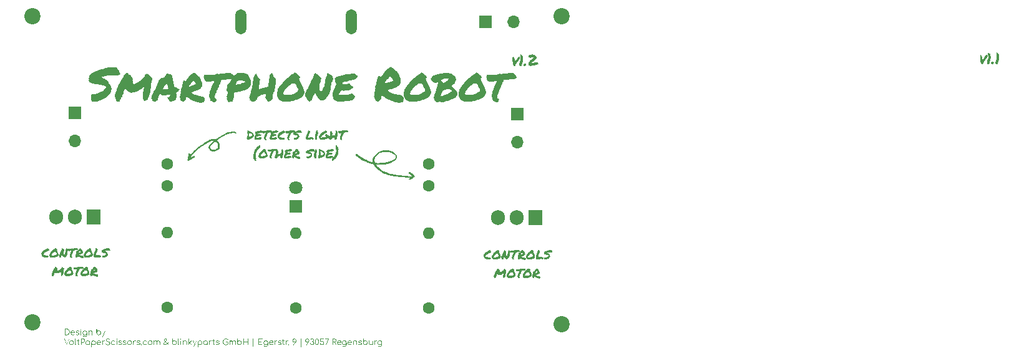
<source format=gbr>
%TF.GenerationSoftware,KiCad,Pcbnew,8.0.6*%
%TF.CreationDate,2024-11-17T18:19:46+01:00*%
%TF.ProjectId,MakerBot,4d616b65-7242-46f7-942e-6b696361645f,rev?*%
%TF.SameCoordinates,Original*%
%TF.FileFunction,Soldermask,Top*%
%TF.FilePolarity,Negative*%
%FSLAX46Y46*%
G04 Gerber Fmt 4.6, Leading zero omitted, Abs format (unit mm)*
G04 Created by KiCad (PCBNEW 8.0.6) date 2024-11-17 18:19:46*
%MOMM*%
%LPD*%
G01*
G04 APERTURE LIST*
%ADD10C,0.150000*%
%ADD11C,0.000000*%
%ADD12C,1.600000*%
%ADD13O,1.600000X1.600000*%
%ADD14C,2.200000*%
%ADD15O,1.500000X3.400000*%
%ADD16R,1.700000X1.700000*%
%ADD17O,1.700000X1.700000*%
%ADD18R,1.905000X2.000000*%
%ADD19O,1.905000X2.000000*%
%ADD20R,1.800000X1.800000*%
%ADD21C,1.800000*%
G04 APERTURE END LIST*
D10*
G36*
X219916661Y-60582299D02*
G01*
X219903472Y-60636887D01*
X219875628Y-60686346D01*
X219839358Y-60731775D01*
X219801256Y-60769877D01*
X219802355Y-60810177D01*
X219799424Y-60850111D01*
X219763226Y-60915397D01*
X219705269Y-60960387D01*
X219629677Y-60969002D01*
X219586933Y-60949030D01*
X219548831Y-60906898D01*
X219506699Y-60875024D01*
X219500471Y-60805048D01*
X219473726Y-60767679D01*
X219459494Y-60693317D01*
X219455042Y-60674989D01*
X219438271Y-60603324D01*
X219432327Y-60574972D01*
X219418589Y-60500371D01*
X219414742Y-60476053D01*
X219409235Y-60402305D01*
X219409613Y-60386660D01*
X219402285Y-60349291D01*
X219389096Y-60310090D01*
X219383189Y-60236314D01*
X219383967Y-60210439D01*
X219387058Y-60134396D01*
X219387264Y-60110422D01*
X219383910Y-60035190D01*
X219381769Y-60012602D01*
X219374964Y-59939036D01*
X219372610Y-59911486D01*
X219368722Y-59838222D01*
X219368580Y-59822826D01*
X219378838Y-59760177D01*
X219412910Y-59719877D01*
X219453210Y-59685806D01*
X219519842Y-59716880D01*
X219525017Y-59722808D01*
X219545900Y-59784724D01*
X219600855Y-59833702D01*
X219614777Y-59853967D01*
X219647475Y-59923141D01*
X219655809Y-59948855D01*
X219672384Y-60020299D01*
X219677791Y-60059863D01*
X219685019Y-60136011D01*
X219688049Y-60175268D01*
X219693591Y-60250925D01*
X219696109Y-60283712D01*
X219708333Y-60357627D01*
X219712596Y-60372006D01*
X219757826Y-60306096D01*
X219798262Y-60244837D01*
X219840457Y-60177466D01*
X219879458Y-60114251D01*
X219922290Y-60048210D01*
X219945604Y-60013702D01*
X219991119Y-59949698D01*
X220036783Y-59890080D01*
X220065038Y-59855066D01*
X220115008Y-59797229D01*
X220168474Y-59740442D01*
X220223140Y-59685909D01*
X220236130Y-59673349D01*
X220269836Y-59681775D01*
X220293650Y-59692034D01*
X220318562Y-59699361D01*
X220357763Y-59698262D01*
X220369853Y-59728304D01*
X220377181Y-59746622D01*
X220385607Y-59770436D01*
X220403193Y-59811468D01*
X220407223Y-59827955D01*
X220403925Y-59847739D01*
X220403193Y-59860928D01*
X220413451Y-59860928D01*
X220391835Y-59913684D01*
X220378280Y-59970104D01*
X220331880Y-60029036D01*
X220284796Y-60085636D01*
X220274232Y-60097965D01*
X220224544Y-60156509D01*
X220174856Y-60216736D01*
X220160659Y-60234253D01*
X220115604Y-60292317D01*
X220072121Y-60352800D01*
X220052582Y-60381531D01*
X220013266Y-60445312D01*
X219978667Y-60511632D01*
X219964288Y-60543098D01*
X219948534Y-60549326D01*
X219939375Y-60562882D01*
X219930216Y-60576071D01*
X219916661Y-60582299D01*
G37*
G36*
X220617882Y-59452798D02*
G01*
X220661424Y-59513048D01*
X220676500Y-59526071D01*
X220734472Y-59572042D01*
X220747575Y-59582857D01*
X220777258Y-59651131D01*
X220796058Y-59725572D01*
X220801064Y-59762009D01*
X220809239Y-59838826D01*
X220817094Y-59913857D01*
X220823779Y-59978531D01*
X220821723Y-60053753D01*
X220814911Y-60130569D01*
X220811322Y-60156950D01*
X220798297Y-60234112D01*
X220781892Y-60309664D01*
X220779449Y-60319616D01*
X220760037Y-60393643D01*
X220738211Y-60467349D01*
X220735119Y-60477152D01*
X220712509Y-60552425D01*
X220692133Y-60625875D01*
X220687858Y-60642016D01*
X220650908Y-60705978D01*
X220643527Y-60729577D01*
X220635323Y-60802690D01*
X220640597Y-60839853D01*
X220593513Y-60896153D01*
X220586741Y-60903967D01*
X220533151Y-60956436D01*
X220527024Y-60961486D01*
X220495150Y-60947930D01*
X220454850Y-60947930D01*
X220416748Y-60951960D01*
X220391103Y-60953426D01*
X220363259Y-60918255D01*
X220332118Y-60879054D01*
X220311601Y-60839120D01*
X220314899Y-60800652D01*
X220290352Y-60777937D01*
X220298199Y-60701622D01*
X220312213Y-60626274D01*
X220320761Y-60591824D01*
X220341970Y-60517835D01*
X220365114Y-60445296D01*
X220376448Y-60412306D01*
X220401508Y-60341344D01*
X220426085Y-60270745D01*
X220437264Y-60238283D01*
X220459255Y-60168158D01*
X220477527Y-60093586D01*
X220482694Y-60067191D01*
X220492060Y-59993209D01*
X220492591Y-59919368D01*
X220491120Y-59898297D01*
X220478257Y-59823895D01*
X220454760Y-59754179D01*
X220442760Y-59727205D01*
X220441661Y-59678845D01*
X220439463Y-59643674D01*
X220436532Y-59613998D01*
X220428105Y-59582857D01*
X220443859Y-59529368D01*
X220442760Y-59483939D01*
X220450820Y-59460125D01*
X220465108Y-59441807D01*
X220480862Y-59423122D01*
X220490021Y-59399309D01*
X220535450Y-59399309D01*
X220574651Y-59433381D01*
X220617882Y-59452798D01*
G37*
G36*
X221225314Y-60699902D02*
G01*
X221231542Y-60730676D01*
X221237770Y-60761451D01*
X221223482Y-60801751D01*
X221211026Y-60839853D01*
X221202599Y-60858538D01*
X221200768Y-60864766D01*
X221201500Y-60869895D01*
X221202599Y-60887114D01*
X221194539Y-60912027D01*
X221169627Y-60934741D01*
X221141050Y-60949030D01*
X221128227Y-60956357D01*
X221116137Y-60963684D01*
X221109909Y-60988230D01*
X221083165Y-60992260D01*
X221023447Y-61000687D01*
X220998901Y-61000687D01*
X220959333Y-60965516D01*
X220928559Y-60942801D01*
X220906211Y-60900669D01*
X220899616Y-60875024D01*
X220889358Y-60839853D01*
X220860782Y-60810910D01*
X220885328Y-60792592D01*
X220862613Y-60753391D01*
X220899982Y-60726646D01*
X220920499Y-60709061D01*
X220938817Y-60685614D01*
X220971790Y-60637986D01*
X220990474Y-60611242D01*
X221017219Y-60625530D01*
X221053489Y-60636887D01*
X221101849Y-60646046D01*
X221167428Y-60661800D01*
X221217254Y-60683415D01*
X221225314Y-60699902D01*
G37*
G36*
X222852338Y-60586329D02*
G01*
X222902265Y-60641413D01*
X222902896Y-60648244D01*
X222880181Y-60717487D01*
X222823338Y-60763726D01*
X222818632Y-60765847D01*
X222749389Y-60763649D01*
X222731804Y-60785265D01*
X222714585Y-60804682D01*
X222639288Y-60816862D01*
X222563425Y-60830047D01*
X222486995Y-60844236D01*
X222409999Y-60859431D01*
X222332435Y-60875629D01*
X222306455Y-60881252D01*
X222228419Y-60897365D01*
X222150384Y-60911907D01*
X222072348Y-60924877D01*
X221994313Y-60936275D01*
X221916277Y-60946103D01*
X221890265Y-60949030D01*
X221813191Y-60943740D01*
X221734475Y-60932589D01*
X221656938Y-60913742D01*
X221622086Y-60901769D01*
X221574655Y-60845156D01*
X221557240Y-60809078D01*
X221537090Y-60737036D01*
X221531594Y-60691475D01*
X221531280Y-60615369D01*
X221535624Y-60570942D01*
X221551020Y-60497614D01*
X221560537Y-60469092D01*
X221607796Y-60410028D01*
X221655967Y-60352085D01*
X221705049Y-60295264D01*
X221755042Y-60239565D01*
X221784019Y-60208241D01*
X221836515Y-60155059D01*
X221892061Y-60104507D01*
X221950658Y-60056584D01*
X222012304Y-60011292D01*
X222048901Y-59986591D01*
X222102057Y-59931284D01*
X222149651Y-59895000D01*
X222211411Y-59849237D01*
X222254798Y-59809637D01*
X222183172Y-59791270D01*
X222124738Y-59786922D01*
X222049068Y-59790516D01*
X221991015Y-59798279D01*
X221915546Y-59813574D01*
X221867184Y-59826123D01*
X221794849Y-59844809D01*
X221766434Y-59850669D01*
X221694628Y-59832637D01*
X221689131Y-59832351D01*
X221615107Y-59819774D01*
X221601570Y-59815498D01*
X221567498Y-59762009D01*
X221556141Y-59694232D01*
X221554309Y-59627187D01*
X221545883Y-59574431D01*
X221575558Y-59520942D01*
X221607798Y-59471482D01*
X221683275Y-59452712D01*
X221757622Y-59437769D01*
X221822121Y-59427152D01*
X221895802Y-59418093D01*
X221969841Y-59412898D01*
X222044237Y-59411568D01*
X222059159Y-59411765D01*
X222133019Y-59415643D01*
X222212446Y-59425695D01*
X222289969Y-59441807D01*
X222363595Y-59465027D01*
X222431334Y-59496905D01*
X222487805Y-59533398D01*
X222514286Y-59603969D01*
X222531036Y-59624989D01*
X222591277Y-59668835D01*
X222611270Y-59677745D01*
X222644070Y-59745391D01*
X222650471Y-59761277D01*
X222670489Y-59833127D01*
X222673186Y-59850669D01*
X222640906Y-59921746D01*
X222600488Y-59984856D01*
X222556682Y-60035317D01*
X222500199Y-60089791D01*
X222443406Y-60140555D01*
X222405373Y-60172337D01*
X222345679Y-60215518D01*
X222316713Y-60232055D01*
X222255021Y-60271693D01*
X222234281Y-60289574D01*
X222223657Y-60311556D01*
X222213765Y-60330973D01*
X222153177Y-60376311D01*
X222130966Y-60389591D01*
X222067906Y-60432181D01*
X222048901Y-60448210D01*
X222004571Y-60497669D01*
X221958042Y-60545296D01*
X222030949Y-60555554D01*
X222105321Y-60547128D01*
X222178694Y-60535772D01*
X222183723Y-60535038D01*
X222259174Y-60530369D01*
X222267254Y-60530642D01*
X222338377Y-60509183D01*
X222399145Y-60494738D01*
X222475830Y-60483869D01*
X222543493Y-60483381D01*
X222614903Y-60458705D01*
X222661828Y-60447477D01*
X222737312Y-60439999D01*
X222769906Y-60441981D01*
X222810206Y-60479351D01*
X222852338Y-60516353D01*
X222849407Y-60549326D01*
X222852338Y-60586329D01*
G37*
G36*
X158898668Y-96633680D02*
G01*
X158938426Y-96638336D01*
X158981987Y-96647459D01*
X159023545Y-96660636D01*
X159033621Y-96664563D01*
X159072309Y-96682491D01*
X159108262Y-96703838D01*
X159141479Y-96728604D01*
X159171960Y-96756789D01*
X159199426Y-96787906D01*
X159223593Y-96821660D01*
X159244464Y-96858053D01*
X159262037Y-96897083D01*
X159276057Y-96938494D01*
X159286071Y-96982030D01*
X159291547Y-97021868D01*
X159293957Y-97063332D01*
X159294082Y-97075478D01*
X159292548Y-97117435D01*
X159287948Y-97157821D01*
X159280281Y-97196636D01*
X159267764Y-97239074D01*
X159262037Y-97254459D01*
X159244464Y-97293757D01*
X159223593Y-97330369D01*
X159199426Y-97364295D01*
X159171960Y-97395533D01*
X159141479Y-97423633D01*
X159108262Y-97448339D01*
X159072309Y-97469649D01*
X159033621Y-97487564D01*
X158992564Y-97501755D01*
X158949504Y-97511891D01*
X158910184Y-97517434D01*
X158869330Y-97519873D01*
X158857376Y-97520000D01*
X158655729Y-97520000D01*
X158624270Y-97507494D01*
X158611960Y-97475645D01*
X158611960Y-97440865D01*
X158699302Y-97440865D01*
X158857376Y-97440865D01*
X158901276Y-97438611D01*
X158942877Y-97431851D01*
X158982177Y-97420585D01*
X159019177Y-97404812D01*
X159039288Y-97393775D01*
X159072187Y-97371404D01*
X159101815Y-97345668D01*
X159128169Y-97316566D01*
X159151252Y-97284098D01*
X159162972Y-97264033D01*
X159180483Y-97226770D01*
X159193693Y-97187300D01*
X159202603Y-97145623D01*
X159207211Y-97101740D01*
X159207913Y-97075673D01*
X159205762Y-97030462D01*
X159199311Y-96987495D01*
X159188559Y-96946772D01*
X159173505Y-96908293D01*
X159162972Y-96887313D01*
X159141760Y-96852949D01*
X159117275Y-96822008D01*
X159089518Y-96794488D01*
X159058488Y-96770391D01*
X159039288Y-96758157D01*
X159003602Y-96739961D01*
X158965616Y-96726234D01*
X158925330Y-96716976D01*
X158882743Y-96712188D01*
X158857376Y-96711458D01*
X158699302Y-96711458D01*
X158699302Y-97440865D01*
X158611960Y-97440865D01*
X158611960Y-96676482D01*
X158624270Y-96644633D01*
X158655729Y-96632128D01*
X158857376Y-96632128D01*
X158898668Y-96633680D01*
G37*
G36*
X159740558Y-97520000D02*
G01*
X159696521Y-97517508D01*
X159655073Y-97510034D01*
X159616214Y-97497578D01*
X159579944Y-97480139D01*
X159546849Y-97458279D01*
X159514113Y-97429074D01*
X159489011Y-97399014D01*
X159470132Y-97369546D01*
X159452779Y-97332922D01*
X159440383Y-97293782D01*
X159432946Y-97252126D01*
X159430467Y-97207955D01*
X159432262Y-97168739D01*
X159438710Y-97126485D01*
X159449848Y-97086966D01*
X159465675Y-97050183D01*
X159467983Y-97045778D01*
X159491342Y-97008669D01*
X159519214Y-96976260D01*
X159551600Y-96948549D01*
X159571542Y-96935184D01*
X159610283Y-96915633D01*
X159652208Y-96902480D01*
X159692148Y-96896160D01*
X159723754Y-96894738D01*
X159764982Y-96897131D01*
X159803475Y-96904312D01*
X159843509Y-96918113D01*
X159872254Y-96933035D01*
X159905592Y-96956911D01*
X159934387Y-96985455D01*
X159958637Y-97018666D01*
X159970146Y-97039134D01*
X159986959Y-97078756D01*
X159997284Y-97116468D01*
X160003262Y-97156523D01*
X160004926Y-97193496D01*
X159993789Y-97221828D01*
X159964675Y-97232379D01*
X159488695Y-97232379D01*
X159488695Y-97160083D01*
X159973663Y-97160083D01*
X159925401Y-97195059D01*
X159923159Y-97152702D01*
X159914822Y-97113485D01*
X159901953Y-97080558D01*
X159880549Y-97045707D01*
X159853264Y-97017067D01*
X159831807Y-97001423D01*
X159795363Y-96983920D01*
X159754028Y-96974495D01*
X159723754Y-96972700D01*
X159681785Y-96976279D01*
X159643464Y-96987015D01*
X159611793Y-97002986D01*
X159578793Y-97028916D01*
X159551892Y-97061275D01*
X159537348Y-97086420D01*
X159522330Y-97124759D01*
X159513545Y-97166701D01*
X159510969Y-97207955D01*
X159513870Y-97249152D01*
X159522571Y-97287257D01*
X159538842Y-97325603D01*
X159540669Y-97328904D01*
X159563651Y-97362408D01*
X159591758Y-97390647D01*
X159621758Y-97411751D01*
X159659069Y-97428994D01*
X159700075Y-97439080D01*
X159740558Y-97442037D01*
X159781102Y-97438471D01*
X159819290Y-97428651D01*
X159821842Y-97427773D01*
X159858625Y-97411653D01*
X159887299Y-97391821D01*
X159915240Y-97381465D01*
X159942205Y-97390453D01*
X159957250Y-97419762D01*
X159944549Y-97446727D01*
X159911096Y-97470672D01*
X159874377Y-97489627D01*
X159850369Y-97499288D01*
X159811652Y-97511080D01*
X159770573Y-97518361D01*
X159740558Y-97520000D01*
G37*
G36*
X160363866Y-97520000D02*
G01*
X160322684Y-97517805D01*
X160281693Y-97511222D01*
X160240893Y-97500250D01*
X160232756Y-97497529D01*
X160194597Y-97481169D01*
X160161208Y-97460420D01*
X160129990Y-97432526D01*
X160127438Y-97429727D01*
X160117278Y-97399441D01*
X160134277Y-97370327D01*
X160166713Y-97361535D01*
X160194654Y-97375994D01*
X160223711Y-97402126D01*
X160260325Y-97421904D01*
X160265778Y-97424061D01*
X160303364Y-97434941D01*
X160344045Y-97440274D01*
X160363866Y-97440865D01*
X160406835Y-97438608D01*
X160446059Y-97430808D01*
X160483642Y-97412337D01*
X160510407Y-97382876D01*
X160521744Y-97343363D01*
X160510991Y-97304359D01*
X160483642Y-97276538D01*
X160448142Y-97258431D01*
X160407979Y-97245902D01*
X160368924Y-97237555D01*
X160358199Y-97235701D01*
X160317897Y-97228019D01*
X160276243Y-97216677D01*
X160235714Y-97200579D01*
X160199140Y-97178468D01*
X160192309Y-97172979D01*
X160164592Y-97143250D01*
X160145959Y-97106758D01*
X160139748Y-97066294D01*
X160144007Y-97026049D01*
X160158233Y-96988527D01*
X160170034Y-96970942D01*
X160197963Y-96943144D01*
X160232535Y-96921667D01*
X160250732Y-96913886D01*
X160289942Y-96902218D01*
X160331955Y-96895935D01*
X160361521Y-96894738D01*
X160402088Y-96896793D01*
X160443319Y-96903899D01*
X160480505Y-96916081D01*
X160490872Y-96920725D01*
X160525769Y-96940716D01*
X160558256Y-96967369D01*
X160578799Y-96990676D01*
X160587787Y-97020963D01*
X160569811Y-97046755D01*
X160539134Y-97051835D01*
X160509434Y-97035422D01*
X160479197Y-97007334D01*
X160444368Y-96987941D01*
X160404654Y-96976510D01*
X160365336Y-96972760D01*
X160359371Y-96972700D01*
X160319942Y-96975679D01*
X160280786Y-96986878D01*
X160260697Y-96997906D01*
X160233000Y-97026336D01*
X160223768Y-97061214D01*
X160233644Y-97100008D01*
X160237641Y-97106154D01*
X160268261Y-97131359D01*
X160285903Y-97139958D01*
X160323971Y-97152526D01*
X160363080Y-97161158D01*
X160381646Y-97164382D01*
X160421446Y-97171929D01*
X160460936Y-97182346D01*
X160498252Y-97196314D01*
X160514319Y-97204242D01*
X160549365Y-97227158D01*
X160576720Y-97255154D01*
X160583879Y-97265987D01*
X160599413Y-97302868D01*
X160604591Y-97342777D01*
X160599496Y-97383513D01*
X160584211Y-97419993D01*
X160573719Y-97435394D01*
X160544892Y-97464784D01*
X160511356Y-97486876D01*
X160488722Y-97497529D01*
X160449461Y-97510322D01*
X160410444Y-97517344D01*
X160368258Y-97519978D01*
X160363866Y-97520000D01*
G37*
G36*
X160814836Y-97520000D02*
G01*
X160782986Y-97508080D01*
X160771263Y-97475450D01*
X160771263Y-96939288D01*
X160782986Y-96906852D01*
X160814836Y-96894738D01*
X160845708Y-96906852D01*
X160857431Y-96939288D01*
X160857431Y-97475450D01*
X160845708Y-97508080D01*
X160814836Y-97520000D01*
G37*
G36*
X160813663Y-96782191D02*
G01*
X160775665Y-96768428D01*
X160771067Y-96764214D01*
X160753720Y-96727986D01*
X160753286Y-96720055D01*
X160765411Y-96681884D01*
X160771653Y-96675310D01*
X160808775Y-96659153D01*
X160814836Y-96658897D01*
X160852128Y-96671463D01*
X160856845Y-96675310D01*
X160874955Y-96711493D01*
X160875408Y-96720055D01*
X160862610Y-96758345D01*
X160857431Y-96764214D01*
X160821532Y-96781752D01*
X160813663Y-96782191D01*
G37*
G36*
X161399724Y-96897241D02*
G01*
X161441172Y-96904752D01*
X161480031Y-96917269D01*
X161516301Y-96934794D01*
X161549469Y-96956678D01*
X161582229Y-96985969D01*
X161607301Y-97016157D01*
X161626113Y-97045778D01*
X161643625Y-97082585D01*
X161656301Y-97122079D01*
X161664141Y-97164260D01*
X161667034Y-97203372D01*
X161667145Y-97209127D01*
X161667145Y-97437934D01*
X161664617Y-97482203D01*
X161657034Y-97524152D01*
X161644394Y-97563780D01*
X161626699Y-97601088D01*
X161604741Y-97635343D01*
X161579120Y-97665812D01*
X161549836Y-97692496D01*
X161516887Y-97715394D01*
X161480947Y-97733859D01*
X161442491Y-97747048D01*
X161401519Y-97754961D01*
X161358032Y-97757599D01*
X161315106Y-97755511D01*
X161274842Y-97749246D01*
X161232728Y-97737206D01*
X161202302Y-97724187D01*
X161166348Y-97703506D01*
X161134104Y-97679055D01*
X161105568Y-97650832D01*
X161091318Y-97633524D01*
X161080767Y-97604214D01*
X161096985Y-97578618D01*
X161129420Y-97571779D01*
X161157557Y-97588583D01*
X161186942Y-97618834D01*
X161219448Y-97642121D01*
X161240795Y-97653649D01*
X161277772Y-97667666D01*
X161318583Y-97675865D01*
X161359009Y-97678269D01*
X161400675Y-97674690D01*
X161439432Y-97663954D01*
X161472142Y-97647983D01*
X161504353Y-97624252D01*
X161531668Y-97594703D01*
X161552254Y-97562791D01*
X161567916Y-97526624D01*
X161577777Y-97486755D01*
X161581692Y-97447708D01*
X161581953Y-97434026D01*
X161581953Y-97383028D01*
X161560318Y-97416978D01*
X161534541Y-97446508D01*
X161501042Y-97474134D01*
X161486210Y-97483656D01*
X161450528Y-97501224D01*
X161412063Y-97513043D01*
X161370816Y-97519112D01*
X161346699Y-97520000D01*
X161303700Y-97517508D01*
X161263217Y-97510034D01*
X161225249Y-97497578D01*
X161189797Y-97480139D01*
X161153773Y-97455276D01*
X161122416Y-97425528D01*
X161095727Y-97390896D01*
X161082916Y-97369546D01*
X161066076Y-97332922D01*
X161054047Y-97293782D01*
X161046830Y-97252126D01*
X161044424Y-97207955D01*
X161128443Y-97207955D01*
X161131286Y-97249068D01*
X161140982Y-97290810D01*
X161157557Y-97328904D01*
X161180205Y-97362338D01*
X161208117Y-97390370D01*
X161238060Y-97411165D01*
X161275232Y-97428074D01*
X161315822Y-97437964D01*
X161355687Y-97440865D01*
X161395495Y-97437964D01*
X161435889Y-97428074D01*
X161472728Y-97411165D01*
X161505203Y-97388045D01*
X161532506Y-97359522D01*
X161552840Y-97328904D01*
X161569415Y-97290810D01*
X161579110Y-97249068D01*
X161581953Y-97207955D01*
X161579110Y-97166701D01*
X161570581Y-97128423D01*
X161554631Y-97089756D01*
X161552840Y-97086420D01*
X161530238Y-97052651D01*
X161502465Y-97024425D01*
X161472728Y-97003572D01*
X161435889Y-96986663D01*
X161395495Y-96976773D01*
X161355687Y-96973872D01*
X161315822Y-96976773D01*
X161275232Y-96986663D01*
X161238060Y-97003572D01*
X161205362Y-97026762D01*
X161177928Y-97055492D01*
X161157557Y-97086420D01*
X161140982Y-97124759D01*
X161131286Y-97166701D01*
X161128443Y-97207955D01*
X161044424Y-97207955D01*
X161046350Y-97168711D01*
X161053268Y-97126356D01*
X161065218Y-97086663D01*
X161082199Y-97049633D01*
X161084675Y-97045191D01*
X161106693Y-97011755D01*
X161132498Y-96982177D01*
X161162088Y-96956458D01*
X161195464Y-96934598D01*
X161232002Y-96917159D01*
X161270886Y-96904703D01*
X161312114Y-96897229D01*
X161355687Y-96894738D01*
X161399724Y-96897241D01*
G37*
G36*
X162360209Y-97520000D02*
G01*
X162328946Y-97507690D01*
X162316636Y-97477013D01*
X162316636Y-97183335D01*
X162314060Y-97141936D01*
X162305276Y-97102039D01*
X162290258Y-97068053D01*
X162265697Y-97034994D01*
X162234881Y-97009481D01*
X162218548Y-97000251D01*
X162179781Y-96985576D01*
X162140562Y-96978670D01*
X162116161Y-96977585D01*
X162076466Y-96980498D01*
X162036811Y-96990226D01*
X162016901Y-96998297D01*
X161981777Y-97019203D01*
X161951947Y-97048160D01*
X161946950Y-97054766D01*
X161928437Y-97090435D01*
X161921259Y-97130397D01*
X161921158Y-97136050D01*
X161859609Y-97136050D01*
X161864234Y-97094147D01*
X161875423Y-97055144D01*
X161893177Y-97019042D01*
X161897515Y-97012170D01*
X161922275Y-96980266D01*
X161951615Y-96952941D01*
X161985534Y-96930196D01*
X161992868Y-96926196D01*
X162031290Y-96909607D01*
X162072308Y-96899162D01*
X162111442Y-96895014D01*
X162124954Y-96894738D01*
X162168358Y-96897381D01*
X162209103Y-96905310D01*
X162247190Y-96918525D01*
X162267201Y-96928150D01*
X162300395Y-96949308D01*
X162332384Y-96978617D01*
X162356768Y-97010216D01*
X162366266Y-97025847D01*
X162383929Y-97064359D01*
X162394776Y-97102354D01*
X162401056Y-97143890D01*
X162402805Y-97183140D01*
X162402805Y-97477013D01*
X162390495Y-97507690D01*
X162360209Y-97520000D01*
G37*
G36*
X161878562Y-97520000D02*
G01*
X161846713Y-97508080D01*
X161834989Y-97476622D01*
X161834989Y-96939288D01*
X161846713Y-96906852D01*
X161878562Y-96894738D01*
X161909434Y-96906852D01*
X161921158Y-96939288D01*
X161921158Y-97476622D01*
X161909434Y-97508080D01*
X161878562Y-97520000D01*
G37*
G36*
X162995045Y-96644242D02*
G01*
X163006769Y-96676873D01*
X163006769Y-97013928D01*
X163032196Y-96982303D01*
X163062318Y-96954837D01*
X163097135Y-96931531D01*
X163104661Y-96927369D01*
X163144240Y-96910161D01*
X163182177Y-96900123D01*
X163222310Y-96895248D01*
X163240851Y-96894738D01*
X163282897Y-96897302D01*
X163322672Y-96904996D01*
X163360176Y-96917819D01*
X163395408Y-96935771D01*
X163427807Y-96958058D01*
X163459964Y-96987598D01*
X163484733Y-97017826D01*
X163503461Y-97047341D01*
X163520900Y-97083831D01*
X163533356Y-97122568D01*
X163540830Y-97163551D01*
X163543321Y-97206782D01*
X163540757Y-97250526D01*
X163533063Y-97291877D01*
X163520240Y-97330833D01*
X163502288Y-97367397D01*
X163480013Y-97400907D01*
X163454026Y-97430704D01*
X163424326Y-97456789D01*
X163390914Y-97479162D01*
X163354460Y-97497028D01*
X163315638Y-97509790D01*
X163274446Y-97517447D01*
X163230886Y-97520000D01*
X163188290Y-97517459D01*
X163147843Y-97509839D01*
X163109546Y-97497138D01*
X163073398Y-97479357D01*
X163040242Y-97457168D01*
X163010725Y-97431242D01*
X162984848Y-97401578D01*
X162962609Y-97368178D01*
X162944670Y-97331725D01*
X162931688Y-97293098D01*
X162923665Y-97252297D01*
X162920600Y-97209323D01*
X162920600Y-97206782D01*
X163005792Y-97206782D01*
X163008635Y-97247380D01*
X163018330Y-97288776D01*
X163034905Y-97326755D01*
X163057553Y-97360327D01*
X163085465Y-97388775D01*
X163115408Y-97410188D01*
X163152326Y-97427653D01*
X163192154Y-97437869D01*
X163230886Y-97440865D01*
X163270113Y-97437869D01*
X163310223Y-97427653D01*
X163347145Y-97410188D01*
X163380023Y-97386400D01*
X163407730Y-97357487D01*
X163428429Y-97326755D01*
X163445339Y-97288776D01*
X163455229Y-97247380D01*
X163458129Y-97206782D01*
X163455229Y-97166765D01*
X163445339Y-97125655D01*
X163428429Y-97087592D01*
X163405425Y-97053666D01*
X163377248Y-97025236D01*
X163347145Y-97004159D01*
X163310223Y-96986916D01*
X163270113Y-96976830D01*
X163230886Y-96973872D01*
X163188413Y-96977451D01*
X163148850Y-96988187D01*
X163115408Y-97004159D01*
X163082710Y-97027594D01*
X163055277Y-97056524D01*
X163034905Y-97087592D01*
X163018330Y-97125655D01*
X163008635Y-97166765D01*
X163005792Y-97206782D01*
X162920600Y-97206782D01*
X162920600Y-96676092D01*
X162932323Y-96644047D01*
X162964173Y-96632128D01*
X162995045Y-96644242D01*
G37*
G36*
X163784047Y-97782609D02*
G01*
X163763921Y-97778115D01*
X163737559Y-97747393D01*
X163742623Y-97724382D01*
X164104298Y-96926978D01*
X164135021Y-96902178D01*
X164158032Y-96906852D01*
X164184394Y-96936541D01*
X164179330Y-96959413D01*
X163816482Y-97756817D01*
X163786670Y-97782509D01*
X163784047Y-97782609D01*
G37*
G36*
X163908318Y-97501046D02*
G01*
X163876859Y-97503782D01*
X163853412Y-97481898D01*
X163603698Y-96964494D01*
X163601353Y-96933230D01*
X163623824Y-96910760D01*
X163655087Y-96908025D01*
X163677557Y-96929713D01*
X163922777Y-97447117D01*
X163928443Y-97478576D01*
X163908318Y-97501046D01*
G37*
G36*
X158902121Y-98864000D02*
G01*
X158866847Y-98845296D01*
X158861674Y-98835667D01*
X158529113Y-98045493D01*
X158523228Y-98006473D01*
X158527355Y-97994886D01*
X158563213Y-97976146D01*
X158564870Y-97976128D01*
X158600144Y-97994832D01*
X158605317Y-98004460D01*
X158914431Y-98754969D01*
X158889811Y-98754969D01*
X159197752Y-98006805D01*
X159214556Y-97982967D01*
X159241521Y-97976128D01*
X159276106Y-97996058D01*
X159276830Y-98036354D01*
X159275129Y-98040999D01*
X158941200Y-98835667D01*
X158924396Y-98857747D01*
X158902121Y-98864000D01*
G37*
G36*
X159601669Y-98241266D02*
G01*
X159642812Y-98248849D01*
X159681488Y-98261489D01*
X159717697Y-98279184D01*
X159750816Y-98301301D01*
X159780223Y-98327203D01*
X159805917Y-98356890D01*
X159827899Y-98390364D01*
X159845668Y-98426988D01*
X159858527Y-98466128D01*
X159866477Y-98507784D01*
X159869518Y-98551955D01*
X159866953Y-98595613D01*
X159859260Y-98636903D01*
X159846437Y-98675823D01*
X159828485Y-98712374D01*
X159806247Y-98745847D01*
X159780369Y-98775535D01*
X159750853Y-98801437D01*
X159717697Y-98823553D01*
X159681488Y-98841248D01*
X159642812Y-98853888D01*
X159601669Y-98861472D01*
X159558060Y-98864000D01*
X159514487Y-98861472D01*
X159473258Y-98853888D01*
X159434375Y-98841248D01*
X159397836Y-98823553D01*
X159364460Y-98801437D01*
X159334870Y-98775535D01*
X159309066Y-98745847D01*
X159287048Y-98712374D01*
X159269438Y-98675823D01*
X159256859Y-98636903D01*
X159249312Y-98595613D01*
X159246796Y-98551955D01*
X159330816Y-98551955D01*
X159333697Y-98592553D01*
X159343523Y-98633948D01*
X159360321Y-98671927D01*
X159383325Y-98705431D01*
X159411502Y-98733670D01*
X159441605Y-98754774D01*
X159478639Y-98771906D01*
X159518813Y-98781926D01*
X159558060Y-98784865D01*
X159597390Y-98781926D01*
X159637569Y-98771906D01*
X159674515Y-98754774D01*
X159707323Y-98731320D01*
X159734822Y-98702602D01*
X159755212Y-98671927D01*
X159771788Y-98633948D01*
X159781483Y-98592553D01*
X159784326Y-98551955D01*
X159781483Y-98511319D01*
X159771788Y-98469793D01*
X159755212Y-98431592D01*
X159732541Y-98397666D01*
X159704560Y-98369236D01*
X159674515Y-98348159D01*
X159637569Y-98330916D01*
X159597390Y-98320830D01*
X159558060Y-98317872D01*
X159518813Y-98320830D01*
X159478639Y-98330916D01*
X159441605Y-98348159D01*
X159408726Y-98371594D01*
X159381020Y-98400524D01*
X159360321Y-98431592D01*
X159343523Y-98469793D01*
X159333697Y-98511319D01*
X159330816Y-98551955D01*
X159246796Y-98551955D01*
X159249312Y-98507784D01*
X159256859Y-98466128D01*
X159269438Y-98426988D01*
X159287048Y-98390364D01*
X159309066Y-98356890D01*
X159334870Y-98327203D01*
X159364460Y-98301301D01*
X159397836Y-98279184D01*
X159434375Y-98261489D01*
X159473258Y-98248849D01*
X159514487Y-98241266D01*
X159558060Y-98238738D01*
X159601669Y-98241266D01*
G37*
G36*
X160169448Y-98864000D02*
G01*
X160129560Y-98858504D01*
X160093794Y-98842018D01*
X160089337Y-98838989D01*
X160059756Y-98811291D01*
X160038267Y-98777771D01*
X160034431Y-98769624D01*
X160021780Y-98731329D01*
X160015826Y-98691972D01*
X160014891Y-98667237D01*
X160014891Y-98019310D01*
X160026615Y-97988047D01*
X160057487Y-97976128D01*
X160088164Y-97988047D01*
X160100083Y-98019310D01*
X160100083Y-98667628D01*
X160103823Y-98707026D01*
X160118421Y-98745414D01*
X160119623Y-98747349D01*
X160149896Y-98774401D01*
X160169448Y-98778026D01*
X160197585Y-98778026D01*
X160224354Y-98789945D01*
X160234515Y-98821013D01*
X160220446Y-98852080D01*
X160184103Y-98864000D01*
X160169448Y-98864000D01*
G37*
G36*
X160592868Y-98864000D02*
G01*
X160553554Y-98860652D01*
X160514142Y-98849363D01*
X160486964Y-98835667D01*
X160454834Y-98811332D01*
X160428199Y-98781116D01*
X160413496Y-98757705D01*
X160397183Y-98718651D01*
X160388844Y-98679375D01*
X160386727Y-98644767D01*
X160386727Y-98089261D01*
X160398450Y-98057412D01*
X160429323Y-98044907D01*
X160460586Y-98057412D01*
X160472896Y-98089261D01*
X160472896Y-98644963D01*
X160477622Y-98685519D01*
X160493408Y-98722758D01*
X160506503Y-98739924D01*
X160539575Y-98765169D01*
X160579978Y-98776277D01*
X160592868Y-98776854D01*
X160622958Y-98776854D01*
X160652072Y-98789359D01*
X160663405Y-98821013D01*
X160649923Y-98852080D01*
X160616315Y-98864000D01*
X160592868Y-98864000D01*
G37*
G36*
X160313845Y-98339757D02*
G01*
X160285903Y-98329010D01*
X160274766Y-98302241D01*
X160285903Y-98274495D01*
X160313845Y-98263748D01*
X160599511Y-98263748D01*
X160627452Y-98274495D01*
X160638785Y-98302241D01*
X160627452Y-98329010D01*
X160599511Y-98339757D01*
X160313845Y-98339757D01*
G37*
G36*
X161122374Y-97978448D02*
G01*
X161164811Y-97986606D01*
X161204249Y-98000636D01*
X161228876Y-98013253D01*
X161262591Y-98036251D01*
X161291854Y-98063701D01*
X161316666Y-98095602D01*
X161328527Y-98115249D01*
X161345906Y-98153361D01*
X161357598Y-98194720D01*
X161363216Y-98234208D01*
X161364480Y-98265507D01*
X161362233Y-98305868D01*
X161354333Y-98348501D01*
X161340745Y-98388197D01*
X161328527Y-98413030D01*
X161306188Y-98447041D01*
X161279398Y-98476756D01*
X161248156Y-98502175D01*
X161228876Y-98514439D01*
X161191436Y-98532291D01*
X161150998Y-98544300D01*
X161107562Y-98550467D01*
X161082135Y-98551369D01*
X160901786Y-98551369D01*
X160901786Y-98819840D01*
X160889476Y-98851494D01*
X160858213Y-98864000D01*
X160826755Y-98851494D01*
X160814445Y-98819645D01*
X160814445Y-98466372D01*
X160901786Y-98466372D01*
X161082135Y-98466372D01*
X161123195Y-98462773D01*
X161160793Y-98451974D01*
X161183935Y-98440775D01*
X161217193Y-98416530D01*
X161243936Y-98385706D01*
X161254082Y-98369261D01*
X161269442Y-98333211D01*
X161277712Y-98293644D01*
X161279288Y-98265311D01*
X161276309Y-98225446D01*
X161266266Y-98186011D01*
X161254082Y-98159212D01*
X161230345Y-98125288D01*
X161200094Y-98097813D01*
X161183935Y-98087307D01*
X161145548Y-98070228D01*
X161106507Y-98062191D01*
X161082135Y-98060929D01*
X160901786Y-98060929D01*
X160901786Y-98466372D01*
X160814445Y-98466372D01*
X160814445Y-98020482D01*
X160826755Y-97988633D01*
X160858213Y-97976128D01*
X161082135Y-97976128D01*
X161122374Y-97978448D01*
G37*
G36*
X161788009Y-98241315D02*
G01*
X161828785Y-98249045D01*
X161867241Y-98261929D01*
X161903377Y-98279966D01*
X161936533Y-98302363D01*
X161966050Y-98328521D01*
X161991927Y-98358441D01*
X162014166Y-98392122D01*
X162032191Y-98428783D01*
X162045233Y-98467838D01*
X162053293Y-98509286D01*
X162056371Y-98553127D01*
X162056371Y-98820817D01*
X162044061Y-98852080D01*
X162012602Y-98864000D01*
X161981339Y-98852080D01*
X161969030Y-98820427D01*
X161969030Y-98746725D01*
X161960839Y-98758726D01*
X161933338Y-98788534D01*
X161901571Y-98814107D01*
X161882079Y-98826484D01*
X161844528Y-98844619D01*
X161804195Y-98856819D01*
X161761079Y-98863084D01*
X161735924Y-98864000D01*
X161693951Y-98861447D01*
X161654200Y-98853790D01*
X161616673Y-98841028D01*
X161581367Y-98823162D01*
X161549042Y-98800789D01*
X161516909Y-98771183D01*
X161492109Y-98740921D01*
X161473314Y-98711397D01*
X161455961Y-98674907D01*
X161443565Y-98636170D01*
X161436128Y-98595186D01*
X161433649Y-98551955D01*
X161517669Y-98551955D01*
X161520607Y-98591992D01*
X161530628Y-98633167D01*
X161547759Y-98671341D01*
X161571075Y-98705178D01*
X161599377Y-98733613D01*
X161629434Y-98754774D01*
X161666353Y-98771906D01*
X161706181Y-98781926D01*
X161744912Y-98784865D01*
X161784186Y-98781926D01*
X161824169Y-98771906D01*
X161860781Y-98754774D01*
X161893325Y-98731251D01*
X161920837Y-98702325D01*
X161941479Y-98671341D01*
X161958388Y-98633167D01*
X161968278Y-98591992D01*
X161971179Y-98551955D01*
X161968278Y-98511376D01*
X161958388Y-98470046D01*
X161941479Y-98432178D01*
X161918544Y-98398517D01*
X161890575Y-98370074D01*
X161860781Y-98348745D01*
X161824169Y-98331168D01*
X161784186Y-98320887D01*
X161744912Y-98317872D01*
X161702440Y-98321520D01*
X161662876Y-98332464D01*
X161629434Y-98348745D01*
X161596598Y-98372444D01*
X161568749Y-98401362D01*
X161547759Y-98432178D01*
X161530628Y-98470046D01*
X161520607Y-98511376D01*
X161517669Y-98551955D01*
X161433649Y-98551955D01*
X161436202Y-98508211D01*
X161443859Y-98466861D01*
X161456620Y-98427904D01*
X161474487Y-98391341D01*
X161496762Y-98357843D01*
X161522749Y-98328082D01*
X161552449Y-98302058D01*
X161585861Y-98279771D01*
X161622254Y-98261819D01*
X161660893Y-98248996D01*
X161701779Y-98241302D01*
X161744912Y-98238738D01*
X161788009Y-98241315D01*
G37*
G36*
X162578061Y-98241302D02*
G01*
X162619253Y-98248996D01*
X162658075Y-98261819D01*
X162694528Y-98279771D01*
X162727941Y-98302058D01*
X162757641Y-98328082D01*
X162783628Y-98357843D01*
X162805903Y-98391341D01*
X162823855Y-98427904D01*
X162836678Y-98466861D01*
X162844371Y-98508211D01*
X162846936Y-98551955D01*
X162844445Y-98595186D01*
X162836971Y-98636170D01*
X162824515Y-98674907D01*
X162807076Y-98711397D01*
X162785448Y-98744907D01*
X162756825Y-98778168D01*
X162723658Y-98806731D01*
X162699023Y-98823162D01*
X162663790Y-98841028D01*
X162626287Y-98853790D01*
X162586512Y-98861447D01*
X162544466Y-98864000D01*
X162503358Y-98861465D01*
X162464445Y-98853860D01*
X162423782Y-98839465D01*
X162408276Y-98831955D01*
X162372521Y-98809904D01*
X162341460Y-98783808D01*
X162315093Y-98753667D01*
X162310383Y-98747154D01*
X162310383Y-99082255D01*
X162298660Y-99114690D01*
X162267787Y-99126609D01*
X162235938Y-99114690D01*
X162224214Y-99082646D01*
X162224214Y-98551955D01*
X162309406Y-98551955D01*
X162312249Y-98591992D01*
X162321945Y-98633167D01*
X162338520Y-98671341D01*
X162361168Y-98705178D01*
X162389080Y-98733613D01*
X162419023Y-98754774D01*
X162455941Y-98771906D01*
X162495769Y-98781926D01*
X162534501Y-98784865D01*
X162573728Y-98781926D01*
X162613837Y-98771906D01*
X162650760Y-98754774D01*
X162683638Y-98731251D01*
X162711345Y-98702325D01*
X162732044Y-98671341D01*
X162748953Y-98633167D01*
X162758844Y-98591992D01*
X162761744Y-98551955D01*
X162758844Y-98511376D01*
X162748953Y-98470046D01*
X162732044Y-98432178D01*
X162709040Y-98398517D01*
X162680863Y-98370074D01*
X162650760Y-98348745D01*
X162613837Y-98331168D01*
X162573728Y-98320887D01*
X162534501Y-98317872D01*
X162492028Y-98321520D01*
X162452465Y-98332464D01*
X162419023Y-98348745D01*
X162386325Y-98372444D01*
X162358891Y-98401362D01*
X162338520Y-98432178D01*
X162321945Y-98470046D01*
X162312249Y-98511376D01*
X162309406Y-98551955D01*
X162224214Y-98551955D01*
X162224214Y-98549415D01*
X162227280Y-98506452D01*
X162235303Y-98465688D01*
X162248285Y-98427122D01*
X162266224Y-98390755D01*
X162288463Y-98357269D01*
X162314340Y-98327545D01*
X162343857Y-98301581D01*
X162377013Y-98279380D01*
X162413161Y-98261599D01*
X162451458Y-98248898D01*
X162491905Y-98241278D01*
X162534501Y-98238738D01*
X162578061Y-98241302D01*
G37*
G36*
X163293607Y-98864000D02*
G01*
X163249570Y-98861508D01*
X163208122Y-98854034D01*
X163169263Y-98841578D01*
X163132993Y-98824139D01*
X163099898Y-98802279D01*
X163067163Y-98773074D01*
X163042060Y-98743014D01*
X163023182Y-98713546D01*
X163005828Y-98676922D01*
X162993433Y-98637782D01*
X162985996Y-98596126D01*
X162983517Y-98551955D01*
X162985312Y-98512739D01*
X162991760Y-98470485D01*
X163002897Y-98430966D01*
X163018724Y-98394183D01*
X163021032Y-98389778D01*
X163044391Y-98352669D01*
X163072264Y-98320260D01*
X163104649Y-98292549D01*
X163124591Y-98279184D01*
X163163333Y-98259633D01*
X163205258Y-98246480D01*
X163245198Y-98240160D01*
X163276803Y-98238738D01*
X163318032Y-98241131D01*
X163356524Y-98248312D01*
X163396559Y-98262113D01*
X163425303Y-98277035D01*
X163458642Y-98300911D01*
X163487436Y-98329455D01*
X163511687Y-98362666D01*
X163523196Y-98383134D01*
X163540008Y-98422756D01*
X163550334Y-98460468D01*
X163556311Y-98500523D01*
X163557976Y-98537496D01*
X163546838Y-98565828D01*
X163517725Y-98576379D01*
X163041744Y-98576379D01*
X163041744Y-98504083D01*
X163526713Y-98504083D01*
X163478450Y-98539059D01*
X163476209Y-98496702D01*
X163467872Y-98457485D01*
X163455003Y-98424558D01*
X163433598Y-98389707D01*
X163406313Y-98361067D01*
X163384856Y-98345423D01*
X163348412Y-98327920D01*
X163307077Y-98318495D01*
X163276803Y-98316700D01*
X163234835Y-98320279D01*
X163196514Y-98331015D01*
X163164842Y-98346986D01*
X163131842Y-98372916D01*
X163104942Y-98405275D01*
X163090397Y-98430420D01*
X163075379Y-98468759D01*
X163066595Y-98510701D01*
X163064019Y-98551955D01*
X163066919Y-98593152D01*
X163075621Y-98631257D01*
X163091892Y-98669603D01*
X163093719Y-98672904D01*
X163116701Y-98706408D01*
X163144808Y-98734647D01*
X163174808Y-98755751D01*
X163212119Y-98772994D01*
X163253124Y-98783080D01*
X163293607Y-98786037D01*
X163334152Y-98782471D01*
X163372339Y-98772651D01*
X163374891Y-98771773D01*
X163411674Y-98755653D01*
X163440348Y-98735821D01*
X163468290Y-98725465D01*
X163495254Y-98734453D01*
X163510300Y-98763762D01*
X163497599Y-98790727D01*
X163464146Y-98814672D01*
X163427427Y-98833627D01*
X163403419Y-98843288D01*
X163364701Y-98855080D01*
X163323623Y-98862361D01*
X163293607Y-98864000D01*
G37*
G36*
X163738715Y-98476533D02*
G01*
X163743692Y-98435305D01*
X163754469Y-98396864D01*
X163771047Y-98361208D01*
X163775059Y-98354411D01*
X163800251Y-98320060D01*
X163830152Y-98291157D01*
X163861423Y-98269610D01*
X163899370Y-98252033D01*
X163940134Y-98241753D01*
X163979637Y-98238738D01*
X164020114Y-98241543D01*
X164058967Y-98253392D01*
X164081729Y-98286106D01*
X164080460Y-98296184D01*
X164065219Y-98318849D01*
X164039427Y-98323344D01*
X164005429Y-98322171D01*
X163963947Y-98321069D01*
X163922433Y-98326240D01*
X163893859Y-98334481D01*
X163857649Y-98352183D01*
X163826084Y-98378170D01*
X163816678Y-98389191D01*
X163797177Y-98423893D01*
X163788596Y-98464055D01*
X163788150Y-98476533D01*
X163738715Y-98476533D01*
G37*
G36*
X163745554Y-98864000D02*
G01*
X163714096Y-98852667D01*
X163702958Y-98820622D01*
X163702958Y-98282115D01*
X163714096Y-98250266D01*
X163745554Y-98238738D01*
X163776817Y-98250266D01*
X163788150Y-98282115D01*
X163788150Y-98820622D01*
X163776817Y-98852667D01*
X163745554Y-98864000D01*
G37*
G36*
X164495673Y-98876505D02*
G01*
X164456171Y-98874866D01*
X164414237Y-98869203D01*
X164374365Y-98859494D01*
X164362805Y-98855793D01*
X164326287Y-98841028D01*
X164289775Y-98820863D01*
X164257096Y-98796588D01*
X164228828Y-98768851D01*
X164203677Y-98735379D01*
X164188709Y-98708075D01*
X164188122Y-98675053D01*
X164216845Y-98654146D01*
X164247522Y-98657663D01*
X164270579Y-98681110D01*
X164292844Y-98713698D01*
X164319818Y-98739338D01*
X164352931Y-98760942D01*
X164391454Y-98777394D01*
X164396999Y-98779198D01*
X164438005Y-98788682D01*
X164479096Y-98792733D01*
X164495673Y-98793071D01*
X164534917Y-98790716D01*
X164574095Y-98782775D01*
X164600990Y-98773141D01*
X164637391Y-98752261D01*
X164666237Y-98724500D01*
X164673091Y-98715304D01*
X164691123Y-98678786D01*
X164698825Y-98639184D01*
X164699469Y-98622492D01*
X164694546Y-98581131D01*
X164679777Y-98543510D01*
X164655162Y-98509629D01*
X164649057Y-98503302D01*
X164616188Y-98478040D01*
X164579392Y-98460411D01*
X164541346Y-98448713D01*
X164497840Y-98440493D01*
X164491179Y-98439603D01*
X164451605Y-98433365D01*
X164407806Y-98422631D01*
X164368033Y-98408352D01*
X164332285Y-98390528D01*
X164295666Y-98365254D01*
X164286210Y-98357147D01*
X164257431Y-98326633D01*
X164235721Y-98293220D01*
X164221079Y-98256909D01*
X164213505Y-98217699D01*
X164212351Y-98193993D01*
X164215900Y-98152517D01*
X164226548Y-98114553D01*
X164246459Y-98076847D01*
X164248695Y-98073630D01*
X164274100Y-98043924D01*
X164304886Y-98018797D01*
X164341053Y-97998250D01*
X164348932Y-97994690D01*
X164386371Y-97981184D01*
X164426809Y-97972097D01*
X164470246Y-97967431D01*
X164495673Y-97966749D01*
X164536672Y-97969081D01*
X164578396Y-97976944D01*
X164607634Y-97986484D01*
X164643629Y-98003016D01*
X164678531Y-98024833D01*
X164695561Y-98038263D01*
X164725695Y-98067328D01*
X164750443Y-98098787D01*
X164756524Y-98108214D01*
X164763949Y-98142995D01*
X164744214Y-98168787D01*
X164710020Y-98171131D01*
X164683838Y-98149638D01*
X164659551Y-98118543D01*
X164641828Y-98100985D01*
X164610071Y-98078137D01*
X164580669Y-98064642D01*
X164541249Y-98054530D01*
X164500745Y-98051212D01*
X164494501Y-98051159D01*
X164452418Y-98053541D01*
X164410271Y-98061913D01*
X164373626Y-98076313D01*
X164352254Y-98089261D01*
X164323918Y-98116349D01*
X164304869Y-98153992D01*
X164298573Y-98195345D01*
X164298520Y-98199854D01*
X164304200Y-98239196D01*
X164318646Y-98270978D01*
X164345366Y-98300971D01*
X164379565Y-98323528D01*
X164385275Y-98326470D01*
X164424632Y-98342233D01*
X164464272Y-98352808D01*
X164505266Y-98360335D01*
X164510132Y-98361055D01*
X164552143Y-98368587D01*
X164590614Y-98378362D01*
X164632107Y-98393050D01*
X164668503Y-98410968D01*
X164704523Y-98435952D01*
X164717836Y-98448005D01*
X164744255Y-98478996D01*
X164764185Y-98513839D01*
X164777626Y-98552535D01*
X164784579Y-98595082D01*
X164785638Y-98621124D01*
X164783052Y-98661601D01*
X164774333Y-98702176D01*
X164763754Y-98730154D01*
X164743133Y-98766376D01*
X164716513Y-98797567D01*
X164702205Y-98810266D01*
X164667719Y-98833946D01*
X164631880Y-98851339D01*
X164609197Y-98859505D01*
X164568320Y-98869864D01*
X164529063Y-98875160D01*
X164495673Y-98876505D01*
G37*
G36*
X165229769Y-98864000D02*
G01*
X165186819Y-98861447D01*
X165146287Y-98853790D01*
X165108173Y-98841028D01*
X165072477Y-98823162D01*
X165039895Y-98800789D01*
X165007561Y-98771183D01*
X164982660Y-98740921D01*
X164963838Y-98711397D01*
X164946484Y-98674907D01*
X164934089Y-98636170D01*
X164926652Y-98595186D01*
X164924173Y-98551955D01*
X164926542Y-98508211D01*
X164933649Y-98466861D01*
X164945495Y-98427904D01*
X164962079Y-98391341D01*
X164982876Y-98357843D01*
X165010448Y-98324624D01*
X165042440Y-98296136D01*
X165066224Y-98279771D01*
X165105060Y-98259935D01*
X165142228Y-98247754D01*
X165181887Y-98240701D01*
X165218632Y-98238738D01*
X165260325Y-98241390D01*
X165299919Y-98249347D01*
X165337414Y-98262609D01*
X165344661Y-98265898D01*
X165379332Y-98285487D01*
X165411294Y-98310304D01*
X165440545Y-98340350D01*
X165446071Y-98346986D01*
X165454863Y-98375709D01*
X165435910Y-98401892D01*
X165408360Y-98408145D01*
X165382177Y-98391732D01*
X165352178Y-98362952D01*
X165318945Y-98341242D01*
X165282476Y-98326600D01*
X165242772Y-98319027D01*
X165218632Y-98317872D01*
X165177288Y-98321451D01*
X165139501Y-98332187D01*
X165108234Y-98348159D01*
X165075591Y-98373914D01*
X165048883Y-98406044D01*
X165034375Y-98431006D01*
X165019468Y-98469012D01*
X165010749Y-98510758D01*
X165008192Y-98551955D01*
X165010921Y-98592553D01*
X165020225Y-98633948D01*
X165036133Y-98671927D01*
X165057998Y-98705431D01*
X165085174Y-98733670D01*
X165114487Y-98754774D01*
X165150853Y-98771906D01*
X165190637Y-98781926D01*
X165229769Y-98784865D01*
X165269171Y-98782289D01*
X165307602Y-98773862D01*
X165309881Y-98773141D01*
X165346277Y-98757045D01*
X165374361Y-98736798D01*
X165402302Y-98724488D01*
X165429267Y-98733476D01*
X165444312Y-98761418D01*
X165433761Y-98788187D01*
X165401644Y-98813951D01*
X165366698Y-98834385D01*
X165328921Y-98849488D01*
X165288314Y-98859261D01*
X165244877Y-98863703D01*
X165229769Y-98864000D01*
G37*
G36*
X165685624Y-98864000D02*
G01*
X165653775Y-98852080D01*
X165642051Y-98819450D01*
X165642051Y-98283288D01*
X165653775Y-98250852D01*
X165685624Y-98238738D01*
X165716496Y-98250852D01*
X165728220Y-98283288D01*
X165728220Y-98819450D01*
X165716496Y-98852080D01*
X165685624Y-98864000D01*
G37*
G36*
X165684452Y-98126191D02*
G01*
X165646454Y-98112428D01*
X165641856Y-98108214D01*
X165624509Y-98071986D01*
X165624075Y-98064055D01*
X165636200Y-98025884D01*
X165642442Y-98019310D01*
X165679564Y-98003153D01*
X165685624Y-98002897D01*
X165722917Y-98015463D01*
X165727634Y-98019310D01*
X165745743Y-98055493D01*
X165746196Y-98064055D01*
X165733399Y-98102345D01*
X165728220Y-98108214D01*
X165692321Y-98125752D01*
X165684452Y-98126191D01*
G37*
G36*
X166161605Y-98864000D02*
G01*
X166120423Y-98861805D01*
X166079432Y-98855222D01*
X166038632Y-98844250D01*
X166030495Y-98841529D01*
X165992336Y-98825169D01*
X165958947Y-98804420D01*
X165927729Y-98776526D01*
X165925177Y-98773727D01*
X165915017Y-98743441D01*
X165932016Y-98714327D01*
X165964452Y-98705535D01*
X165992393Y-98719994D01*
X166021450Y-98746126D01*
X166058064Y-98765904D01*
X166063517Y-98768061D01*
X166101103Y-98778941D01*
X166141784Y-98784274D01*
X166161605Y-98784865D01*
X166204574Y-98782608D01*
X166243798Y-98774808D01*
X166281381Y-98756337D01*
X166308146Y-98726876D01*
X166319483Y-98687363D01*
X166308730Y-98648359D01*
X166281381Y-98620538D01*
X166245881Y-98602431D01*
X166205718Y-98589902D01*
X166166663Y-98581555D01*
X166155938Y-98579701D01*
X166115636Y-98572019D01*
X166073982Y-98560677D01*
X166033453Y-98544579D01*
X165996879Y-98522468D01*
X165990048Y-98516979D01*
X165962331Y-98487250D01*
X165943698Y-98450758D01*
X165937487Y-98410294D01*
X165941746Y-98370049D01*
X165955972Y-98332527D01*
X165967773Y-98314942D01*
X165995702Y-98287144D01*
X166030274Y-98265667D01*
X166048471Y-98257886D01*
X166087681Y-98246218D01*
X166129694Y-98239935D01*
X166159260Y-98238738D01*
X166199827Y-98240793D01*
X166241058Y-98247899D01*
X166278244Y-98260081D01*
X166288611Y-98264725D01*
X166323508Y-98284716D01*
X166355995Y-98311369D01*
X166376538Y-98334676D01*
X166385526Y-98364963D01*
X166367550Y-98390755D01*
X166336873Y-98395835D01*
X166307173Y-98379422D01*
X166276936Y-98351334D01*
X166242107Y-98331941D01*
X166202393Y-98320510D01*
X166163075Y-98316760D01*
X166157110Y-98316700D01*
X166117681Y-98319679D01*
X166078525Y-98330878D01*
X166058436Y-98341906D01*
X166030739Y-98370336D01*
X166021507Y-98405214D01*
X166031383Y-98444008D01*
X166035380Y-98450154D01*
X166066000Y-98475359D01*
X166083642Y-98483958D01*
X166121710Y-98496526D01*
X166160819Y-98505158D01*
X166179385Y-98508382D01*
X166219185Y-98515929D01*
X166258675Y-98526346D01*
X166295991Y-98540314D01*
X166312058Y-98548242D01*
X166347104Y-98571158D01*
X166374459Y-98599154D01*
X166381618Y-98609987D01*
X166397152Y-98646868D01*
X166402330Y-98686777D01*
X166397235Y-98727513D01*
X166381950Y-98763993D01*
X166371458Y-98779394D01*
X166342631Y-98808784D01*
X166309095Y-98830876D01*
X166286461Y-98841529D01*
X166247200Y-98854322D01*
X166208183Y-98861344D01*
X166165997Y-98863978D01*
X166161605Y-98864000D01*
G37*
G36*
X166764982Y-98864000D02*
G01*
X166723800Y-98861805D01*
X166682810Y-98855222D01*
X166642010Y-98844250D01*
X166633872Y-98841529D01*
X166595713Y-98825169D01*
X166562325Y-98804420D01*
X166531107Y-98776526D01*
X166528555Y-98773727D01*
X166518394Y-98743441D01*
X166535394Y-98714327D01*
X166567829Y-98705535D01*
X166595771Y-98719994D01*
X166624828Y-98746126D01*
X166661441Y-98765904D01*
X166666894Y-98768061D01*
X166704480Y-98778941D01*
X166745162Y-98784274D01*
X166764982Y-98784865D01*
X166807951Y-98782608D01*
X166847175Y-98774808D01*
X166884759Y-98756337D01*
X166911523Y-98726876D01*
X166922861Y-98687363D01*
X166912107Y-98648359D01*
X166884759Y-98620538D01*
X166849258Y-98602431D01*
X166809095Y-98589902D01*
X166770041Y-98581555D01*
X166759316Y-98579701D01*
X166719013Y-98572019D01*
X166677359Y-98560677D01*
X166636830Y-98544579D01*
X166600256Y-98522468D01*
X166593426Y-98516979D01*
X166565708Y-98487250D01*
X166547076Y-98450758D01*
X166540865Y-98410294D01*
X166545124Y-98370049D01*
X166559350Y-98332527D01*
X166571151Y-98314942D01*
X166599080Y-98287144D01*
X166633652Y-98265667D01*
X166651849Y-98257886D01*
X166691059Y-98246218D01*
X166733072Y-98239935D01*
X166762637Y-98238738D01*
X166803204Y-98240793D01*
X166844435Y-98247899D01*
X166881621Y-98260081D01*
X166891988Y-98264725D01*
X166926886Y-98284716D01*
X166959373Y-98311369D01*
X166979916Y-98334676D01*
X166988904Y-98364963D01*
X166970928Y-98390755D01*
X166940251Y-98395835D01*
X166910551Y-98379422D01*
X166880314Y-98351334D01*
X166845484Y-98331941D01*
X166805771Y-98320510D01*
X166766453Y-98316760D01*
X166760488Y-98316700D01*
X166721059Y-98319679D01*
X166681903Y-98330878D01*
X166661814Y-98341906D01*
X166634117Y-98370336D01*
X166624884Y-98405214D01*
X166634761Y-98444008D01*
X166638757Y-98450154D01*
X166669378Y-98475359D01*
X166687020Y-98483958D01*
X166725087Y-98496526D01*
X166764197Y-98505158D01*
X166782763Y-98508382D01*
X166822562Y-98515929D01*
X166862052Y-98526346D01*
X166899368Y-98540314D01*
X166915436Y-98548242D01*
X166950481Y-98571158D01*
X166977837Y-98599154D01*
X166984996Y-98609987D01*
X167000530Y-98646868D01*
X167005708Y-98686777D01*
X167000613Y-98727513D01*
X166985327Y-98763993D01*
X166974836Y-98779394D01*
X166946009Y-98808784D01*
X166912472Y-98830876D01*
X166889839Y-98841529D01*
X166850578Y-98854322D01*
X166811560Y-98861344D01*
X166769375Y-98863978D01*
X166764982Y-98864000D01*
G37*
G36*
X167476840Y-98241266D02*
G01*
X167517983Y-98248849D01*
X167556659Y-98261489D01*
X167592868Y-98279184D01*
X167625987Y-98301301D01*
X167655394Y-98327203D01*
X167681088Y-98356890D01*
X167703070Y-98390364D01*
X167720839Y-98426988D01*
X167733698Y-98466128D01*
X167741648Y-98507784D01*
X167744689Y-98551955D01*
X167742124Y-98595613D01*
X167734431Y-98636903D01*
X167721608Y-98675823D01*
X167703656Y-98712374D01*
X167681418Y-98745847D01*
X167655540Y-98775535D01*
X167626024Y-98801437D01*
X167592868Y-98823553D01*
X167556659Y-98841248D01*
X167517983Y-98853888D01*
X167476840Y-98861472D01*
X167433230Y-98864000D01*
X167389658Y-98861472D01*
X167348429Y-98853888D01*
X167309546Y-98841248D01*
X167273007Y-98823553D01*
X167239631Y-98801437D01*
X167210041Y-98775535D01*
X167184237Y-98745847D01*
X167162219Y-98712374D01*
X167144609Y-98675823D01*
X167132030Y-98636903D01*
X167124483Y-98595613D01*
X167121967Y-98551955D01*
X167205987Y-98551955D01*
X167208868Y-98592553D01*
X167218693Y-98633948D01*
X167235491Y-98671927D01*
X167258496Y-98705431D01*
X167286673Y-98733670D01*
X167316775Y-98754774D01*
X167353810Y-98771906D01*
X167393984Y-98781926D01*
X167433230Y-98784865D01*
X167472561Y-98781926D01*
X167512740Y-98771906D01*
X167549685Y-98754774D01*
X167582494Y-98731320D01*
X167609993Y-98702602D01*
X167630383Y-98671927D01*
X167646959Y-98633948D01*
X167656654Y-98592553D01*
X167659497Y-98551955D01*
X167656654Y-98511319D01*
X167646959Y-98469793D01*
X167630383Y-98431592D01*
X167607712Y-98397666D01*
X167579731Y-98369236D01*
X167549685Y-98348159D01*
X167512740Y-98330916D01*
X167472561Y-98320830D01*
X167433230Y-98317872D01*
X167393984Y-98320830D01*
X167353810Y-98330916D01*
X167316775Y-98348159D01*
X167283897Y-98371594D01*
X167256191Y-98400524D01*
X167235491Y-98431592D01*
X167218693Y-98469793D01*
X167208868Y-98511319D01*
X167205987Y-98551955D01*
X167121967Y-98551955D01*
X167124483Y-98507784D01*
X167132030Y-98466128D01*
X167144609Y-98426988D01*
X167162219Y-98390364D01*
X167184237Y-98356890D01*
X167210041Y-98327203D01*
X167239631Y-98301301D01*
X167273007Y-98279184D01*
X167309546Y-98261489D01*
X167348429Y-98248849D01*
X167389658Y-98241266D01*
X167433230Y-98238738D01*
X167476840Y-98241266D01*
G37*
G36*
X167948290Y-98476533D02*
G01*
X167953266Y-98435305D01*
X167964043Y-98396864D01*
X167980621Y-98361208D01*
X167984633Y-98354411D01*
X168009825Y-98320060D01*
X168039727Y-98291157D01*
X168070997Y-98269610D01*
X168108945Y-98252033D01*
X168149708Y-98241753D01*
X168189211Y-98238738D01*
X168229688Y-98241543D01*
X168268541Y-98253392D01*
X168291303Y-98286106D01*
X168290034Y-98296184D01*
X168274794Y-98318849D01*
X168249002Y-98323344D01*
X168215003Y-98322171D01*
X168173521Y-98321069D01*
X168132008Y-98326240D01*
X168103433Y-98334481D01*
X168067224Y-98352183D01*
X168035658Y-98378170D01*
X168026252Y-98389191D01*
X168006751Y-98423893D01*
X167998170Y-98464055D01*
X167997725Y-98476533D01*
X167948290Y-98476533D01*
G37*
G36*
X167955129Y-98864000D02*
G01*
X167923670Y-98852667D01*
X167912533Y-98820622D01*
X167912533Y-98282115D01*
X167923670Y-98250266D01*
X167955129Y-98238738D01*
X167986392Y-98250266D01*
X167997725Y-98282115D01*
X167997725Y-98820622D01*
X167986392Y-98852667D01*
X167955129Y-98864000D01*
G37*
G36*
X168639204Y-98864000D02*
G01*
X168598022Y-98861805D01*
X168557032Y-98855222D01*
X168516232Y-98844250D01*
X168508094Y-98841529D01*
X168469935Y-98825169D01*
X168436547Y-98804420D01*
X168405329Y-98776526D01*
X168402777Y-98773727D01*
X168392616Y-98743441D01*
X168409616Y-98714327D01*
X168442051Y-98705535D01*
X168469993Y-98719994D01*
X168499050Y-98746126D01*
X168535663Y-98765904D01*
X168541116Y-98768061D01*
X168578702Y-98778941D01*
X168619384Y-98784274D01*
X168639204Y-98784865D01*
X168682173Y-98782608D01*
X168721397Y-98774808D01*
X168758981Y-98756337D01*
X168785745Y-98726876D01*
X168797083Y-98687363D01*
X168786329Y-98648359D01*
X168758981Y-98620538D01*
X168723480Y-98602431D01*
X168683317Y-98589902D01*
X168644263Y-98581555D01*
X168633538Y-98579701D01*
X168593235Y-98572019D01*
X168551581Y-98560677D01*
X168511052Y-98544579D01*
X168474478Y-98522468D01*
X168467648Y-98516979D01*
X168439930Y-98487250D01*
X168421298Y-98450758D01*
X168415087Y-98410294D01*
X168419346Y-98370049D01*
X168433572Y-98332527D01*
X168445373Y-98314942D01*
X168473302Y-98287144D01*
X168507874Y-98265667D01*
X168526071Y-98257886D01*
X168565281Y-98246218D01*
X168607294Y-98239935D01*
X168636859Y-98238738D01*
X168677426Y-98240793D01*
X168718657Y-98247899D01*
X168755843Y-98260081D01*
X168766210Y-98264725D01*
X168801108Y-98284716D01*
X168833595Y-98311369D01*
X168854138Y-98334676D01*
X168863126Y-98364963D01*
X168845150Y-98390755D01*
X168814473Y-98395835D01*
X168784773Y-98379422D01*
X168754535Y-98351334D01*
X168719706Y-98331941D01*
X168679993Y-98320510D01*
X168640675Y-98316760D01*
X168634710Y-98316700D01*
X168595281Y-98319679D01*
X168556125Y-98330878D01*
X168536036Y-98341906D01*
X168508339Y-98370336D01*
X168499106Y-98405214D01*
X168508983Y-98444008D01*
X168512979Y-98450154D01*
X168543599Y-98475359D01*
X168561242Y-98483958D01*
X168599309Y-98496526D01*
X168638419Y-98505158D01*
X168656985Y-98508382D01*
X168696784Y-98515929D01*
X168736274Y-98526346D01*
X168773590Y-98540314D01*
X168789658Y-98548242D01*
X168824703Y-98571158D01*
X168852059Y-98599154D01*
X168859218Y-98609987D01*
X168874752Y-98646868D01*
X168879930Y-98686777D01*
X168874835Y-98727513D01*
X168859549Y-98763993D01*
X168849057Y-98779394D01*
X168820230Y-98808784D01*
X168786694Y-98830876D01*
X168764061Y-98841529D01*
X168724800Y-98854322D01*
X168685782Y-98861344D01*
X168643597Y-98863978D01*
X168639204Y-98864000D01*
G37*
G36*
X169048750Y-98876505D02*
G01*
X169010222Y-98863864D01*
X169002833Y-98857356D01*
X168984786Y-98822361D01*
X168983879Y-98810852D01*
X168995805Y-98772374D01*
X169003419Y-98763567D01*
X169039298Y-98744903D01*
X169048750Y-98744223D01*
X169085993Y-98756387D01*
X169094668Y-98764153D01*
X169112900Y-98799401D01*
X169113817Y-98810852D01*
X169101563Y-98849083D01*
X169095254Y-98856770D01*
X169060526Y-98875560D01*
X169048750Y-98876505D01*
G37*
G36*
X169543293Y-98864000D02*
G01*
X169500343Y-98861447D01*
X169459811Y-98853790D01*
X169421697Y-98841028D01*
X169386001Y-98823162D01*
X169353419Y-98800789D01*
X169321085Y-98771183D01*
X169296184Y-98740921D01*
X169277362Y-98711397D01*
X169260008Y-98674907D01*
X169247613Y-98636170D01*
X169240176Y-98595186D01*
X169237697Y-98551955D01*
X169240066Y-98508211D01*
X169247173Y-98466861D01*
X169259019Y-98427904D01*
X169275603Y-98391341D01*
X169296400Y-98357843D01*
X169323972Y-98324624D01*
X169355964Y-98296136D01*
X169379748Y-98279771D01*
X169418584Y-98259935D01*
X169455752Y-98247754D01*
X169495411Y-98240701D01*
X169532156Y-98238738D01*
X169573849Y-98241390D01*
X169613443Y-98249347D01*
X169650938Y-98262609D01*
X169658185Y-98265898D01*
X169692856Y-98285487D01*
X169724818Y-98310304D01*
X169754070Y-98340350D01*
X169759595Y-98346986D01*
X169768387Y-98375709D01*
X169749434Y-98401892D01*
X169721884Y-98408145D01*
X169695701Y-98391732D01*
X169665702Y-98362952D01*
X169632469Y-98341242D01*
X169596000Y-98326600D01*
X169556296Y-98319027D01*
X169532156Y-98317872D01*
X169490813Y-98321451D01*
X169453025Y-98332187D01*
X169421758Y-98348159D01*
X169389115Y-98373914D01*
X169362407Y-98406044D01*
X169347899Y-98431006D01*
X169332992Y-98469012D01*
X169324273Y-98510758D01*
X169321716Y-98551955D01*
X169324445Y-98592553D01*
X169333750Y-98633948D01*
X169349658Y-98671927D01*
X169371522Y-98705431D01*
X169398698Y-98733670D01*
X169428011Y-98754774D01*
X169464377Y-98771906D01*
X169504161Y-98781926D01*
X169543293Y-98784865D01*
X169582695Y-98782289D01*
X169621126Y-98773862D01*
X169623405Y-98773141D01*
X169659801Y-98757045D01*
X169687885Y-98736798D01*
X169715826Y-98724488D01*
X169742791Y-98733476D01*
X169757836Y-98761418D01*
X169747285Y-98788187D01*
X169715169Y-98813951D01*
X169680222Y-98834385D01*
X169642445Y-98849488D01*
X169601838Y-98859261D01*
X169558401Y-98863703D01*
X169543293Y-98864000D01*
G37*
G36*
X170260036Y-98241266D02*
G01*
X170301179Y-98248849D01*
X170339855Y-98261489D01*
X170376064Y-98279184D01*
X170409183Y-98301301D01*
X170438590Y-98327203D01*
X170464284Y-98356890D01*
X170486266Y-98390364D01*
X170504035Y-98426988D01*
X170516894Y-98466128D01*
X170524844Y-98507784D01*
X170527885Y-98551955D01*
X170525321Y-98595613D01*
X170517627Y-98636903D01*
X170504804Y-98675823D01*
X170486852Y-98712374D01*
X170464614Y-98745847D01*
X170438736Y-98775535D01*
X170409220Y-98801437D01*
X170376064Y-98823553D01*
X170339855Y-98841248D01*
X170301179Y-98853888D01*
X170260036Y-98861472D01*
X170216427Y-98864000D01*
X170172854Y-98861472D01*
X170131625Y-98853888D01*
X170092742Y-98841248D01*
X170056203Y-98823553D01*
X170022827Y-98801437D01*
X169993237Y-98775535D01*
X169967433Y-98745847D01*
X169945415Y-98712374D01*
X169927805Y-98675823D01*
X169915226Y-98636903D01*
X169907679Y-98595613D01*
X169905163Y-98551955D01*
X169989183Y-98551955D01*
X169992064Y-98592553D01*
X170001890Y-98633948D01*
X170018688Y-98671927D01*
X170041692Y-98705431D01*
X170069869Y-98733670D01*
X170099972Y-98754774D01*
X170137006Y-98771906D01*
X170177180Y-98781926D01*
X170216427Y-98784865D01*
X170255757Y-98781926D01*
X170295936Y-98771906D01*
X170332882Y-98754774D01*
X170365690Y-98731320D01*
X170393189Y-98702602D01*
X170413579Y-98671927D01*
X170430155Y-98633948D01*
X170439850Y-98592553D01*
X170442693Y-98551955D01*
X170439850Y-98511319D01*
X170430155Y-98469793D01*
X170413579Y-98431592D01*
X170390909Y-98397666D01*
X170362927Y-98369236D01*
X170332882Y-98348159D01*
X170295936Y-98330916D01*
X170255757Y-98320830D01*
X170216427Y-98317872D01*
X170177180Y-98320830D01*
X170137006Y-98330916D01*
X170099972Y-98348159D01*
X170067093Y-98371594D01*
X170039387Y-98400524D01*
X170018688Y-98431592D01*
X170001890Y-98469793D01*
X169992064Y-98511319D01*
X169989183Y-98551955D01*
X169905163Y-98551955D01*
X169907679Y-98507784D01*
X169915226Y-98466128D01*
X169927805Y-98426988D01*
X169945415Y-98390364D01*
X169967433Y-98356890D01*
X169993237Y-98327203D01*
X170022827Y-98301301D01*
X170056203Y-98279184D01*
X170092742Y-98261489D01*
X170131625Y-98248849D01*
X170172854Y-98241266D01*
X170216427Y-98238738D01*
X170260036Y-98241266D01*
G37*
G36*
X171523419Y-98864000D02*
G01*
X171491960Y-98852276D01*
X171479651Y-98821013D01*
X171479651Y-98495681D01*
X171476374Y-98453152D01*
X171465047Y-98412096D01*
X171445630Y-98377566D01*
X171438227Y-98368480D01*
X171406978Y-98341781D01*
X171370187Y-98326165D01*
X171331933Y-98321585D01*
X171290919Y-98325993D01*
X171251490Y-98341023D01*
X171218018Y-98366721D01*
X171193015Y-98401285D01*
X171179581Y-98438837D01*
X171175002Y-98482228D01*
X171175031Y-98486889D01*
X171097850Y-98486889D01*
X171100795Y-98446734D01*
X171109687Y-98405381D01*
X171124495Y-98367462D01*
X171130090Y-98356756D01*
X171152042Y-98324066D01*
X171181477Y-98293836D01*
X171216454Y-98269610D01*
X171252202Y-98253330D01*
X171290811Y-98243079D01*
X171332283Y-98238858D01*
X171340921Y-98238738D01*
X171380709Y-98241829D01*
X171421039Y-98252370D01*
X171457766Y-98270392D01*
X171490172Y-98295225D01*
X171517268Y-98326199D01*
X171537292Y-98359687D01*
X171552439Y-98397716D01*
X171561976Y-98439753D01*
X171565762Y-98481012D01*
X171566015Y-98495486D01*
X171566015Y-98821013D01*
X171554096Y-98852080D01*
X171523419Y-98864000D01*
G37*
G36*
X170739302Y-98864000D02*
G01*
X170707452Y-98852080D01*
X170695729Y-98820622D01*
X170695729Y-98283288D01*
X170707452Y-98251438D01*
X170739302Y-98238738D01*
X170770174Y-98251438D01*
X170781898Y-98283288D01*
X170781898Y-98820622D01*
X170770174Y-98852080D01*
X170739302Y-98864000D01*
G37*
G36*
X171132435Y-98864000D02*
G01*
X171101172Y-98852276D01*
X171088862Y-98821013D01*
X171088862Y-98495681D01*
X171085585Y-98453152D01*
X171074259Y-98412096D01*
X171054841Y-98377566D01*
X171047438Y-98368480D01*
X171016166Y-98341781D01*
X170979306Y-98326165D01*
X170940949Y-98321585D01*
X170899981Y-98325878D01*
X170860426Y-98340519D01*
X170826643Y-98365549D01*
X170801168Y-98398914D01*
X170786267Y-98438559D01*
X170781898Y-98480050D01*
X170720348Y-98480050D01*
X170724382Y-98437529D01*
X170733797Y-98398137D01*
X170748593Y-98361874D01*
X170752198Y-98354997D01*
X170775202Y-98320312D01*
X170803379Y-98291214D01*
X170833482Y-98269610D01*
X170870516Y-98252033D01*
X170910690Y-98241753D01*
X170949937Y-98238738D01*
X170989744Y-98241829D01*
X171030139Y-98252370D01*
X171066978Y-98270392D01*
X171099384Y-98295225D01*
X171126479Y-98326199D01*
X171146503Y-98359687D01*
X171161547Y-98397716D01*
X171171019Y-98439753D01*
X171174780Y-98481012D01*
X171175031Y-98495486D01*
X171175031Y-98821013D01*
X171163307Y-98852080D01*
X171132435Y-98864000D01*
G37*
G36*
X172269630Y-98864000D02*
G01*
X172230320Y-98861928D01*
X172190340Y-98854769D01*
X172150859Y-98840987D01*
X172144187Y-98837817D01*
X172110821Y-98817392D01*
X172080743Y-98789580D01*
X172062512Y-98764935D01*
X172044771Y-98727877D01*
X172035218Y-98686752D01*
X172033398Y-98657077D01*
X172036937Y-98617905D01*
X172049172Y-98576338D01*
X172067656Y-98540689D01*
X172078143Y-98525381D01*
X172103398Y-98494423D01*
X172134417Y-98462318D01*
X172166287Y-98433284D01*
X172197116Y-98407698D01*
X172213747Y-98394662D01*
X172307732Y-98321194D01*
X172338049Y-98294949D01*
X172364592Y-98265896D01*
X172380027Y-98243818D01*
X172397278Y-98206214D01*
X172403967Y-98167408D01*
X172404061Y-98162143D01*
X172397149Y-98121898D01*
X172376412Y-98086890D01*
X172372602Y-98082618D01*
X172340310Y-98059377D01*
X172301484Y-98049449D01*
X172284284Y-98048619D01*
X172243503Y-98054715D01*
X172207195Y-98074777D01*
X172200851Y-98080468D01*
X172177149Y-98112688D01*
X172167861Y-98152262D01*
X172167829Y-98154914D01*
X172172720Y-98194424D01*
X172181702Y-98219394D01*
X172202290Y-98252621D01*
X172224884Y-98278207D01*
X172727829Y-98779980D01*
X172743461Y-98806749D01*
X172732323Y-98833713D01*
X172694532Y-98846849D01*
X172675073Y-98833713D01*
X172166657Y-98325102D01*
X172140087Y-98294856D01*
X172118484Y-98262224D01*
X172110188Y-98246358D01*
X172096029Y-98207826D01*
X172089800Y-98167797D01*
X172089476Y-98156086D01*
X172093701Y-98116012D01*
X172107699Y-98076967D01*
X172115073Y-98064055D01*
X172141044Y-98031881D01*
X172173822Y-98006139D01*
X172184438Y-97999966D01*
X172222031Y-97984532D01*
X172263688Y-97976966D01*
X172284284Y-97976128D01*
X172325344Y-97979590D01*
X172365920Y-97991155D01*
X172386085Y-98000748D01*
X172419406Y-98023462D01*
X172446343Y-98051917D01*
X172456622Y-98066986D01*
X172473321Y-98102737D01*
X172481507Y-98142357D01*
X172482414Y-98161948D01*
X172477627Y-98202785D01*
X172465219Y-98240496D01*
X172445484Y-98275814D01*
X172420595Y-98307416D01*
X172418715Y-98309471D01*
X172389859Y-98338306D01*
X172358844Y-98365282D01*
X172345833Y-98375709D01*
X172252826Y-98446833D01*
X172221881Y-98472570D01*
X172192915Y-98499910D01*
X172174473Y-98519910D01*
X172149643Y-98552356D01*
X172130118Y-98588298D01*
X172118901Y-98626196D01*
X172116245Y-98656100D01*
X172121905Y-98697856D01*
X172140813Y-98735465D01*
X172156496Y-98752429D01*
X172191695Y-98774457D01*
X172232505Y-98785718D01*
X172271974Y-98788577D01*
X172313419Y-98784483D01*
X172352172Y-98772201D01*
X172376510Y-98759464D01*
X172409611Y-98736539D01*
X172440263Y-98710649D01*
X172468307Y-98683237D01*
X172474598Y-98676616D01*
X172644982Y-98496267D01*
X172670579Y-98480050D01*
X172697543Y-98490601D01*
X172712002Y-98517565D01*
X172698715Y-98546679D01*
X172528332Y-98727028D01*
X172498974Y-98757265D01*
X172469127Y-98784083D01*
X172434966Y-98810166D01*
X172407969Y-98827461D01*
X172371905Y-98845124D01*
X172333615Y-98857006D01*
X172293100Y-98863107D01*
X172269630Y-98864000D01*
G37*
G36*
X173291542Y-97988242D02*
G01*
X173303265Y-98020873D01*
X173303265Y-98357928D01*
X173328693Y-98326303D01*
X173358815Y-98298837D01*
X173393631Y-98275531D01*
X173401158Y-98271369D01*
X173440737Y-98254161D01*
X173478674Y-98244123D01*
X173518807Y-98239248D01*
X173537348Y-98238738D01*
X173579394Y-98241302D01*
X173619169Y-98248996D01*
X173656673Y-98261819D01*
X173691905Y-98279771D01*
X173724303Y-98302058D01*
X173756460Y-98331598D01*
X173781230Y-98361826D01*
X173799958Y-98391341D01*
X173817397Y-98427831D01*
X173829853Y-98466568D01*
X173837327Y-98507551D01*
X173839818Y-98550782D01*
X173837254Y-98594526D01*
X173829560Y-98635877D01*
X173816737Y-98674833D01*
X173798785Y-98711397D01*
X173776510Y-98744907D01*
X173750523Y-98774704D01*
X173720823Y-98800789D01*
X173687411Y-98823162D01*
X173650957Y-98841028D01*
X173612135Y-98853790D01*
X173570943Y-98861447D01*
X173527383Y-98864000D01*
X173484787Y-98861459D01*
X173444340Y-98853839D01*
X173406043Y-98841138D01*
X173369895Y-98823357D01*
X173336739Y-98801168D01*
X173307222Y-98775242D01*
X173281345Y-98745578D01*
X173259106Y-98712178D01*
X173241167Y-98675725D01*
X173228185Y-98637098D01*
X173220162Y-98596297D01*
X173217096Y-98553323D01*
X173217096Y-98550782D01*
X173302288Y-98550782D01*
X173305132Y-98591380D01*
X173314827Y-98632776D01*
X173331402Y-98670755D01*
X173354050Y-98704327D01*
X173381962Y-98732775D01*
X173411905Y-98754188D01*
X173448823Y-98771653D01*
X173488651Y-98781869D01*
X173527383Y-98784865D01*
X173566610Y-98781869D01*
X173606719Y-98771653D01*
X173643642Y-98754188D01*
X173676520Y-98730400D01*
X173704227Y-98701487D01*
X173724926Y-98670755D01*
X173741835Y-98632776D01*
X173751726Y-98591380D01*
X173754626Y-98550782D01*
X173751726Y-98510765D01*
X173741835Y-98469655D01*
X173724926Y-98431592D01*
X173701922Y-98397666D01*
X173673745Y-98369236D01*
X173643642Y-98348159D01*
X173606719Y-98330916D01*
X173566610Y-98320830D01*
X173527383Y-98317872D01*
X173484910Y-98321451D01*
X173445347Y-98332187D01*
X173411905Y-98348159D01*
X173379207Y-98371594D01*
X173351774Y-98400524D01*
X173331402Y-98431592D01*
X173314827Y-98469655D01*
X173305132Y-98510765D01*
X173302288Y-98550782D01*
X173217096Y-98550782D01*
X173217096Y-98020092D01*
X173228820Y-97988047D01*
X173260669Y-97976128D01*
X173291542Y-97988242D01*
G37*
G36*
X174140921Y-98864000D02*
G01*
X174101033Y-98858504D01*
X174065266Y-98842018D01*
X174060809Y-98838989D01*
X174031228Y-98811291D01*
X174009739Y-98777771D01*
X174005903Y-98769624D01*
X173993252Y-98731329D01*
X173987299Y-98691972D01*
X173986364Y-98667237D01*
X173986364Y-98019310D01*
X173998087Y-97988047D01*
X174028960Y-97976128D01*
X174059637Y-97988047D01*
X174071556Y-98019310D01*
X174071556Y-98667628D01*
X174075296Y-98707026D01*
X174089893Y-98745414D01*
X174091095Y-98747349D01*
X174121369Y-98774401D01*
X174140921Y-98778026D01*
X174169057Y-98778026D01*
X174195826Y-98789945D01*
X174205987Y-98821013D01*
X174191919Y-98852080D01*
X174155575Y-98864000D01*
X174140921Y-98864000D01*
G37*
G36*
X174386140Y-98864000D02*
G01*
X174354291Y-98852080D01*
X174342568Y-98819450D01*
X174342568Y-98283288D01*
X174354291Y-98250852D01*
X174386140Y-98238738D01*
X174417013Y-98250852D01*
X174428736Y-98283288D01*
X174428736Y-98819450D01*
X174417013Y-98852080D01*
X174386140Y-98864000D01*
G37*
G36*
X174384968Y-98126191D02*
G01*
X174346970Y-98112428D01*
X174342372Y-98108214D01*
X174325025Y-98071986D01*
X174324591Y-98064055D01*
X174336716Y-98025884D01*
X174342958Y-98019310D01*
X174380080Y-98003153D01*
X174386140Y-98002897D01*
X174423433Y-98015463D01*
X174428150Y-98019310D01*
X174446260Y-98055493D01*
X174446713Y-98064055D01*
X174433915Y-98102345D01*
X174428736Y-98108214D01*
X174392837Y-98125752D01*
X174384968Y-98126191D01*
G37*
G36*
X175173384Y-98864000D02*
G01*
X175142121Y-98851690D01*
X175129811Y-98821013D01*
X175129811Y-98527335D01*
X175127235Y-98485936D01*
X175118451Y-98446039D01*
X175103433Y-98412053D01*
X175078873Y-98378994D01*
X175048056Y-98353481D01*
X175031723Y-98344251D01*
X174992956Y-98329576D01*
X174953737Y-98322670D01*
X174929337Y-98321585D01*
X174889641Y-98324498D01*
X174849986Y-98334226D01*
X174830076Y-98342297D01*
X174794953Y-98363203D01*
X174765123Y-98392160D01*
X174760125Y-98398766D01*
X174741612Y-98434435D01*
X174734434Y-98474397D01*
X174734333Y-98480050D01*
X174672784Y-98480050D01*
X174677409Y-98438147D01*
X174688599Y-98399144D01*
X174706352Y-98363042D01*
X174710690Y-98356170D01*
X174735450Y-98324266D01*
X174764790Y-98296941D01*
X174798709Y-98274196D01*
X174806043Y-98270196D01*
X174844465Y-98253607D01*
X174885483Y-98243162D01*
X174924617Y-98239014D01*
X174938129Y-98238738D01*
X174981533Y-98241381D01*
X175022279Y-98249310D01*
X175060366Y-98262525D01*
X175080376Y-98272150D01*
X175113571Y-98293308D01*
X175145559Y-98322617D01*
X175169943Y-98354216D01*
X175179441Y-98369847D01*
X175197104Y-98408359D01*
X175207951Y-98446354D01*
X175214232Y-98487890D01*
X175215980Y-98527140D01*
X175215980Y-98821013D01*
X175203670Y-98851690D01*
X175173384Y-98864000D01*
G37*
G36*
X174691737Y-98864000D02*
G01*
X174659888Y-98852080D01*
X174648164Y-98820622D01*
X174648164Y-98283288D01*
X174659888Y-98250852D01*
X174691737Y-98238738D01*
X174722609Y-98250852D01*
X174734333Y-98283288D01*
X174734333Y-98820622D01*
X174722609Y-98852080D01*
X174691737Y-98864000D01*
G37*
G36*
X175476831Y-98660203D02*
G01*
X175424270Y-98603148D01*
X175807243Y-98251243D01*
X175835184Y-98238738D01*
X175862149Y-98252415D01*
X175873872Y-98281529D01*
X175859804Y-98308494D01*
X175476831Y-98660203D01*
G37*
G36*
X175448890Y-98864000D02*
G01*
X175418018Y-98852080D01*
X175406294Y-98820817D01*
X175406294Y-98019310D01*
X175418018Y-97988047D01*
X175448890Y-97976128D01*
X175479567Y-97988047D01*
X175491486Y-98019310D01*
X175491486Y-98820817D01*
X175479567Y-98852080D01*
X175448890Y-98864000D01*
G37*
G36*
X175863321Y-98859896D02*
G01*
X175833035Y-98870448D01*
X175806071Y-98854425D01*
X175556357Y-98547461D01*
X175616734Y-98493923D01*
X175868792Y-98804013D01*
X175878953Y-98832541D01*
X175863321Y-98859896D01*
G37*
G36*
X176151723Y-99126609D02*
G01*
X176131598Y-99122115D01*
X176105235Y-99091393D01*
X176110300Y-99068382D01*
X176471974Y-98270978D01*
X176502697Y-98246178D01*
X176525708Y-98250852D01*
X176552071Y-98280541D01*
X176547006Y-98303413D01*
X176184159Y-99100817D01*
X176154346Y-99126509D01*
X176151723Y-99126609D01*
G37*
G36*
X176275994Y-98845046D02*
G01*
X176244535Y-98847782D01*
X176221088Y-98825898D01*
X175971374Y-98308494D01*
X175969030Y-98277230D01*
X175991500Y-98254760D01*
X176022763Y-98252025D01*
X176045233Y-98273713D01*
X176290453Y-98791117D01*
X176296120Y-98822576D01*
X176275994Y-98845046D01*
G37*
G36*
X177013790Y-98241302D02*
G01*
X177054982Y-98248996D01*
X177093804Y-98261819D01*
X177130258Y-98279771D01*
X177163670Y-98302058D01*
X177193370Y-98328082D01*
X177219357Y-98357843D01*
X177241632Y-98391341D01*
X177259584Y-98427904D01*
X177272407Y-98466861D01*
X177280101Y-98508211D01*
X177282665Y-98551955D01*
X177280174Y-98595186D01*
X177272700Y-98636170D01*
X177260244Y-98674907D01*
X177242805Y-98711397D01*
X177221177Y-98744907D01*
X177192554Y-98778168D01*
X177159387Y-98806731D01*
X177134752Y-98823162D01*
X177099520Y-98841028D01*
X177062016Y-98853790D01*
X177022241Y-98861447D01*
X176980195Y-98864000D01*
X176939087Y-98861465D01*
X176900174Y-98853860D01*
X176859511Y-98839465D01*
X176844005Y-98831955D01*
X176808250Y-98809904D01*
X176777189Y-98783808D01*
X176750823Y-98753667D01*
X176746113Y-98747154D01*
X176746113Y-99082255D01*
X176734389Y-99114690D01*
X176703517Y-99126609D01*
X176671667Y-99114690D01*
X176659944Y-99082646D01*
X176659944Y-98551955D01*
X176745136Y-98551955D01*
X176747979Y-98591992D01*
X176757674Y-98633167D01*
X176774249Y-98671341D01*
X176796897Y-98705178D01*
X176824809Y-98733613D01*
X176854752Y-98754774D01*
X176891670Y-98771906D01*
X176931498Y-98781926D01*
X176970230Y-98784865D01*
X177009457Y-98781926D01*
X177049567Y-98771906D01*
X177086489Y-98754774D01*
X177119368Y-98731251D01*
X177147074Y-98702325D01*
X177167773Y-98671341D01*
X177184683Y-98633167D01*
X177194573Y-98591992D01*
X177197473Y-98551955D01*
X177194573Y-98511376D01*
X177184683Y-98470046D01*
X177167773Y-98432178D01*
X177144769Y-98398517D01*
X177116592Y-98370074D01*
X177086489Y-98348745D01*
X177049567Y-98331168D01*
X177009457Y-98320887D01*
X176970230Y-98317872D01*
X176927757Y-98321520D01*
X176888194Y-98332464D01*
X176854752Y-98348745D01*
X176822054Y-98372444D01*
X176794621Y-98401362D01*
X176774249Y-98432178D01*
X176757674Y-98470046D01*
X176747979Y-98511376D01*
X176745136Y-98551955D01*
X176659944Y-98551955D01*
X176659944Y-98549415D01*
X176663009Y-98506452D01*
X176671032Y-98465688D01*
X176684014Y-98427122D01*
X176701953Y-98390755D01*
X176724192Y-98357269D01*
X176750069Y-98327545D01*
X176779586Y-98301581D01*
X176812742Y-98279380D01*
X176848890Y-98261599D01*
X176887187Y-98248898D01*
X176927634Y-98241278D01*
X176970230Y-98238738D01*
X177013790Y-98241302D01*
G37*
G36*
X177773606Y-98241315D02*
G01*
X177814382Y-98249045D01*
X177852838Y-98261929D01*
X177888974Y-98279966D01*
X177922130Y-98302363D01*
X177951646Y-98328521D01*
X177977524Y-98358441D01*
X177999762Y-98392122D01*
X178017787Y-98428783D01*
X178030830Y-98467838D01*
X178038890Y-98509286D01*
X178041967Y-98553127D01*
X178041967Y-98820817D01*
X178029658Y-98852080D01*
X177998199Y-98864000D01*
X177966936Y-98852080D01*
X177954626Y-98820427D01*
X177954626Y-98746726D01*
X177946436Y-98758726D01*
X177918935Y-98788534D01*
X177887167Y-98814107D01*
X177867676Y-98826484D01*
X177830125Y-98844619D01*
X177789791Y-98856819D01*
X177746676Y-98863084D01*
X177721521Y-98864000D01*
X177679548Y-98861447D01*
X177639797Y-98853790D01*
X177602269Y-98841028D01*
X177566964Y-98823162D01*
X177534638Y-98800789D01*
X177502505Y-98771183D01*
X177477706Y-98740921D01*
X177458911Y-98711397D01*
X177441557Y-98674907D01*
X177429162Y-98636170D01*
X177421725Y-98595186D01*
X177419246Y-98551955D01*
X177503265Y-98551955D01*
X177506204Y-98591992D01*
X177516224Y-98633167D01*
X177533356Y-98671341D01*
X177556671Y-98705178D01*
X177584974Y-98733613D01*
X177615031Y-98754774D01*
X177651950Y-98771906D01*
X177691777Y-98781926D01*
X177730509Y-98784865D01*
X177769782Y-98781926D01*
X177809766Y-98771906D01*
X177846378Y-98754774D01*
X177878922Y-98731251D01*
X177906433Y-98702325D01*
X177927076Y-98671341D01*
X177943985Y-98633167D01*
X177953875Y-98591992D01*
X177956775Y-98551955D01*
X177953875Y-98511376D01*
X177943985Y-98470046D01*
X177927076Y-98432178D01*
X177904140Y-98398517D01*
X177876172Y-98370074D01*
X177846378Y-98348745D01*
X177809766Y-98331168D01*
X177769782Y-98320887D01*
X177730509Y-98317872D01*
X177688036Y-98321520D01*
X177648473Y-98332464D01*
X177615031Y-98348745D01*
X177582195Y-98372444D01*
X177554346Y-98401362D01*
X177533356Y-98432178D01*
X177516224Y-98470046D01*
X177506204Y-98511376D01*
X177503265Y-98551955D01*
X177419246Y-98551955D01*
X177421798Y-98508211D01*
X177429455Y-98466861D01*
X177442217Y-98427904D01*
X177460083Y-98391341D01*
X177482358Y-98357843D01*
X177508346Y-98328082D01*
X177538046Y-98302058D01*
X177571458Y-98279771D01*
X177607850Y-98261819D01*
X177646489Y-98248996D01*
X177687376Y-98241302D01*
X177730509Y-98238738D01*
X177773606Y-98241315D01*
G37*
G36*
X178245568Y-98476533D02*
G01*
X178250545Y-98435305D01*
X178261322Y-98396864D01*
X178277900Y-98361208D01*
X178281912Y-98354411D01*
X178307103Y-98320060D01*
X178337005Y-98291157D01*
X178368276Y-98269610D01*
X178406223Y-98252033D01*
X178446987Y-98241753D01*
X178486489Y-98238738D01*
X178526967Y-98241543D01*
X178565819Y-98253392D01*
X178588581Y-98286106D01*
X178587313Y-98296184D01*
X178572072Y-98318849D01*
X178546280Y-98323344D01*
X178512281Y-98322171D01*
X178470800Y-98321069D01*
X178429286Y-98326240D01*
X178400711Y-98334481D01*
X178364502Y-98352183D01*
X178332937Y-98378170D01*
X178323531Y-98389191D01*
X178304029Y-98423893D01*
X178295449Y-98464055D01*
X178295003Y-98476533D01*
X178245568Y-98476533D01*
G37*
G36*
X178252407Y-98864000D02*
G01*
X178220949Y-98852667D01*
X178209811Y-98820622D01*
X178209811Y-98282115D01*
X178220949Y-98250266D01*
X178252407Y-98238738D01*
X178283670Y-98250266D01*
X178295003Y-98282115D01*
X178295003Y-98820622D01*
X178283670Y-98852667D01*
X178252407Y-98864000D01*
G37*
G36*
X178962274Y-98864000D02*
G01*
X178922961Y-98860652D01*
X178883549Y-98849363D01*
X178856371Y-98835667D01*
X178824241Y-98811332D01*
X178797606Y-98781116D01*
X178782903Y-98757705D01*
X178766590Y-98718651D01*
X178758251Y-98679375D01*
X178756133Y-98644767D01*
X178756133Y-98089261D01*
X178767857Y-98057412D01*
X178798729Y-98044907D01*
X178829993Y-98057412D01*
X178842302Y-98089261D01*
X178842302Y-98644963D01*
X178847028Y-98685519D01*
X178862815Y-98722758D01*
X178875910Y-98739924D01*
X178908982Y-98765169D01*
X178949385Y-98776277D01*
X178962274Y-98776854D01*
X178992365Y-98776854D01*
X179021479Y-98789359D01*
X179032812Y-98821013D01*
X179019330Y-98852080D01*
X178985722Y-98864000D01*
X178962274Y-98864000D01*
G37*
G36*
X178683251Y-98339757D02*
G01*
X178655310Y-98329010D01*
X178644173Y-98302241D01*
X178655310Y-98274495D01*
X178683251Y-98263748D01*
X178968918Y-98263748D01*
X178996859Y-98274495D01*
X179008192Y-98302241D01*
X178996859Y-98329010D01*
X178968918Y-98339757D01*
X178683251Y-98339757D01*
G37*
G36*
X179386671Y-98864000D02*
G01*
X179345489Y-98861805D01*
X179304498Y-98855222D01*
X179263698Y-98844250D01*
X179255561Y-98841529D01*
X179217402Y-98825169D01*
X179184013Y-98804420D01*
X179152796Y-98776526D01*
X179150244Y-98773727D01*
X179140083Y-98743441D01*
X179157083Y-98714327D01*
X179189518Y-98705535D01*
X179217459Y-98719994D01*
X179246517Y-98746126D01*
X179283130Y-98765904D01*
X179288583Y-98768061D01*
X179326169Y-98778941D01*
X179366851Y-98784274D01*
X179386671Y-98784865D01*
X179429640Y-98782608D01*
X179468864Y-98774808D01*
X179506448Y-98756337D01*
X179533212Y-98726876D01*
X179544549Y-98687363D01*
X179533796Y-98648359D01*
X179506448Y-98620538D01*
X179470947Y-98602431D01*
X179430784Y-98589902D01*
X179391730Y-98581555D01*
X179381004Y-98579701D01*
X179340702Y-98572019D01*
X179299048Y-98560677D01*
X179258519Y-98544579D01*
X179221945Y-98522468D01*
X179215115Y-98516979D01*
X179187397Y-98487250D01*
X179168764Y-98450758D01*
X179162554Y-98410294D01*
X179166813Y-98370049D01*
X179181039Y-98332527D01*
X179192840Y-98314942D01*
X179220769Y-98287144D01*
X179255341Y-98265667D01*
X179273538Y-98257886D01*
X179312748Y-98246218D01*
X179354760Y-98239935D01*
X179384326Y-98238738D01*
X179424893Y-98240793D01*
X179466124Y-98247899D01*
X179503310Y-98260081D01*
X179513677Y-98264725D01*
X179548574Y-98284716D01*
X179581062Y-98311369D01*
X179601605Y-98334676D01*
X179610593Y-98364963D01*
X179592616Y-98390755D01*
X179561939Y-98395835D01*
X179532240Y-98379422D01*
X179502002Y-98351334D01*
X179467173Y-98331941D01*
X179427459Y-98320510D01*
X179388142Y-98316760D01*
X179382177Y-98316700D01*
X179342748Y-98319679D01*
X179303592Y-98330878D01*
X179283503Y-98341906D01*
X179255806Y-98370336D01*
X179246573Y-98405214D01*
X179256450Y-98444008D01*
X179260446Y-98450154D01*
X179291066Y-98475359D01*
X179308709Y-98483958D01*
X179346776Y-98496526D01*
X179385885Y-98505158D01*
X179404452Y-98508382D01*
X179444251Y-98515929D01*
X179483741Y-98526346D01*
X179521057Y-98540314D01*
X179537124Y-98548242D01*
X179572170Y-98571158D01*
X179599525Y-98599154D01*
X179606685Y-98609987D01*
X179622219Y-98646868D01*
X179627397Y-98686777D01*
X179622301Y-98727513D01*
X179607016Y-98763993D01*
X179596524Y-98779394D01*
X179567697Y-98808784D01*
X179534161Y-98830876D01*
X179511528Y-98841529D01*
X179472267Y-98854322D01*
X179433249Y-98861344D01*
X179391064Y-98863978D01*
X179386671Y-98864000D01*
G37*
G36*
X180507843Y-98876505D02*
G01*
X180468739Y-98874822D01*
X180425423Y-98868777D01*
X180383572Y-98858335D01*
X180343186Y-98843498D01*
X180338241Y-98841334D01*
X180299956Y-98822014D01*
X180264040Y-98799226D01*
X180230493Y-98772970D01*
X180199316Y-98743246D01*
X180170971Y-98710493D01*
X180145924Y-98675346D01*
X180124174Y-98637806D01*
X180105722Y-98597872D01*
X180091018Y-98555997D01*
X180080516Y-98512632D01*
X180074772Y-98473465D01*
X180072245Y-98433157D01*
X180072114Y-98421431D01*
X180073694Y-98381179D01*
X180078434Y-98341973D01*
X180087722Y-98298449D01*
X180101137Y-98256293D01*
X180105136Y-98245967D01*
X180123405Y-98206083D01*
X180144996Y-98168689D01*
X180169909Y-98133787D01*
X180198143Y-98101376D01*
X180229321Y-98071786D01*
X180262868Y-98045542D01*
X180298784Y-98022644D01*
X180337069Y-98003092D01*
X180377344Y-97987449D01*
X180419232Y-97976274D01*
X180462732Y-97969570D01*
X180502116Y-97967370D01*
X180507843Y-97967335D01*
X180547276Y-97968825D01*
X180589449Y-97974063D01*
X180629303Y-97983072D01*
X180654584Y-97991173D01*
X180691378Y-98006713D01*
X180727461Y-98026736D01*
X180762833Y-98051240D01*
X180782177Y-98066791D01*
X180793900Y-98085353D01*
X180791165Y-98105479D01*
X180777878Y-98119547D01*
X180766545Y-98133030D01*
X180745833Y-98136351D01*
X180722972Y-98126191D01*
X180691958Y-98102328D01*
X180656018Y-98081614D01*
X180627620Y-98069722D01*
X180586688Y-98058410D01*
X180544967Y-98052628D01*
X180507843Y-98051159D01*
X180467699Y-98053493D01*
X180429038Y-98060495D01*
X180387822Y-98073749D01*
X180371849Y-98080664D01*
X180333751Y-98101222D01*
X180298591Y-98126017D01*
X180266370Y-98155047D01*
X180260279Y-98161362D01*
X180234864Y-98191410D01*
X180212695Y-98223962D01*
X180193771Y-98259018D01*
X180184661Y-98279575D01*
X180171438Y-98317908D01*
X180162542Y-98357508D01*
X180157974Y-98398375D01*
X180157306Y-98421627D01*
X180159470Y-98464237D01*
X180165961Y-98505240D01*
X180176780Y-98544636D01*
X180184661Y-98565828D01*
X180201781Y-98602275D01*
X180222147Y-98636218D01*
X180245759Y-98667657D01*
X180260279Y-98684041D01*
X180288616Y-98710997D01*
X180322894Y-98736886D01*
X180360111Y-98758502D01*
X180371849Y-98764153D01*
X180412332Y-98779403D01*
X180454647Y-98789005D01*
X180494297Y-98792817D01*
X180507843Y-98793071D01*
X180549373Y-98790670D01*
X180589333Y-98783467D01*
X180624298Y-98772750D01*
X180661376Y-98756679D01*
X180697115Y-98736405D01*
X180728443Y-98714327D01*
X180756971Y-98705535D01*
X180783349Y-98718822D01*
X180794682Y-98747935D01*
X180792337Y-98764348D01*
X180782177Y-98779589D01*
X180749017Y-98806933D01*
X180713724Y-98829392D01*
X180676298Y-98846967D01*
X180654584Y-98854621D01*
X180614459Y-98865199D01*
X180573437Y-98872316D01*
X180531519Y-98875970D01*
X180507843Y-98876505D01*
G37*
G36*
X180794682Y-98747935D02*
G01*
X180709490Y-98729764D01*
X180709490Y-98501348D01*
X180534808Y-98501348D01*
X180503349Y-98490015D01*
X180491039Y-98461683D01*
X180503349Y-98433937D01*
X180534808Y-98423190D01*
X180750914Y-98423190D01*
X180782177Y-98435109D01*
X180794682Y-98466372D01*
X180794682Y-98747935D01*
G37*
G36*
X181794124Y-98864000D02*
G01*
X181762665Y-98852276D01*
X181750355Y-98821013D01*
X181750355Y-98495681D01*
X181747079Y-98453152D01*
X181735752Y-98412096D01*
X181716335Y-98377566D01*
X181708932Y-98368480D01*
X181677682Y-98341781D01*
X181640892Y-98326165D01*
X181602637Y-98321585D01*
X181561624Y-98325993D01*
X181522195Y-98341023D01*
X181488722Y-98366721D01*
X181463720Y-98401285D01*
X181450286Y-98438837D01*
X181445707Y-98482228D01*
X181445736Y-98486889D01*
X181368555Y-98486889D01*
X181371500Y-98446734D01*
X181380392Y-98405381D01*
X181395199Y-98367462D01*
X181400795Y-98356756D01*
X181422746Y-98324066D01*
X181452182Y-98293836D01*
X181487159Y-98269610D01*
X181522907Y-98253330D01*
X181561516Y-98243079D01*
X181602988Y-98238858D01*
X181611625Y-98238738D01*
X181651414Y-98241829D01*
X181691744Y-98252370D01*
X181728471Y-98270392D01*
X181760877Y-98295225D01*
X181787973Y-98326199D01*
X181807997Y-98359687D01*
X181823144Y-98397716D01*
X181832681Y-98439753D01*
X181836467Y-98481012D01*
X181836720Y-98495486D01*
X181836720Y-98821013D01*
X181824801Y-98852080D01*
X181794124Y-98864000D01*
G37*
G36*
X181010006Y-98864000D02*
G01*
X180978157Y-98852080D01*
X180966434Y-98820622D01*
X180966434Y-98283288D01*
X180978157Y-98251438D01*
X181010006Y-98238738D01*
X181040879Y-98251438D01*
X181052602Y-98283288D01*
X181052602Y-98820622D01*
X181040879Y-98852080D01*
X181010006Y-98864000D01*
G37*
G36*
X181403140Y-98864000D02*
G01*
X181371877Y-98852276D01*
X181359567Y-98821013D01*
X181359567Y-98495681D01*
X181356290Y-98453152D01*
X181344963Y-98412096D01*
X181325546Y-98377566D01*
X181318143Y-98368480D01*
X181286871Y-98341781D01*
X181250011Y-98326165D01*
X181211653Y-98321585D01*
X181170685Y-98325878D01*
X181131131Y-98340519D01*
X181097348Y-98365549D01*
X181071873Y-98398914D01*
X181056972Y-98438559D01*
X181052602Y-98480050D01*
X180991053Y-98480050D01*
X180995087Y-98437529D01*
X181004502Y-98398137D01*
X181019298Y-98361874D01*
X181022903Y-98354997D01*
X181045907Y-98320312D01*
X181074084Y-98291214D01*
X181104187Y-98269610D01*
X181141221Y-98252033D01*
X181181395Y-98241753D01*
X181220642Y-98238738D01*
X181260449Y-98241829D01*
X181300844Y-98252370D01*
X181337683Y-98270392D01*
X181370089Y-98295225D01*
X181397184Y-98326199D01*
X181417208Y-98359687D01*
X181432252Y-98397716D01*
X181441724Y-98439753D01*
X181445485Y-98481012D01*
X181445736Y-98495486D01*
X181445736Y-98821013D01*
X181434012Y-98852080D01*
X181403140Y-98864000D01*
G37*
G36*
X182101479Y-97988242D02*
G01*
X182113203Y-98020873D01*
X182113203Y-98357928D01*
X182138631Y-98326303D01*
X182168753Y-98298837D01*
X182203569Y-98275531D01*
X182211095Y-98271369D01*
X182250674Y-98254161D01*
X182288611Y-98244123D01*
X182328744Y-98239248D01*
X182347285Y-98238738D01*
X182389331Y-98241302D01*
X182429106Y-98248996D01*
X182466610Y-98261819D01*
X182501842Y-98279771D01*
X182534241Y-98302058D01*
X182566398Y-98331598D01*
X182591167Y-98361826D01*
X182609895Y-98391341D01*
X182627334Y-98427831D01*
X182639790Y-98466568D01*
X182647264Y-98507551D01*
X182649755Y-98550782D01*
X182647191Y-98594526D01*
X182639497Y-98635877D01*
X182626674Y-98674833D01*
X182608722Y-98711397D01*
X182586448Y-98744907D01*
X182560460Y-98774704D01*
X182530760Y-98800789D01*
X182497348Y-98823162D01*
X182460894Y-98841028D01*
X182422072Y-98853790D01*
X182380881Y-98861447D01*
X182337320Y-98864000D01*
X182294724Y-98861459D01*
X182254277Y-98853839D01*
X182215980Y-98841138D01*
X182179832Y-98823357D01*
X182146676Y-98801168D01*
X182117159Y-98775242D01*
X182091282Y-98745578D01*
X182069043Y-98712178D01*
X182051104Y-98675725D01*
X182038122Y-98637098D01*
X182030099Y-98596297D01*
X182027034Y-98553323D01*
X182027034Y-98550782D01*
X182112226Y-98550782D01*
X182115069Y-98591380D01*
X182124764Y-98632776D01*
X182141339Y-98670755D01*
X182163987Y-98704327D01*
X182191899Y-98732775D01*
X182221842Y-98754188D01*
X182258760Y-98771653D01*
X182298588Y-98781869D01*
X182337320Y-98784865D01*
X182376547Y-98781869D01*
X182416657Y-98771653D01*
X182453579Y-98754188D01*
X182486458Y-98730400D01*
X182514164Y-98701487D01*
X182534863Y-98670755D01*
X182551773Y-98632776D01*
X182561663Y-98591380D01*
X182564563Y-98550782D01*
X182561663Y-98510765D01*
X182551773Y-98469655D01*
X182534863Y-98431592D01*
X182511859Y-98397666D01*
X182483682Y-98369236D01*
X182453579Y-98348159D01*
X182416657Y-98330916D01*
X182376547Y-98320830D01*
X182337320Y-98317872D01*
X182294847Y-98321451D01*
X182255284Y-98332187D01*
X182221842Y-98348159D01*
X182189144Y-98371594D01*
X182161711Y-98400524D01*
X182141339Y-98431592D01*
X182124764Y-98469655D01*
X182115069Y-98510765D01*
X182112226Y-98550782D01*
X182027034Y-98550782D01*
X182027034Y-98020092D01*
X182038757Y-97988047D01*
X182070607Y-97976128D01*
X182101479Y-97988242D01*
G37*
G36*
X182873677Y-98864000D02*
G01*
X182842219Y-98851494D01*
X182829909Y-98819645D01*
X182829909Y-98020482D01*
X182842219Y-97988633D01*
X182873677Y-97976128D01*
X182904940Y-97988633D01*
X182917250Y-98020678D01*
X182917250Y-98376295D01*
X183463963Y-98376295D01*
X183463963Y-98020678D01*
X183476273Y-97988633D01*
X183507536Y-97976128D01*
X183538995Y-97988633D01*
X183551304Y-98020482D01*
X183551304Y-98819645D01*
X183538995Y-98851494D01*
X183507536Y-98864000D01*
X183476273Y-98851494D01*
X183463963Y-98819840D01*
X183463963Y-98455625D01*
X182917250Y-98455625D01*
X182917250Y-98819840D01*
X182904940Y-98851494D01*
X182873677Y-98864000D01*
G37*
G36*
X184208806Y-99126609D02*
G01*
X184177934Y-99114104D01*
X184165038Y-99082450D01*
X184165038Y-98020287D01*
X184177934Y-97989219D01*
X184208806Y-97976128D01*
X184240069Y-97989219D01*
X184252379Y-98020287D01*
X184252379Y-99082450D01*
X184240069Y-99114104D01*
X184208806Y-99126609D01*
G37*
G36*
X184911249Y-98864000D02*
G01*
X184879790Y-98851494D01*
X184867480Y-98819645D01*
X184867480Y-98020482D01*
X184879790Y-97988633D01*
X184911249Y-97976128D01*
X185436468Y-97976128D01*
X185467341Y-97988047D01*
X185480237Y-98019115D01*
X185467341Y-98048619D01*
X185436468Y-98060929D01*
X184954822Y-98060929D01*
X184954822Y-98376295D01*
X185305359Y-98376295D01*
X185336817Y-98388801D01*
X185349127Y-98419478D01*
X185336817Y-98449959D01*
X185305359Y-98462464D01*
X184954822Y-98462464D01*
X184954822Y-98779198D01*
X185436468Y-98779198D01*
X185467341Y-98791704D01*
X185480237Y-98821013D01*
X185467341Y-98852080D01*
X185436468Y-98864000D01*
X184911249Y-98864000D01*
G37*
G36*
X185953750Y-98241241D02*
G01*
X185995198Y-98248752D01*
X186034057Y-98261269D01*
X186070327Y-98278794D01*
X186103496Y-98300678D01*
X186136255Y-98329969D01*
X186161327Y-98360157D01*
X186180139Y-98389778D01*
X186197651Y-98426585D01*
X186210327Y-98466079D01*
X186218168Y-98508260D01*
X186221061Y-98547372D01*
X186221172Y-98553127D01*
X186221172Y-98781934D01*
X186218644Y-98826203D01*
X186211060Y-98868152D01*
X186198421Y-98907780D01*
X186180725Y-98945088D01*
X186158768Y-98979343D01*
X186133147Y-99009812D01*
X186103862Y-99036496D01*
X186070914Y-99059394D01*
X186034973Y-99077859D01*
X185996517Y-99091048D01*
X185955546Y-99098961D01*
X185912058Y-99101599D01*
X185869132Y-99099511D01*
X185828869Y-99093246D01*
X185786755Y-99081206D01*
X185756329Y-99068187D01*
X185720375Y-99047506D01*
X185688130Y-99023055D01*
X185659595Y-98994832D01*
X185645345Y-98977524D01*
X185634794Y-98948214D01*
X185651011Y-98922618D01*
X185683447Y-98915779D01*
X185711584Y-98932583D01*
X185740969Y-98962834D01*
X185773474Y-98986121D01*
X185794822Y-98997649D01*
X185831799Y-99011666D01*
X185872609Y-99019865D01*
X185913035Y-99022269D01*
X185954702Y-99018690D01*
X185993459Y-99007954D01*
X186026168Y-98991983D01*
X186058379Y-98968252D01*
X186085695Y-98938703D01*
X186106280Y-98906791D01*
X186121942Y-98870624D01*
X186131803Y-98830755D01*
X186135719Y-98791708D01*
X186135980Y-98778026D01*
X186135980Y-98727028D01*
X186114345Y-98760978D01*
X186088568Y-98790508D01*
X186055068Y-98818134D01*
X186040237Y-98827656D01*
X186004554Y-98845224D01*
X185966089Y-98857043D01*
X185924842Y-98863112D01*
X185900725Y-98864000D01*
X185857726Y-98861508D01*
X185817243Y-98854034D01*
X185779275Y-98841578D01*
X185743824Y-98824139D01*
X185707799Y-98799276D01*
X185676442Y-98769528D01*
X185649753Y-98734896D01*
X185636943Y-98713546D01*
X185620102Y-98676922D01*
X185608073Y-98637782D01*
X185600856Y-98596126D01*
X185598450Y-98551955D01*
X185682470Y-98551955D01*
X185685313Y-98593068D01*
X185695008Y-98634810D01*
X185711584Y-98672904D01*
X185734231Y-98706338D01*
X185762143Y-98734370D01*
X185792086Y-98755165D01*
X185829259Y-98772074D01*
X185869848Y-98781964D01*
X185909713Y-98784865D01*
X185949521Y-98781964D01*
X185989916Y-98772074D01*
X186026755Y-98755165D01*
X186059230Y-98732045D01*
X186086533Y-98703522D01*
X186106866Y-98672904D01*
X186123442Y-98634810D01*
X186133137Y-98593068D01*
X186135980Y-98551955D01*
X186133137Y-98510701D01*
X186124607Y-98472423D01*
X186108657Y-98433756D01*
X186106866Y-98430420D01*
X186084265Y-98396651D01*
X186056491Y-98368425D01*
X186026755Y-98347572D01*
X185989916Y-98330663D01*
X185949521Y-98320773D01*
X185909713Y-98317872D01*
X185869848Y-98320773D01*
X185829259Y-98330663D01*
X185792086Y-98347572D01*
X185759388Y-98370762D01*
X185731955Y-98399492D01*
X185711584Y-98430420D01*
X185695008Y-98468759D01*
X185685313Y-98510701D01*
X185682470Y-98551955D01*
X185598450Y-98551955D01*
X185600376Y-98512711D01*
X185607295Y-98470356D01*
X185619244Y-98430663D01*
X185636225Y-98393633D01*
X185638702Y-98389191D01*
X185660720Y-98355755D01*
X185686524Y-98326177D01*
X185716114Y-98300458D01*
X185749490Y-98278598D01*
X185786029Y-98261159D01*
X185824912Y-98248703D01*
X185866140Y-98241229D01*
X185909713Y-98238738D01*
X185953750Y-98241241D01*
G37*
G36*
X186666671Y-98864000D02*
G01*
X186622634Y-98861508D01*
X186581186Y-98854034D01*
X186542327Y-98841578D01*
X186506057Y-98824139D01*
X186472962Y-98802279D01*
X186440226Y-98773074D01*
X186415124Y-98743014D01*
X186396245Y-98713546D01*
X186378892Y-98676922D01*
X186366496Y-98637782D01*
X186359059Y-98596126D01*
X186356580Y-98551955D01*
X186358375Y-98512739D01*
X186364823Y-98470485D01*
X186375961Y-98430966D01*
X186391788Y-98394183D01*
X186394096Y-98389778D01*
X186417455Y-98352669D01*
X186445327Y-98320260D01*
X186477713Y-98292549D01*
X186497655Y-98279184D01*
X186536396Y-98259633D01*
X186578321Y-98246480D01*
X186618261Y-98240160D01*
X186649867Y-98238738D01*
X186691095Y-98241131D01*
X186729588Y-98248312D01*
X186769622Y-98262113D01*
X186798367Y-98277035D01*
X186831705Y-98300911D01*
X186860500Y-98329455D01*
X186884750Y-98362666D01*
X186896259Y-98383134D01*
X186913072Y-98422756D01*
X186923397Y-98460468D01*
X186929375Y-98500523D01*
X186931039Y-98537496D01*
X186919902Y-98565828D01*
X186890788Y-98576379D01*
X186414808Y-98576379D01*
X186414808Y-98504083D01*
X186899776Y-98504083D01*
X186851514Y-98539059D01*
X186849272Y-98496702D01*
X186840935Y-98457485D01*
X186828066Y-98424558D01*
X186806662Y-98389707D01*
X186779377Y-98361067D01*
X186757920Y-98345423D01*
X186721476Y-98327920D01*
X186680141Y-98318495D01*
X186649867Y-98316700D01*
X186607898Y-98320279D01*
X186569577Y-98331015D01*
X186537906Y-98346986D01*
X186504906Y-98372916D01*
X186478005Y-98405275D01*
X186463461Y-98430420D01*
X186448443Y-98468759D01*
X186439659Y-98510701D01*
X186437083Y-98551955D01*
X186439983Y-98593152D01*
X186448684Y-98631257D01*
X186464955Y-98669603D01*
X186466782Y-98672904D01*
X186489764Y-98706408D01*
X186517871Y-98734647D01*
X186547871Y-98755751D01*
X186585182Y-98772994D01*
X186626188Y-98783080D01*
X186666671Y-98786037D01*
X186707215Y-98782471D01*
X186745403Y-98772651D01*
X186747955Y-98771773D01*
X186784738Y-98755653D01*
X186813412Y-98735821D01*
X186841353Y-98725465D01*
X186868318Y-98734453D01*
X186883363Y-98763762D01*
X186870662Y-98790727D01*
X186837209Y-98814672D01*
X186800490Y-98833627D01*
X186776482Y-98843288D01*
X186737765Y-98855080D01*
X186696686Y-98862361D01*
X186666671Y-98864000D01*
G37*
G36*
X187111779Y-98476533D02*
G01*
X187116755Y-98435305D01*
X187127533Y-98396864D01*
X187144111Y-98361208D01*
X187148122Y-98354411D01*
X187173314Y-98320060D01*
X187203216Y-98291157D01*
X187234487Y-98269610D01*
X187272434Y-98252033D01*
X187313198Y-98241753D01*
X187352700Y-98238738D01*
X187393177Y-98241543D01*
X187432030Y-98253392D01*
X187454792Y-98286106D01*
X187453524Y-98296184D01*
X187438283Y-98318849D01*
X187412491Y-98323344D01*
X187378492Y-98322171D01*
X187337010Y-98321069D01*
X187295497Y-98326240D01*
X187266922Y-98334481D01*
X187230713Y-98352183D01*
X187199148Y-98378170D01*
X187189741Y-98389191D01*
X187170240Y-98423893D01*
X187161659Y-98464055D01*
X187161214Y-98476533D01*
X187111779Y-98476533D01*
G37*
G36*
X187118618Y-98864000D02*
G01*
X187087159Y-98852667D01*
X187076022Y-98820622D01*
X187076022Y-98282115D01*
X187087159Y-98250266D01*
X187118618Y-98238738D01*
X187149881Y-98250266D01*
X187161214Y-98282115D01*
X187161214Y-98820622D01*
X187149881Y-98852667D01*
X187118618Y-98864000D01*
G37*
G36*
X187802693Y-98864000D02*
G01*
X187761512Y-98861805D01*
X187720521Y-98855222D01*
X187679721Y-98844250D01*
X187671584Y-98841529D01*
X187633424Y-98825169D01*
X187600036Y-98804420D01*
X187568818Y-98776526D01*
X187566266Y-98773727D01*
X187556106Y-98743441D01*
X187573105Y-98714327D01*
X187605540Y-98705535D01*
X187633482Y-98719994D01*
X187662539Y-98746126D01*
X187699153Y-98765904D01*
X187704605Y-98768061D01*
X187742191Y-98778941D01*
X187782873Y-98784274D01*
X187802693Y-98784865D01*
X187845663Y-98782608D01*
X187884886Y-98774808D01*
X187922470Y-98756337D01*
X187949234Y-98726876D01*
X187960572Y-98687363D01*
X187949818Y-98648359D01*
X187922470Y-98620538D01*
X187886969Y-98602431D01*
X187846806Y-98589902D01*
X187807752Y-98581555D01*
X187797027Y-98579701D01*
X187756724Y-98572019D01*
X187715070Y-98560677D01*
X187674541Y-98544579D01*
X187637967Y-98522468D01*
X187631137Y-98516979D01*
X187603419Y-98487250D01*
X187584787Y-98450758D01*
X187578576Y-98410294D01*
X187582835Y-98370049D01*
X187597061Y-98332527D01*
X187608862Y-98314942D01*
X187636791Y-98287144D01*
X187671363Y-98265667D01*
X187689560Y-98257886D01*
X187728770Y-98246218D01*
X187770783Y-98239935D01*
X187800348Y-98238738D01*
X187840915Y-98240793D01*
X187882146Y-98247899D01*
X187919332Y-98260081D01*
X187929699Y-98264725D01*
X187964597Y-98284716D01*
X187997084Y-98311369D01*
X188017627Y-98334676D01*
X188026615Y-98364963D01*
X188008639Y-98390755D01*
X187977962Y-98395835D01*
X187948262Y-98379422D01*
X187918025Y-98351334D01*
X187883196Y-98331941D01*
X187843482Y-98320510D01*
X187804164Y-98316760D01*
X187798199Y-98316700D01*
X187758770Y-98319679D01*
X187719614Y-98330878D01*
X187699525Y-98341906D01*
X187671828Y-98370336D01*
X187662595Y-98405214D01*
X187672472Y-98444008D01*
X187676468Y-98450154D01*
X187707089Y-98475359D01*
X187724731Y-98483958D01*
X187762798Y-98496526D01*
X187801908Y-98505158D01*
X187820474Y-98508382D01*
X187860273Y-98515929D01*
X187899763Y-98526346D01*
X187937079Y-98540314D01*
X187953147Y-98548242D01*
X187988193Y-98571158D01*
X188015548Y-98599154D01*
X188022707Y-98609987D01*
X188038241Y-98646868D01*
X188043419Y-98686777D01*
X188038324Y-98727513D01*
X188023038Y-98763993D01*
X188012547Y-98779394D01*
X187983720Y-98808784D01*
X187950184Y-98830876D01*
X187927550Y-98841529D01*
X187888289Y-98854322D01*
X187849271Y-98861344D01*
X187807086Y-98863978D01*
X187802693Y-98864000D01*
G37*
G36*
X188431863Y-98864000D02*
G01*
X188392549Y-98860652D01*
X188353138Y-98849363D01*
X188325959Y-98835667D01*
X188293829Y-98811332D01*
X188267194Y-98781116D01*
X188252491Y-98757705D01*
X188236178Y-98718651D01*
X188227839Y-98679375D01*
X188225722Y-98644767D01*
X188225722Y-98089261D01*
X188237445Y-98057412D01*
X188268318Y-98044907D01*
X188299581Y-98057412D01*
X188311891Y-98089261D01*
X188311891Y-98644963D01*
X188316617Y-98685519D01*
X188332403Y-98722758D01*
X188345498Y-98739924D01*
X188378570Y-98765169D01*
X188418973Y-98776277D01*
X188431863Y-98776854D01*
X188461953Y-98776854D01*
X188491067Y-98789359D01*
X188502400Y-98821013D01*
X188488918Y-98852080D01*
X188455310Y-98864000D01*
X188431863Y-98864000D01*
G37*
G36*
X188152840Y-98339757D02*
G01*
X188124898Y-98329010D01*
X188113761Y-98302241D01*
X188124898Y-98274495D01*
X188152840Y-98263748D01*
X188438506Y-98263748D01*
X188466448Y-98274495D01*
X188477780Y-98302241D01*
X188466448Y-98329010D01*
X188438506Y-98339757D01*
X188152840Y-98339757D01*
G37*
G36*
X188678060Y-98476533D02*
G01*
X188683036Y-98435305D01*
X188693813Y-98396864D01*
X188710391Y-98361208D01*
X188714403Y-98354411D01*
X188739595Y-98320060D01*
X188769496Y-98291157D01*
X188800767Y-98269610D01*
X188838714Y-98252033D01*
X188879478Y-98241753D01*
X188918981Y-98238738D01*
X188959458Y-98241543D01*
X188998311Y-98253392D01*
X189021073Y-98286106D01*
X189019804Y-98296184D01*
X189004563Y-98318849D01*
X188978771Y-98323344D01*
X188944773Y-98322171D01*
X188903291Y-98321069D01*
X188861777Y-98326240D01*
X188833203Y-98334481D01*
X188796993Y-98352183D01*
X188765428Y-98378170D01*
X188756022Y-98389191D01*
X188736521Y-98423893D01*
X188727940Y-98464055D01*
X188727494Y-98476533D01*
X188678060Y-98476533D01*
G37*
G36*
X188684898Y-98864000D02*
G01*
X188653440Y-98852667D01*
X188642302Y-98820622D01*
X188642302Y-98282115D01*
X188653440Y-98250266D01*
X188684898Y-98238738D01*
X188716161Y-98250266D01*
X188727494Y-98282115D01*
X188727494Y-98820622D01*
X188716161Y-98852667D01*
X188684898Y-98864000D01*
G37*
G36*
X189029769Y-98876505D02*
G01*
X188991241Y-98863864D01*
X188983852Y-98857356D01*
X188965805Y-98822361D01*
X188964898Y-98810852D01*
X188976824Y-98772374D01*
X188984438Y-98763567D01*
X189020317Y-98744903D01*
X189029769Y-98744223D01*
X189067011Y-98756387D01*
X189075687Y-98764153D01*
X189093919Y-98799401D01*
X189094836Y-98810852D01*
X189082581Y-98849083D01*
X189076273Y-98856770D01*
X189041545Y-98875560D01*
X189029769Y-98876505D01*
G37*
G36*
X189831779Y-97991369D02*
G01*
X189870656Y-97999576D01*
X189910735Y-98015112D01*
X189925847Y-98023218D01*
X189960492Y-98047192D01*
X189990175Y-98076127D01*
X190014897Y-98110023D01*
X190019246Y-98117398D01*
X190037278Y-98156427D01*
X190047796Y-98194392D01*
X190052906Y-98235047D01*
X190053440Y-98253979D01*
X190050735Y-98295308D01*
X190042621Y-98334226D01*
X190027260Y-98374641D01*
X190019246Y-98389973D01*
X190007932Y-98406763D01*
X190021004Y-98398180D01*
X189744326Y-98852862D01*
X189712693Y-98875928D01*
X189705247Y-98876505D01*
X189676133Y-98866344D01*
X189660893Y-98840748D01*
X189667145Y-98810461D01*
X189849223Y-98513668D01*
X189809032Y-98518787D01*
X189790244Y-98519324D01*
X189749275Y-98516604D01*
X189710779Y-98508443D01*
X189670907Y-98492995D01*
X189655812Y-98484935D01*
X189621252Y-98460800D01*
X189591577Y-98431629D01*
X189566786Y-98397419D01*
X189562414Y-98389973D01*
X189544382Y-98350749D01*
X189533863Y-98312903D01*
X189528754Y-98272645D01*
X189528220Y-98253979D01*
X189611067Y-98253979D01*
X189614937Y-98295164D01*
X189626546Y-98332673D01*
X189634515Y-98348745D01*
X189658493Y-98381833D01*
X189689054Y-98408264D01*
X189698995Y-98414593D01*
X189736784Y-98431155D01*
X189775558Y-98438230D01*
X189791416Y-98438822D01*
X189831458Y-98434823D01*
X189870396Y-98421573D01*
X189883251Y-98414593D01*
X189915388Y-98390064D01*
X189941018Y-98358878D01*
X189947145Y-98348745D01*
X189963174Y-98310025D01*
X189970020Y-98270254D01*
X189970593Y-98253979D01*
X189966723Y-98212699D01*
X189955114Y-98175225D01*
X189947145Y-98159212D01*
X189923375Y-98126103D01*
X189893097Y-98099950D01*
X189883251Y-98093755D01*
X189845862Y-98077593D01*
X189807259Y-98070690D01*
X189791416Y-98070113D01*
X189751278Y-98074015D01*
X189712019Y-98086944D01*
X189698995Y-98093755D01*
X189666553Y-98117921D01*
X189640694Y-98149043D01*
X189634515Y-98159212D01*
X189618486Y-98197836D01*
X189611640Y-98237652D01*
X189611067Y-98253979D01*
X189528220Y-98253979D01*
X189530925Y-98212129D01*
X189539039Y-98172969D01*
X189554400Y-98132611D01*
X189562414Y-98117398D01*
X189586228Y-98082509D01*
X189614926Y-98052582D01*
X189648510Y-98027616D01*
X189655812Y-98023218D01*
X189694464Y-98004980D01*
X189736168Y-97993497D01*
X189776313Y-97988937D01*
X189790244Y-97988633D01*
X189831779Y-97991369D01*
G37*
G36*
X190671667Y-99126609D02*
G01*
X190640795Y-99114104D01*
X190627899Y-99082450D01*
X190627899Y-98020287D01*
X190640795Y-97989219D01*
X190671667Y-97976128D01*
X190702930Y-97989219D01*
X190715240Y-98020287D01*
X190715240Y-99082450D01*
X190702930Y-99114104D01*
X190671667Y-99126609D01*
G37*
G36*
X191572351Y-97991369D02*
G01*
X191611228Y-97999576D01*
X191651307Y-98015112D01*
X191666420Y-98023218D01*
X191701064Y-98047192D01*
X191730747Y-98076127D01*
X191755469Y-98110023D01*
X191759818Y-98117398D01*
X191777850Y-98156427D01*
X191788369Y-98194392D01*
X191793478Y-98235047D01*
X191794012Y-98253979D01*
X191791307Y-98295308D01*
X191783193Y-98334226D01*
X191767832Y-98374641D01*
X191759818Y-98389973D01*
X191748503Y-98406764D01*
X191761577Y-98398180D01*
X191484898Y-98852862D01*
X191453265Y-98875928D01*
X191445819Y-98876505D01*
X191416706Y-98866344D01*
X191401465Y-98840748D01*
X191407718Y-98810461D01*
X191589796Y-98513668D01*
X191549604Y-98518787D01*
X191530816Y-98519324D01*
X191489847Y-98516604D01*
X191451352Y-98508443D01*
X191411479Y-98492995D01*
X191396385Y-98484935D01*
X191361824Y-98460800D01*
X191332149Y-98431629D01*
X191307358Y-98397419D01*
X191302986Y-98389973D01*
X191284954Y-98350749D01*
X191274436Y-98312903D01*
X191269327Y-98272645D01*
X191268792Y-98253979D01*
X191351639Y-98253979D01*
X191355509Y-98295164D01*
X191367118Y-98332673D01*
X191375087Y-98348745D01*
X191399065Y-98381833D01*
X191429626Y-98408264D01*
X191439567Y-98414593D01*
X191477357Y-98431155D01*
X191516131Y-98438230D01*
X191531988Y-98438822D01*
X191572030Y-98434823D01*
X191610968Y-98421573D01*
X191623824Y-98414593D01*
X191655961Y-98390064D01*
X191681590Y-98358878D01*
X191687718Y-98348745D01*
X191703746Y-98310025D01*
X191710592Y-98270254D01*
X191711165Y-98253979D01*
X191707295Y-98212699D01*
X191695686Y-98175225D01*
X191687718Y-98159212D01*
X191663947Y-98126103D01*
X191633670Y-98099950D01*
X191623824Y-98093755D01*
X191586435Y-98077593D01*
X191547832Y-98070690D01*
X191531988Y-98070113D01*
X191491850Y-98074015D01*
X191452591Y-98086944D01*
X191439567Y-98093755D01*
X191407125Y-98117921D01*
X191381266Y-98149043D01*
X191375087Y-98159212D01*
X191359058Y-98197836D01*
X191352212Y-98237652D01*
X191351639Y-98253979D01*
X191268792Y-98253979D01*
X191271497Y-98212129D01*
X191279611Y-98172969D01*
X191294972Y-98132611D01*
X191302986Y-98117398D01*
X191326800Y-98082509D01*
X191355498Y-98052582D01*
X191389082Y-98027616D01*
X191396385Y-98023218D01*
X191435036Y-98004980D01*
X191476741Y-97993497D01*
X191516885Y-97988937D01*
X191530816Y-97988633D01*
X191572351Y-97991369D01*
G37*
G36*
X192202386Y-98864000D02*
G01*
X192159501Y-98861295D01*
X192119212Y-98853180D01*
X192081520Y-98839656D01*
X192061702Y-98829806D01*
X192028822Y-98808578D01*
X191997147Y-98780314D01*
X191970586Y-98747128D01*
X191963614Y-98736212D01*
X191944758Y-98697541D01*
X191932885Y-98655779D01*
X191928171Y-98615551D01*
X191927857Y-98601585D01*
X191938995Y-98569150D01*
X191969281Y-98555667D01*
X191999567Y-98569150D01*
X192010704Y-98601585D01*
X192014768Y-98641597D01*
X192028231Y-98680792D01*
X192035324Y-98693811D01*
X192060515Y-98726327D01*
X192092663Y-98752411D01*
X192103126Y-98758682D01*
X192139759Y-98774243D01*
X192179488Y-98781871D01*
X192198869Y-98782715D01*
X192240158Y-98779675D01*
X192280916Y-98768984D01*
X192315645Y-98750597D01*
X192335450Y-98734062D01*
X192361519Y-98700868D01*
X192377933Y-98662102D01*
X192384450Y-98622449D01*
X192384884Y-98608228D01*
X192381560Y-98569146D01*
X192370454Y-98531211D01*
X192361242Y-98512681D01*
X192337471Y-98480389D01*
X192307194Y-98454978D01*
X192297348Y-98448982D01*
X192260221Y-98433221D01*
X192219279Y-98426286D01*
X192206880Y-98425926D01*
X192176594Y-98413616D01*
X192164284Y-98381766D01*
X192176594Y-98351285D01*
X192206880Y-98338780D01*
X192246692Y-98333265D01*
X192278981Y-98319240D01*
X192310427Y-98294688D01*
X192332128Y-98267070D01*
X192347984Y-98230732D01*
X192352449Y-98195556D01*
X192346761Y-98153781D01*
X192329698Y-98117557D01*
X192312002Y-98096491D01*
X192278022Y-98072201D01*
X192240211Y-98059783D01*
X192204535Y-98056630D01*
X192165276Y-98060183D01*
X192127529Y-98071875D01*
X192120516Y-98075193D01*
X192087641Y-98096686D01*
X192062875Y-98124432D01*
X192046127Y-98161664D01*
X192042163Y-98194383D01*
X192030439Y-98226233D01*
X192000739Y-98239129D01*
X191970453Y-98226233D01*
X191959316Y-98195360D01*
X191963079Y-98154185D01*
X191974369Y-98115826D01*
X191991165Y-98083399D01*
X192015786Y-98051550D01*
X192045855Y-98024780D01*
X192077920Y-98004851D01*
X192117653Y-97988498D01*
X192157221Y-97979522D01*
X192200070Y-97976156D01*
X192204535Y-97976128D01*
X192243923Y-97978933D01*
X192284297Y-97988498D01*
X192321577Y-98004851D01*
X192354904Y-98027026D01*
X192383152Y-98054328D01*
X192404424Y-98083595D01*
X192422000Y-98119369D01*
X192432281Y-98157915D01*
X192435296Y-98195360D01*
X192430057Y-98235389D01*
X192416734Y-98269610D01*
X192395387Y-98303755D01*
X192368080Y-98334286D01*
X192336427Y-98359638D01*
X192302037Y-98378640D01*
X192339023Y-98392317D01*
X192374263Y-98412082D01*
X192397194Y-98430224D01*
X192424798Y-98460418D01*
X192445695Y-98494481D01*
X192453077Y-98511508D01*
X192464716Y-98549938D01*
X192470421Y-98589657D01*
X192471053Y-98608424D01*
X192468256Y-98648797D01*
X192458585Y-98690646D01*
X192442007Y-98729328D01*
X192435687Y-98740315D01*
X192411129Y-98773936D01*
X192381419Y-98802750D01*
X192346557Y-98826754D01*
X192338967Y-98830978D01*
X192303279Y-98846940D01*
X192265458Y-98857679D01*
X192225504Y-98863193D01*
X192202386Y-98864000D01*
G37*
G36*
X192881406Y-97979498D02*
G01*
X192923463Y-97991348D01*
X192961378Y-98011729D01*
X192984354Y-98030057D01*
X193012002Y-98059806D01*
X193036133Y-98095318D01*
X193054363Y-98131121D01*
X193069900Y-98171336D01*
X193073845Y-98183637D01*
X193084336Y-98222350D01*
X193092657Y-98263605D01*
X193098808Y-98307401D01*
X193102787Y-98353740D01*
X193104446Y-98394296D01*
X193104717Y-98419478D01*
X193103963Y-98461754D01*
X193101702Y-98502123D01*
X193096999Y-98548047D01*
X193090125Y-98591223D01*
X193081080Y-98631651D01*
X193073845Y-98657077D01*
X193059077Y-98698334D01*
X193041617Y-98735253D01*
X193018365Y-98772134D01*
X192991596Y-98803348D01*
X192984354Y-98810266D01*
X192949200Y-98836241D01*
X192909904Y-98853715D01*
X192871497Y-98862110D01*
X192840544Y-98864000D01*
X192800500Y-98860666D01*
X192758984Y-98848945D01*
X192721208Y-98828785D01*
X192698101Y-98810657D01*
X192670270Y-98781128D01*
X192645980Y-98745884D01*
X192627631Y-98710357D01*
X192611994Y-98670454D01*
X192608025Y-98658249D01*
X192597599Y-98619612D01*
X192589331Y-98578144D01*
X192583219Y-98533846D01*
X192579774Y-98494769D01*
X192577827Y-98453726D01*
X192577351Y-98419673D01*
X192664689Y-98419673D01*
X192665624Y-98464153D01*
X192668429Y-98506296D01*
X192673104Y-98546101D01*
X192680736Y-98588731D01*
X192684228Y-98603930D01*
X192695195Y-98641763D01*
X192710393Y-98679245D01*
X192730833Y-98714584D01*
X192742456Y-98729764D01*
X192774385Y-98757745D01*
X192812138Y-98772811D01*
X192840544Y-98775681D01*
X192879536Y-98770255D01*
X192916333Y-98751960D01*
X192940000Y-98729764D01*
X192962561Y-98697688D01*
X192981154Y-98658857D01*
X192994495Y-98618134D01*
X192998227Y-98603344D01*
X193006605Y-98561676D01*
X193011971Y-98522892D01*
X193015506Y-98481940D01*
X193017207Y-98438818D01*
X193017376Y-98419673D01*
X193016441Y-98376030D01*
X193013636Y-98334519D01*
X193008961Y-98295140D01*
X193001328Y-98252746D01*
X192997836Y-98237565D01*
X192986833Y-98199696D01*
X192971506Y-98162084D01*
X192950814Y-98126494D01*
X192939023Y-98111145D01*
X192909666Y-98084669D01*
X192872270Y-98068320D01*
X192840544Y-98064642D01*
X192798907Y-98071099D01*
X192763094Y-98090470D01*
X192742456Y-98110559D01*
X192718121Y-98146214D01*
X192699924Y-98185721D01*
X192686746Y-98227052D01*
X192684228Y-98236979D01*
X192675680Y-98278586D01*
X192669574Y-98322904D01*
X192666235Y-98363906D01*
X192664765Y-98406984D01*
X192664689Y-98419673D01*
X192577351Y-98419673D01*
X192577348Y-98419478D01*
X192578097Y-98377529D01*
X192580344Y-98337412D01*
X192585017Y-98291690D01*
X192591847Y-98248605D01*
X192600835Y-98208159D01*
X192608025Y-98182660D01*
X192622887Y-98141202D01*
X192640461Y-98104195D01*
X192663865Y-98067351D01*
X192690811Y-98036320D01*
X192698101Y-98029471D01*
X192733384Y-98003685D01*
X192772407Y-97986338D01*
X192815170Y-97977430D01*
X192840544Y-97976128D01*
X192881406Y-97979498D01*
G37*
G36*
X193516803Y-98864000D02*
G01*
X193477505Y-98861630D01*
X193435804Y-98853301D01*
X193396763Y-98838975D01*
X193372212Y-98826093D01*
X193338452Y-98802622D01*
X193308835Y-98774855D01*
X193283360Y-98742790D01*
X193270997Y-98723120D01*
X193252862Y-98685128D01*
X193240662Y-98644569D01*
X193234398Y-98601445D01*
X193233482Y-98576379D01*
X193245792Y-98544725D01*
X193275882Y-98532220D01*
X193307927Y-98544725D01*
X193320823Y-98576379D01*
X193324422Y-98617284D01*
X193335221Y-98655001D01*
X193346420Y-98678375D01*
X193370407Y-98711920D01*
X193400457Y-98739209D01*
X193416371Y-98749694D01*
X193454344Y-98766520D01*
X193492830Y-98774438D01*
X193516803Y-98775681D01*
X193557149Y-98772027D01*
X193597322Y-98759820D01*
X193617431Y-98749694D01*
X193650785Y-98725292D01*
X193677819Y-98694635D01*
X193688164Y-98678375D01*
X193704864Y-98639673D01*
X193712722Y-98600627D01*
X193713956Y-98576379D01*
X193710329Y-98535502D01*
X193699448Y-98497867D01*
X193688164Y-98474579D01*
X193664048Y-98440939D01*
X193633611Y-98413685D01*
X193617431Y-98403260D01*
X193579238Y-98386307D01*
X193540719Y-98378330D01*
X193516803Y-98377077D01*
X193320823Y-98377077D01*
X193289364Y-98363986D01*
X193277055Y-98332722D01*
X193277055Y-98020482D01*
X193289364Y-97989219D01*
X193320823Y-97976128D01*
X193713956Y-97976128D01*
X193744633Y-97989219D01*
X193757529Y-98020287D01*
X193745219Y-98051550D01*
X193713956Y-98064446D01*
X193363224Y-98064446D01*
X193363224Y-98288759D01*
X193516803Y-98288759D01*
X193556530Y-98291128D01*
X193598565Y-98299457D01*
X193637787Y-98313783D01*
X193662372Y-98326665D01*
X193696226Y-98350151D01*
X193725907Y-98377965D01*
X193751414Y-98410107D01*
X193763782Y-98429833D01*
X193781917Y-98467732D01*
X193794117Y-98508226D01*
X193800382Y-98551318D01*
X193801297Y-98576379D01*
X193798953Y-98616105D01*
X193790710Y-98658374D01*
X193776531Y-98698077D01*
X193763782Y-98723120D01*
X193740593Y-98757572D01*
X193713230Y-98787726D01*
X193681695Y-98813584D01*
X193662372Y-98826093D01*
X193625025Y-98844417D01*
X193584865Y-98856744D01*
X193541893Y-98863074D01*
X193516803Y-98864000D01*
G37*
G36*
X194044954Y-98864000D02*
G01*
X194014277Y-98851690D01*
X194001381Y-98819840D01*
X194003531Y-98807335D01*
X194010369Y-98791508D01*
X194344103Y-98064446D01*
X193958785Y-98064446D01*
X193926936Y-98051550D01*
X193914040Y-98020287D01*
X193926936Y-97989219D01*
X193958785Y-97976128D01*
X194414640Y-97976128D01*
X194444926Y-97989219D01*
X194457236Y-98020092D01*
X194454891Y-98032011D01*
X194450397Y-98043930D01*
X194084228Y-98838989D01*
X194053023Y-98863389D01*
X194044954Y-98864000D01*
G37*
G36*
X195231058Y-97978289D02*
G01*
X195273094Y-97985889D01*
X195312316Y-97998959D01*
X195336901Y-98010713D01*
X195370662Y-98032221D01*
X195400065Y-98058056D01*
X195425108Y-98088219D01*
X195437138Y-98106847D01*
X195454707Y-98143046D01*
X195466525Y-98182183D01*
X195472594Y-98224256D01*
X195473482Y-98248898D01*
X195470607Y-98290858D01*
X195461982Y-98330128D01*
X195447608Y-98366709D01*
X195437138Y-98385870D01*
X195411733Y-98420823D01*
X195380947Y-98450701D01*
X195348639Y-98473251D01*
X195336901Y-98479854D01*
X195300829Y-98495727D01*
X195484619Y-98795416D01*
X195494060Y-98834104D01*
X195490676Y-98843483D01*
X195455505Y-98863819D01*
X195450034Y-98864000D01*
X195426978Y-98858333D01*
X195411933Y-98841138D01*
X195210460Y-98513220D01*
X195191332Y-98513853D01*
X195025443Y-98513853D01*
X195025443Y-98819450D01*
X195013133Y-98851494D01*
X194981870Y-98864000D01*
X194950411Y-98851494D01*
X194938101Y-98819645D01*
X194938101Y-98428856D01*
X195025443Y-98428856D01*
X195191332Y-98428856D01*
X195232310Y-98425587D01*
X195272610Y-98414665D01*
X195292547Y-98405605D01*
X195325489Y-98383842D01*
X195354041Y-98353987D01*
X195362498Y-98341711D01*
X195380129Y-98303846D01*
X195387660Y-98264869D01*
X195388290Y-98248898D01*
X195384663Y-98209120D01*
X195372548Y-98170182D01*
X195362498Y-98151006D01*
X195338605Y-98119525D01*
X195308520Y-98094299D01*
X195292547Y-98084767D01*
X195254539Y-98069333D01*
X195215677Y-98062070D01*
X195191332Y-98060929D01*
X195025443Y-98060929D01*
X195025443Y-98428856D01*
X194938101Y-98428856D01*
X194938101Y-98020482D01*
X194950411Y-97988633D01*
X194981870Y-97976128D01*
X195191332Y-97976128D01*
X195231058Y-97978289D01*
G37*
G36*
X195896315Y-98864000D02*
G01*
X195852278Y-98861508D01*
X195810830Y-98854034D01*
X195771971Y-98841578D01*
X195735701Y-98824139D01*
X195702606Y-98802279D01*
X195669870Y-98773074D01*
X195644768Y-98743014D01*
X195625889Y-98713546D01*
X195608536Y-98676922D01*
X195596140Y-98637782D01*
X195588703Y-98596126D01*
X195586224Y-98551955D01*
X195588019Y-98512739D01*
X195594467Y-98470485D01*
X195605605Y-98430966D01*
X195621432Y-98394183D01*
X195623740Y-98389778D01*
X195647099Y-98352669D01*
X195674971Y-98320260D01*
X195707357Y-98292549D01*
X195727299Y-98279184D01*
X195766040Y-98259633D01*
X195807965Y-98246480D01*
X195847905Y-98240160D01*
X195879511Y-98238738D01*
X195920739Y-98241131D01*
X195959232Y-98248312D01*
X195999266Y-98262113D01*
X196028011Y-98277035D01*
X196061349Y-98300911D01*
X196090144Y-98329455D01*
X196114394Y-98362666D01*
X196125903Y-98383134D01*
X196142716Y-98422756D01*
X196153041Y-98460468D01*
X196159019Y-98500523D01*
X196160683Y-98537496D01*
X196149546Y-98565828D01*
X196120432Y-98576379D01*
X195644452Y-98576379D01*
X195644452Y-98504083D01*
X196129420Y-98504083D01*
X196081158Y-98539059D01*
X196078916Y-98496702D01*
X196070579Y-98457485D01*
X196057711Y-98424558D01*
X196036306Y-98389707D01*
X196009021Y-98361067D01*
X195987564Y-98345423D01*
X195951120Y-98327920D01*
X195909785Y-98318495D01*
X195879511Y-98316700D01*
X195837542Y-98320279D01*
X195799222Y-98331015D01*
X195767550Y-98346986D01*
X195734550Y-98372916D01*
X195707650Y-98405275D01*
X195693105Y-98430420D01*
X195678087Y-98468759D01*
X195669303Y-98510701D01*
X195666727Y-98551955D01*
X195669627Y-98593152D01*
X195678328Y-98631257D01*
X195694599Y-98669603D01*
X195696427Y-98672904D01*
X195719408Y-98706408D01*
X195747515Y-98734647D01*
X195777515Y-98755751D01*
X195814826Y-98772994D01*
X195855832Y-98783080D01*
X195896315Y-98786037D01*
X195936859Y-98782471D01*
X195975047Y-98772651D01*
X195977599Y-98771773D01*
X196014382Y-98755653D01*
X196043056Y-98735821D01*
X196070997Y-98725465D01*
X196097962Y-98734453D01*
X196113007Y-98763762D01*
X196100307Y-98790727D01*
X196066853Y-98814672D01*
X196030134Y-98833627D01*
X196006127Y-98843288D01*
X195967409Y-98855080D01*
X195926330Y-98862361D01*
X195896315Y-98864000D01*
G37*
G36*
X196606646Y-98241241D02*
G01*
X196648094Y-98248752D01*
X196686953Y-98261269D01*
X196723224Y-98278794D01*
X196756392Y-98300678D01*
X196789152Y-98329969D01*
X196814223Y-98360157D01*
X196833035Y-98389778D01*
X196850547Y-98426585D01*
X196863224Y-98466079D01*
X196871064Y-98508260D01*
X196873957Y-98547372D01*
X196874068Y-98553127D01*
X196874068Y-98781934D01*
X196871540Y-98826203D01*
X196863956Y-98868152D01*
X196851317Y-98907780D01*
X196833621Y-98945088D01*
X196811664Y-98979343D01*
X196786043Y-99009812D01*
X196756758Y-99036496D01*
X196723810Y-99059394D01*
X196687869Y-99077859D01*
X196649413Y-99091048D01*
X196608442Y-99098961D01*
X196564954Y-99101599D01*
X196522028Y-99099511D01*
X196481765Y-99093246D01*
X196439651Y-99081206D01*
X196409225Y-99068187D01*
X196373271Y-99047506D01*
X196341026Y-99023055D01*
X196312491Y-98994832D01*
X196298241Y-98977524D01*
X196287690Y-98948214D01*
X196303907Y-98922618D01*
X196336343Y-98915779D01*
X196364480Y-98932583D01*
X196393865Y-98962834D01*
X196426370Y-98986121D01*
X196447718Y-98997649D01*
X196484695Y-99011666D01*
X196525505Y-99019865D01*
X196565931Y-99022269D01*
X196607598Y-99018690D01*
X196646355Y-99007954D01*
X196679064Y-98991983D01*
X196711275Y-98968252D01*
X196738591Y-98938703D01*
X196759176Y-98906791D01*
X196774838Y-98870624D01*
X196784699Y-98830755D01*
X196788615Y-98791708D01*
X196788876Y-98778026D01*
X196788876Y-98727028D01*
X196767241Y-98760978D01*
X196741464Y-98790508D01*
X196707964Y-98818134D01*
X196693133Y-98827656D01*
X196657450Y-98845224D01*
X196618985Y-98857043D01*
X196577738Y-98863112D01*
X196553621Y-98864000D01*
X196510622Y-98861508D01*
X196470139Y-98854034D01*
X196432172Y-98841578D01*
X196396720Y-98824139D01*
X196360695Y-98799276D01*
X196329338Y-98769528D01*
X196302649Y-98734896D01*
X196289839Y-98713546D01*
X196272998Y-98676922D01*
X196260969Y-98637782D01*
X196253752Y-98596126D01*
X196251346Y-98551955D01*
X196335366Y-98551955D01*
X196338209Y-98593068D01*
X196347904Y-98634810D01*
X196364480Y-98672904D01*
X196387127Y-98706338D01*
X196415039Y-98734370D01*
X196444982Y-98755165D01*
X196482155Y-98772074D01*
X196522744Y-98781964D01*
X196562609Y-98784865D01*
X196602417Y-98781964D01*
X196642812Y-98772074D01*
X196679651Y-98755165D01*
X196712126Y-98732045D01*
X196739429Y-98703522D01*
X196759762Y-98672904D01*
X196776338Y-98634810D01*
X196786033Y-98593068D01*
X196788876Y-98551955D01*
X196786033Y-98510701D01*
X196777503Y-98472423D01*
X196761553Y-98433756D01*
X196759762Y-98430420D01*
X196737161Y-98396651D01*
X196709387Y-98368425D01*
X196679651Y-98347572D01*
X196642812Y-98330663D01*
X196602417Y-98320773D01*
X196562609Y-98317872D01*
X196522744Y-98320773D01*
X196482155Y-98330663D01*
X196444982Y-98347572D01*
X196412284Y-98370762D01*
X196384851Y-98399492D01*
X196364480Y-98430420D01*
X196347904Y-98468759D01*
X196338209Y-98510701D01*
X196335366Y-98551955D01*
X196251346Y-98551955D01*
X196253272Y-98512711D01*
X196260191Y-98470356D01*
X196272140Y-98430663D01*
X196289121Y-98393633D01*
X196291598Y-98389191D01*
X196313616Y-98355755D01*
X196339420Y-98326177D01*
X196369010Y-98300458D01*
X196402386Y-98278598D01*
X196438925Y-98261159D01*
X196477808Y-98248703D01*
X196519036Y-98241229D01*
X196562609Y-98238738D01*
X196606646Y-98241241D01*
G37*
G36*
X197319567Y-98864000D02*
G01*
X197275530Y-98861508D01*
X197234082Y-98854034D01*
X197195223Y-98841578D01*
X197158953Y-98824139D01*
X197125858Y-98802279D01*
X197093122Y-98773074D01*
X197068020Y-98743014D01*
X197049141Y-98713546D01*
X197031788Y-98676922D01*
X197019392Y-98637782D01*
X197011955Y-98596126D01*
X197009476Y-98551955D01*
X197011271Y-98512739D01*
X197017719Y-98470485D01*
X197028857Y-98430966D01*
X197044684Y-98394183D01*
X197046992Y-98389778D01*
X197070351Y-98352669D01*
X197098223Y-98320260D01*
X197130609Y-98292549D01*
X197150551Y-98279184D01*
X197189292Y-98259633D01*
X197231217Y-98246480D01*
X197271157Y-98240160D01*
X197302763Y-98238738D01*
X197343991Y-98241131D01*
X197382484Y-98248312D01*
X197422518Y-98262113D01*
X197451263Y-98277035D01*
X197484601Y-98300911D01*
X197513396Y-98329455D01*
X197537646Y-98362666D01*
X197549155Y-98383134D01*
X197565968Y-98422756D01*
X197576293Y-98460468D01*
X197582271Y-98500523D01*
X197583935Y-98537496D01*
X197572798Y-98565828D01*
X197543684Y-98576379D01*
X197067704Y-98576379D01*
X197067704Y-98504083D01*
X197552672Y-98504083D01*
X197504410Y-98539059D01*
X197502168Y-98496702D01*
X197493831Y-98457485D01*
X197480963Y-98424558D01*
X197459558Y-98389707D01*
X197432273Y-98361067D01*
X197410816Y-98345423D01*
X197374372Y-98327920D01*
X197333037Y-98318495D01*
X197302763Y-98316700D01*
X197260794Y-98320279D01*
X197222473Y-98331015D01*
X197190802Y-98346986D01*
X197157802Y-98372916D01*
X197130901Y-98405275D01*
X197116357Y-98430420D01*
X197101339Y-98468759D01*
X197092555Y-98510701D01*
X197089979Y-98551955D01*
X197092879Y-98593152D01*
X197101580Y-98631257D01*
X197117851Y-98669603D01*
X197119678Y-98672904D01*
X197142660Y-98706408D01*
X197170767Y-98734647D01*
X197200767Y-98755751D01*
X197238078Y-98772994D01*
X197279084Y-98783080D01*
X197319567Y-98786037D01*
X197360111Y-98782471D01*
X197398299Y-98772651D01*
X197400851Y-98771773D01*
X197437634Y-98755653D01*
X197466308Y-98735821D01*
X197494249Y-98725465D01*
X197521214Y-98734453D01*
X197536259Y-98763762D01*
X197523558Y-98790727D01*
X197490105Y-98814672D01*
X197453386Y-98833627D01*
X197429378Y-98843288D01*
X197390661Y-98855080D01*
X197349582Y-98862361D01*
X197319567Y-98864000D01*
G37*
G36*
X198254138Y-98864000D02*
G01*
X198222875Y-98851690D01*
X198210565Y-98821013D01*
X198210565Y-98527335D01*
X198207989Y-98485936D01*
X198199205Y-98446039D01*
X198184187Y-98412053D01*
X198159626Y-98378994D01*
X198128810Y-98353481D01*
X198112477Y-98344251D01*
X198073710Y-98329576D01*
X198034491Y-98322670D01*
X198010090Y-98321585D01*
X197970395Y-98324498D01*
X197930740Y-98334226D01*
X197910830Y-98342297D01*
X197875706Y-98363203D01*
X197845876Y-98392160D01*
X197840879Y-98398766D01*
X197822366Y-98434435D01*
X197815187Y-98474397D01*
X197815087Y-98480050D01*
X197753538Y-98480050D01*
X197758163Y-98438147D01*
X197769352Y-98399144D01*
X197787106Y-98363042D01*
X197791444Y-98356170D01*
X197816204Y-98324266D01*
X197845544Y-98296941D01*
X197879463Y-98274196D01*
X197886796Y-98270196D01*
X197925219Y-98253607D01*
X197966236Y-98243162D01*
X198005371Y-98239014D01*
X198018883Y-98238738D01*
X198062287Y-98241381D01*
X198103032Y-98249310D01*
X198141119Y-98262525D01*
X198161130Y-98272150D01*
X198194324Y-98293308D01*
X198226312Y-98322617D01*
X198250697Y-98354216D01*
X198260195Y-98369847D01*
X198277858Y-98408359D01*
X198288705Y-98446354D01*
X198294985Y-98487890D01*
X198296734Y-98527140D01*
X198296734Y-98821013D01*
X198284424Y-98851690D01*
X198254138Y-98864000D01*
G37*
G36*
X197772491Y-98864000D02*
G01*
X197740642Y-98852080D01*
X197728918Y-98820622D01*
X197728918Y-98283288D01*
X197740642Y-98250852D01*
X197772491Y-98238738D01*
X197803363Y-98250852D01*
X197815087Y-98283288D01*
X197815087Y-98820622D01*
X197803363Y-98852080D01*
X197772491Y-98864000D01*
G37*
G36*
X198701004Y-98864000D02*
G01*
X198659823Y-98861805D01*
X198618832Y-98855222D01*
X198578032Y-98844250D01*
X198569895Y-98841529D01*
X198531736Y-98825169D01*
X198498347Y-98804420D01*
X198467129Y-98776526D01*
X198464577Y-98773727D01*
X198454417Y-98743441D01*
X198471416Y-98714327D01*
X198503852Y-98705535D01*
X198531793Y-98719994D01*
X198560850Y-98746126D01*
X198597464Y-98765904D01*
X198602916Y-98768061D01*
X198640502Y-98778941D01*
X198681184Y-98784274D01*
X198701004Y-98784865D01*
X198743974Y-98782608D01*
X198783198Y-98774808D01*
X198820781Y-98756337D01*
X198847546Y-98726876D01*
X198858883Y-98687363D01*
X198848130Y-98648359D01*
X198820781Y-98620538D01*
X198785280Y-98602431D01*
X198745118Y-98589902D01*
X198706063Y-98581555D01*
X198695338Y-98579701D01*
X198655036Y-98572019D01*
X198613382Y-98560677D01*
X198572853Y-98544579D01*
X198536279Y-98522468D01*
X198529448Y-98516979D01*
X198501730Y-98487250D01*
X198483098Y-98450758D01*
X198476887Y-98410294D01*
X198481146Y-98370049D01*
X198495372Y-98332527D01*
X198507173Y-98314942D01*
X198535102Y-98287144D01*
X198569674Y-98265667D01*
X198587871Y-98257886D01*
X198627081Y-98246218D01*
X198669094Y-98239935D01*
X198698660Y-98238738D01*
X198739226Y-98240793D01*
X198780458Y-98247899D01*
X198817644Y-98260081D01*
X198828011Y-98264725D01*
X198862908Y-98284716D01*
X198895395Y-98311369D01*
X198915938Y-98334676D01*
X198924926Y-98364963D01*
X198906950Y-98390755D01*
X198876273Y-98395835D01*
X198846573Y-98379422D01*
X198816336Y-98351334D01*
X198781507Y-98331941D01*
X198741793Y-98320510D01*
X198702475Y-98316760D01*
X198696510Y-98316700D01*
X198657081Y-98319679D01*
X198617925Y-98330878D01*
X198597836Y-98341906D01*
X198570139Y-98370336D01*
X198560907Y-98405214D01*
X198570783Y-98444008D01*
X198574780Y-98450154D01*
X198605400Y-98475359D01*
X198623042Y-98483958D01*
X198661110Y-98496526D01*
X198700219Y-98505158D01*
X198718785Y-98508382D01*
X198758585Y-98515929D01*
X198798075Y-98526346D01*
X198835390Y-98540314D01*
X198851458Y-98548242D01*
X198886504Y-98571158D01*
X198913859Y-98599154D01*
X198921018Y-98609987D01*
X198936552Y-98646868D01*
X198941730Y-98686777D01*
X198936635Y-98727513D01*
X198921350Y-98763993D01*
X198910858Y-98779394D01*
X198882031Y-98808784D01*
X198848495Y-98830876D01*
X198825861Y-98841529D01*
X198786600Y-98854322D01*
X198747582Y-98861344D01*
X198705397Y-98863978D01*
X198701004Y-98864000D01*
G37*
G36*
X199164870Y-97988242D02*
G01*
X199176594Y-98020873D01*
X199176594Y-98357928D01*
X199202022Y-98326303D01*
X199232144Y-98298837D01*
X199266960Y-98275531D01*
X199274487Y-98271369D01*
X199314065Y-98254161D01*
X199352003Y-98244123D01*
X199392135Y-98239248D01*
X199410676Y-98238738D01*
X199452723Y-98241302D01*
X199492498Y-98248996D01*
X199530001Y-98261819D01*
X199565233Y-98279771D01*
X199597632Y-98302058D01*
X199629789Y-98331598D01*
X199654558Y-98361826D01*
X199673286Y-98391341D01*
X199690725Y-98427831D01*
X199703182Y-98466568D01*
X199710655Y-98507551D01*
X199713147Y-98550782D01*
X199710582Y-98594526D01*
X199702889Y-98635877D01*
X199690066Y-98674833D01*
X199672114Y-98711397D01*
X199649839Y-98744907D01*
X199623852Y-98774704D01*
X199594152Y-98800789D01*
X199560739Y-98823162D01*
X199524286Y-98841028D01*
X199485464Y-98853790D01*
X199444272Y-98861447D01*
X199400711Y-98864000D01*
X199358115Y-98861459D01*
X199317669Y-98853839D01*
X199279371Y-98841138D01*
X199243224Y-98823357D01*
X199210068Y-98801168D01*
X199180551Y-98775242D01*
X199154673Y-98745578D01*
X199132435Y-98712178D01*
X199114495Y-98675725D01*
X199101514Y-98637098D01*
X199093490Y-98596297D01*
X199090425Y-98553323D01*
X199090425Y-98550782D01*
X199175617Y-98550782D01*
X199178460Y-98591380D01*
X199188155Y-98632776D01*
X199204731Y-98670755D01*
X199227379Y-98704327D01*
X199255291Y-98732775D01*
X199285233Y-98754188D01*
X199322152Y-98771653D01*
X199361980Y-98781869D01*
X199400711Y-98784865D01*
X199439939Y-98781869D01*
X199480048Y-98771653D01*
X199516971Y-98754188D01*
X199549849Y-98730400D01*
X199577555Y-98701487D01*
X199598255Y-98670755D01*
X199615164Y-98632776D01*
X199625054Y-98591380D01*
X199627955Y-98550782D01*
X199625054Y-98510765D01*
X199615164Y-98469655D01*
X199598255Y-98431592D01*
X199575250Y-98397666D01*
X199547074Y-98369236D01*
X199516971Y-98348159D01*
X199480048Y-98330916D01*
X199439939Y-98320830D01*
X199400711Y-98317872D01*
X199358239Y-98321451D01*
X199318675Y-98332187D01*
X199285233Y-98348159D01*
X199252536Y-98371594D01*
X199225102Y-98400524D01*
X199204731Y-98431592D01*
X199188155Y-98469655D01*
X199178460Y-98510765D01*
X199175617Y-98550782D01*
X199090425Y-98550782D01*
X199090425Y-98020092D01*
X199102149Y-97988047D01*
X199133998Y-97976128D01*
X199164870Y-97988242D01*
G37*
G36*
X200148681Y-98864000D02*
G01*
X200105277Y-98861372D01*
X200064531Y-98853489D01*
X200026444Y-98840352D01*
X200006434Y-98830782D01*
X199973239Y-98809530D01*
X199941251Y-98780153D01*
X199916867Y-98748525D01*
X199907369Y-98732890D01*
X199889800Y-98694379D01*
X199879011Y-98656384D01*
X199872764Y-98614847D01*
X199871025Y-98575598D01*
X199871025Y-98281725D01*
X199883335Y-98251243D01*
X199913426Y-98238738D01*
X199944884Y-98251243D01*
X199957194Y-98281725D01*
X199957194Y-98575793D01*
X199959751Y-98617211D01*
X199968470Y-98657173D01*
X199983377Y-98691271D01*
X200007937Y-98724236D01*
X200038754Y-98749783D01*
X200055087Y-98759073D01*
X200093980Y-98773748D01*
X200133259Y-98780654D01*
X200157669Y-98781739D01*
X200197337Y-98778826D01*
X200236900Y-98769097D01*
X200256734Y-98761027D01*
X200291953Y-98740024D01*
X200321721Y-98711130D01*
X200326685Y-98704558D01*
X200345198Y-98668706D01*
X200352376Y-98628560D01*
X200352477Y-98622883D01*
X200414221Y-98622883D01*
X200408913Y-98664786D01*
X200397384Y-98703788D01*
X200379634Y-98739891D01*
X200375338Y-98746763D01*
X200350990Y-98778583D01*
X200321910Y-98805900D01*
X200288097Y-98828714D01*
X200280767Y-98832736D01*
X200242429Y-98849223D01*
X200201419Y-98859603D01*
X200162226Y-98863725D01*
X200148681Y-98864000D01*
G37*
G36*
X200395073Y-98864000D02*
G01*
X200364200Y-98852080D01*
X200352477Y-98819450D01*
X200352477Y-98282115D01*
X200364200Y-98250852D01*
X200395073Y-98238738D01*
X200426531Y-98250852D01*
X200438841Y-98282115D01*
X200438841Y-98819450D01*
X200426531Y-98852080D01*
X200395073Y-98864000D01*
G37*
G36*
X200676050Y-98476533D02*
G01*
X200681026Y-98435305D01*
X200691803Y-98396864D01*
X200708381Y-98361208D01*
X200712393Y-98354411D01*
X200737585Y-98320060D01*
X200767487Y-98291157D01*
X200798757Y-98269610D01*
X200836704Y-98252033D01*
X200877468Y-98241753D01*
X200916971Y-98238738D01*
X200957448Y-98241543D01*
X200996301Y-98253392D01*
X201019063Y-98286106D01*
X201017794Y-98296184D01*
X201002554Y-98318849D01*
X200976762Y-98323344D01*
X200942763Y-98322171D01*
X200901281Y-98321069D01*
X200859767Y-98326240D01*
X200831193Y-98334481D01*
X200794984Y-98352183D01*
X200763418Y-98378170D01*
X200754012Y-98389191D01*
X200734511Y-98423893D01*
X200725930Y-98464055D01*
X200725484Y-98476533D01*
X200676050Y-98476533D01*
G37*
G36*
X200682889Y-98864000D02*
G01*
X200651430Y-98852667D01*
X200640293Y-98820622D01*
X200640293Y-98282115D01*
X200651430Y-98250266D01*
X200682889Y-98238738D01*
X200714152Y-98250266D01*
X200725484Y-98282115D01*
X200725484Y-98820622D01*
X200714152Y-98852667D01*
X200682889Y-98864000D01*
G37*
G36*
X201431322Y-98241241D02*
G01*
X201472770Y-98248752D01*
X201511629Y-98261269D01*
X201547899Y-98278794D01*
X201581067Y-98300678D01*
X201613827Y-98329969D01*
X201638899Y-98360157D01*
X201657711Y-98389778D01*
X201675223Y-98426585D01*
X201687899Y-98466079D01*
X201695739Y-98508260D01*
X201698632Y-98547372D01*
X201698743Y-98553127D01*
X201698743Y-98781934D01*
X201696215Y-98826203D01*
X201688632Y-98868152D01*
X201675992Y-98907780D01*
X201658297Y-98945088D01*
X201636339Y-98979343D01*
X201610718Y-99009812D01*
X201581434Y-99036496D01*
X201548485Y-99059394D01*
X201512545Y-99077859D01*
X201474089Y-99091048D01*
X201433117Y-99098961D01*
X201389630Y-99101599D01*
X201346704Y-99099511D01*
X201306441Y-99093246D01*
X201264326Y-99081206D01*
X201233900Y-99068187D01*
X201197946Y-99047506D01*
X201165702Y-99023055D01*
X201137167Y-98994832D01*
X201122916Y-98977524D01*
X201112365Y-98948214D01*
X201128583Y-98922618D01*
X201161018Y-98915779D01*
X201189155Y-98932583D01*
X201218540Y-98962834D01*
X201251046Y-98986121D01*
X201272393Y-98997649D01*
X201309370Y-99011666D01*
X201350181Y-99019865D01*
X201390607Y-99022269D01*
X201432273Y-99018690D01*
X201471030Y-99007954D01*
X201503740Y-98991983D01*
X201535951Y-98968252D01*
X201563266Y-98938703D01*
X201583852Y-98906791D01*
X201599514Y-98870624D01*
X201609375Y-98830755D01*
X201613290Y-98791708D01*
X201613551Y-98778026D01*
X201613551Y-98727028D01*
X201591917Y-98760978D01*
X201566139Y-98790508D01*
X201532640Y-98818134D01*
X201517808Y-98827656D01*
X201482126Y-98845224D01*
X201443661Y-98857043D01*
X201402414Y-98863112D01*
X201378297Y-98864000D01*
X201335298Y-98861508D01*
X201294815Y-98854034D01*
X201256847Y-98841578D01*
X201221395Y-98824139D01*
X201185371Y-98799276D01*
X201154014Y-98769528D01*
X201127325Y-98734896D01*
X201114515Y-98713546D01*
X201097674Y-98676922D01*
X201085645Y-98637782D01*
X201078428Y-98596126D01*
X201076022Y-98551955D01*
X201160041Y-98551955D01*
X201162885Y-98593068D01*
X201172580Y-98634810D01*
X201189155Y-98672904D01*
X201211803Y-98706338D01*
X201239715Y-98734370D01*
X201269658Y-98755165D01*
X201306830Y-98772074D01*
X201347420Y-98781964D01*
X201387285Y-98784865D01*
X201427093Y-98781964D01*
X201467487Y-98772074D01*
X201504326Y-98755165D01*
X201536801Y-98732045D01*
X201564105Y-98703522D01*
X201584438Y-98672904D01*
X201601013Y-98634810D01*
X201610708Y-98593068D01*
X201613551Y-98551955D01*
X201610708Y-98510701D01*
X201602179Y-98472423D01*
X201586229Y-98433756D01*
X201584438Y-98430420D01*
X201561836Y-98396651D01*
X201534063Y-98368425D01*
X201504326Y-98347572D01*
X201467487Y-98330663D01*
X201427093Y-98320773D01*
X201387285Y-98317872D01*
X201347420Y-98320773D01*
X201306830Y-98330663D01*
X201269658Y-98347572D01*
X201236960Y-98370762D01*
X201209526Y-98399492D01*
X201189155Y-98430420D01*
X201172580Y-98468759D01*
X201162885Y-98510701D01*
X201160041Y-98551955D01*
X201076022Y-98551955D01*
X201077948Y-98512711D01*
X201084866Y-98470356D01*
X201096816Y-98430663D01*
X201113797Y-98393633D01*
X201116273Y-98389191D01*
X201138292Y-98355755D01*
X201164096Y-98326177D01*
X201193686Y-98300458D01*
X201227062Y-98278598D01*
X201263600Y-98261159D01*
X201302484Y-98248703D01*
X201343712Y-98241229D01*
X201387285Y-98238738D01*
X201431322Y-98241241D01*
G37*
G36*
X183514018Y-69731416D02*
G01*
X183587090Y-69760661D01*
X183651640Y-69790177D01*
X183721523Y-69820977D01*
X183790628Y-69845370D01*
X183852774Y-69861985D01*
X183913806Y-69905561D01*
X183976047Y-69948775D01*
X184005181Y-69968597D01*
X184066464Y-70012917D01*
X184122910Y-70060745D01*
X184147331Y-70084002D01*
X184199433Y-70142185D01*
X184243541Y-70207100D01*
X184254675Y-70226884D01*
X184283694Y-70297213D01*
X184299639Y-70371256D01*
X184304135Y-70418492D01*
X184300105Y-70436078D01*
X184295708Y-70449633D01*
X184293876Y-70465020D01*
X184293876Y-70488468D01*
X184252067Y-70553497D01*
X184204031Y-70611658D01*
X184149771Y-70662949D01*
X184138172Y-70672383D01*
X184077729Y-70716955D01*
X184013636Y-70758163D01*
X183945895Y-70796009D01*
X183931909Y-70803175D01*
X183860911Y-70837471D01*
X183788053Y-70869836D01*
X183713335Y-70900268D01*
X183698168Y-70906123D01*
X183622949Y-70935690D01*
X183548875Y-70966688D01*
X183475945Y-70999117D01*
X183461497Y-71005774D01*
X183394727Y-70973374D01*
X183386026Y-70964741D01*
X183347684Y-70900069D01*
X183346825Y-70897697D01*
X183329915Y-70824847D01*
X183328507Y-70813433D01*
X183320940Y-70738944D01*
X183318981Y-70717445D01*
X183336567Y-70679344D01*
X183347924Y-70635013D01*
X183370593Y-70562332D01*
X183380897Y-70529867D01*
X183397678Y-70457972D01*
X183401413Y-70424720D01*
X183424128Y-70402006D01*
X183429091Y-70327405D01*
X183428593Y-70251980D01*
X183425227Y-70201238D01*
X183416142Y-70126483D01*
X183401300Y-70049800D01*
X183398129Y-70037473D01*
X183607676Y-70037473D01*
X183625628Y-70113311D01*
X183638451Y-70184752D01*
X183646765Y-70258036D01*
X183649808Y-70322871D01*
X183648287Y-70396983D01*
X183642481Y-70463921D01*
X183632864Y-70539118D01*
X183621019Y-70615104D01*
X183620133Y-70620359D01*
X183658234Y-70611200D01*
X183693039Y-70595812D01*
X183730042Y-70580425D01*
X183776570Y-70570900D01*
X183794156Y-70550750D01*
X183815771Y-70532065D01*
X183885296Y-70503824D01*
X183901134Y-70496894D01*
X183968155Y-70461973D01*
X183979536Y-70454762D01*
X184037118Y-70407759D01*
X184044382Y-70400174D01*
X184085920Y-70339017D01*
X184092010Y-70325802D01*
X184059037Y-70281838D01*
X184017638Y-70244469D01*
X183977338Y-70208565D01*
X183945464Y-70163136D01*
X183898203Y-70147749D01*
X183857903Y-70125034D01*
X183816870Y-70103419D01*
X183766312Y-70090963D01*
X183698536Y-70062274D01*
X183684613Y-70057990D01*
X183630391Y-70031245D01*
X183607676Y-70037473D01*
X183398129Y-70037473D01*
X183391155Y-70010362D01*
X183396284Y-69980687D01*
X183395551Y-69967131D01*
X183406542Y-69950645D01*
X183434386Y-69950645D01*
X183423029Y-69889096D01*
X183401413Y-69818754D01*
X183420098Y-69758304D01*
X183438782Y-69705547D01*
X183514018Y-69731416D01*
G37*
G36*
X185471371Y-69814724D02*
G01*
X185472104Y-69836339D01*
X185470272Y-69849895D01*
X185469173Y-69863450D01*
X185473203Y-69884699D01*
X185426583Y-69943867D01*
X185373186Y-69980687D01*
X185302829Y-70006104D01*
X185250820Y-70017690D01*
X185175588Y-70030814D01*
X185115631Y-70041503D01*
X185042657Y-70062803D01*
X184978611Y-70094993D01*
X184930251Y-70094993D01*
X184867603Y-70101221D01*
X184836462Y-70118806D01*
X184799459Y-70130163D01*
X184806786Y-70168265D01*
X184811916Y-70200139D01*
X184887936Y-70202795D01*
X184966193Y-70198797D01*
X184971650Y-70198307D01*
X185047635Y-70192126D01*
X185122358Y-70188330D01*
X185143475Y-70187683D01*
X185141643Y-70201238D01*
X185139445Y-70212595D01*
X185168388Y-70238241D01*
X185196964Y-70268283D01*
X185227006Y-70292096D01*
X185263276Y-70299057D01*
X185274267Y-70335327D01*
X185269504Y-70375261D01*
X185207681Y-70418817D01*
X185203559Y-70421789D01*
X185141088Y-70460376D01*
X185134316Y-70463921D01*
X185065630Y-70491769D01*
X185058112Y-70493963D01*
X184983585Y-70503382D01*
X184968353Y-70503122D01*
X184952966Y-70503122D01*
X184939777Y-70496894D01*
X184893248Y-70503122D01*
X184846720Y-70509351D01*
X184792132Y-70500191D01*
X184735712Y-70492864D01*
X184693145Y-70555251D01*
X184675628Y-70585554D01*
X184643208Y-70653152D01*
X184628367Y-70690701D01*
X184703197Y-70698620D01*
X184744871Y-70699127D01*
X184819475Y-70693331D01*
X184832432Y-70691800D01*
X184906283Y-70682463D01*
X184917062Y-70681175D01*
X184990941Y-70677588D01*
X185026239Y-70678244D01*
X185096649Y-70653034D01*
X185124058Y-70648569D01*
X185197637Y-70634165D01*
X185228105Y-70624755D01*
X185257048Y-70646371D01*
X185280495Y-70675314D01*
X185304309Y-70698761D01*
X185335450Y-70707187D01*
X185346441Y-70726605D01*
X185351570Y-70748220D01*
X185358897Y-70765806D01*
X185376483Y-70770935D01*
X185338848Y-70837511D01*
X185305408Y-70875348D01*
X185244627Y-70916577D01*
X185213451Y-70929937D01*
X185141082Y-70950508D01*
X185099145Y-70958513D01*
X185024377Y-70971445D01*
X184960293Y-70983426D01*
X184929152Y-70982327D01*
X184900576Y-70977198D01*
X184826430Y-70990264D01*
X184787003Y-70995516D01*
X184712118Y-71001634D01*
X184652913Y-71001744D01*
X184578519Y-70995278D01*
X184523220Y-70984159D01*
X184455014Y-70955622D01*
X184422470Y-70929570D01*
X184400855Y-70895865D01*
X184373011Y-70865823D01*
X184364585Y-70806106D01*
X184352128Y-70737229D01*
X184342969Y-70666154D01*
X184346267Y-70602041D01*
X184371546Y-70546353D01*
X184385101Y-70492864D01*
X184397558Y-70481507D01*
X184414044Y-70474180D01*
X184440788Y-70404204D01*
X184470830Y-70340457D01*
X184501605Y-70277442D01*
X184530730Y-70208810D01*
X184531647Y-70206367D01*
X184489149Y-70147749D01*
X184469731Y-70083635D01*
X184459473Y-70017690D01*
X184445185Y-69948813D01*
X184495377Y-69898255D01*
X184560223Y-69866381D01*
X184631321Y-69846889D01*
X184636427Y-69845865D01*
X184709157Y-69830341D01*
X184723255Y-69827180D01*
X184796671Y-69804844D01*
X184870534Y-69786147D01*
X184942791Y-69771400D01*
X184998029Y-69762334D01*
X185074667Y-69751539D01*
X185129187Y-69744748D01*
X185201910Y-69734307D01*
X185278407Y-69720858D01*
X185283793Y-69719836D01*
X185318964Y-69738520D01*
X185338381Y-69727163D01*
X185347540Y-69715806D01*
X185396355Y-69771769D01*
X185400297Y-69774790D01*
X185464085Y-69811571D01*
X185471371Y-69814724D01*
G37*
G36*
X186578524Y-69983618D02*
G01*
X186503686Y-69987081D01*
X186467149Y-69990945D01*
X186393218Y-70000390D01*
X186349546Y-70006332D01*
X186275186Y-70016400D01*
X186270412Y-70016957D01*
X186201169Y-70022819D01*
X186176797Y-70092178D01*
X186172226Y-70103419D01*
X186141451Y-70171196D01*
X186112260Y-70240372D01*
X186111410Y-70242637D01*
X186087324Y-70314465D01*
X186085764Y-70319574D01*
X186051692Y-70380390D01*
X186030077Y-70443405D01*
X185993074Y-70508251D01*
X185974756Y-70566870D01*
X185966329Y-70591782D01*
X185951675Y-70611200D01*
X185941783Y-70624755D01*
X185927128Y-70669818D01*
X185920900Y-70689602D01*
X185919068Y-70702791D01*
X185908810Y-70729902D01*
X185908444Y-70751517D01*
X185904414Y-70773133D01*
X185900384Y-70812334D01*
X185911741Y-70826622D01*
X185919068Y-70843108D01*
X185937387Y-70853367D01*
X185962299Y-70867655D01*
X185980618Y-70888538D01*
X185975450Y-70961701D01*
X185962299Y-70983426D01*
X185895390Y-71019189D01*
X185857153Y-71022260D01*
X185832240Y-71022260D01*
X185820150Y-71005774D01*
X185793039Y-70995516D01*
X185774721Y-70979030D01*
X185731490Y-70958513D01*
X185712805Y-70948255D01*
X185712805Y-70923342D01*
X185691190Y-70882309D01*
X185679832Y-70836880D01*
X185670673Y-70801709D01*
X185657118Y-70773133D01*
X185657984Y-70695185D01*
X185667223Y-70620224D01*
X185679832Y-70570900D01*
X185703655Y-70499964D01*
X185730112Y-70426607D01*
X185735520Y-70412264D01*
X185763341Y-70342239D01*
X185768493Y-70329099D01*
X185792623Y-70258105D01*
X185797435Y-70241172D01*
X185815754Y-70220655D01*
X185839567Y-70166067D01*
X185859351Y-70121737D01*
X185870342Y-70094260D01*
X185879867Y-70070446D01*
X185857153Y-70071545D01*
X185836636Y-70074476D01*
X185813922Y-70077407D01*
X185793405Y-70078506D01*
X185772523Y-70076308D01*
X185723063Y-70086933D01*
X185702547Y-70086933D01*
X185691190Y-70085833D01*
X185682031Y-70084734D01*
X185649058Y-70090963D01*
X185601431Y-70090963D01*
X185580914Y-70090963D01*
X185570656Y-70092062D01*
X185560398Y-70092794D01*
X185529623Y-70089863D01*
X185494452Y-70076308D01*
X185461479Y-70041503D01*
X185442795Y-70016591D01*
X185436567Y-69993143D01*
X185428507Y-69967131D01*
X185412753Y-69923168D01*
X185405792Y-69866381D01*
X185413852Y-69841835D01*
X185424477Y-69827180D01*
X185430705Y-69796039D01*
X185457449Y-69798237D01*
X185514969Y-69798237D01*
X185589737Y-69796615D01*
X185648691Y-69793108D01*
X185722232Y-69787349D01*
X185789009Y-69781751D01*
X185862019Y-69774699D01*
X185872540Y-69773691D01*
X185945985Y-69766533D01*
X185960101Y-69765265D01*
X185976588Y-69730094D01*
X185997104Y-69719836D01*
X186049860Y-69729361D01*
X186075506Y-69750976D01*
X186149812Y-69743349D01*
X186167097Y-69741451D01*
X186240245Y-69731648D01*
X186260886Y-69728262D01*
X186335831Y-69717983D01*
X186402303Y-69709944D01*
X186476372Y-69703369D01*
X186539323Y-69701517D01*
X186595010Y-69703715D01*
X186644470Y-69709577D01*
X186664986Y-69724232D01*
X186682571Y-69746946D01*
X186706019Y-69767463D01*
X186755478Y-69820952D01*
X186775349Y-69893489D01*
X186774163Y-69911444D01*
X186749616Y-69940387D01*
X186730932Y-69965300D01*
X186710415Y-69963101D01*
X186687701Y-69966399D01*
X186667184Y-69973360D01*
X186650331Y-69980687D01*
X186632013Y-69985816D01*
X186601971Y-69984717D01*
X186578524Y-69983618D01*
G37*
G36*
X187562578Y-69814724D02*
G01*
X187563311Y-69836339D01*
X187561479Y-69849895D01*
X187560380Y-69863450D01*
X187564410Y-69884699D01*
X187517790Y-69943867D01*
X187464393Y-69980687D01*
X187394036Y-70006104D01*
X187342027Y-70017690D01*
X187266795Y-70030814D01*
X187206839Y-70041503D01*
X187133864Y-70062803D01*
X187069819Y-70094993D01*
X187021458Y-70094993D01*
X186958810Y-70101221D01*
X186927669Y-70118806D01*
X186890666Y-70130163D01*
X186897994Y-70168265D01*
X186903123Y-70200139D01*
X186979143Y-70202795D01*
X187057400Y-70198797D01*
X187062858Y-70198307D01*
X187138842Y-70192126D01*
X187213565Y-70188330D01*
X187234682Y-70187683D01*
X187232851Y-70201238D01*
X187230652Y-70212595D01*
X187259595Y-70238241D01*
X187288172Y-70268283D01*
X187318213Y-70292096D01*
X187354484Y-70299057D01*
X187365474Y-70335327D01*
X187360712Y-70375261D01*
X187298888Y-70418817D01*
X187294766Y-70421789D01*
X187232295Y-70460376D01*
X187225523Y-70463921D01*
X187156837Y-70491769D01*
X187149320Y-70493963D01*
X187074793Y-70503382D01*
X187059560Y-70503122D01*
X187044173Y-70503122D01*
X187030984Y-70496894D01*
X186984456Y-70503122D01*
X186937927Y-70509351D01*
X186883339Y-70500191D01*
X186826919Y-70492864D01*
X186784352Y-70555251D01*
X186766835Y-70585554D01*
X186734415Y-70653152D01*
X186719574Y-70690701D01*
X186794404Y-70698620D01*
X186836078Y-70699127D01*
X186910682Y-70693331D01*
X186923639Y-70691800D01*
X186997490Y-70682463D01*
X187008269Y-70681175D01*
X187082148Y-70677588D01*
X187117446Y-70678244D01*
X187187856Y-70653034D01*
X187215265Y-70648569D01*
X187288844Y-70634165D01*
X187319313Y-70624755D01*
X187348255Y-70646371D01*
X187371703Y-70675314D01*
X187395516Y-70698761D01*
X187426657Y-70707187D01*
X187437648Y-70726605D01*
X187442777Y-70748220D01*
X187450105Y-70765806D01*
X187467690Y-70770935D01*
X187430055Y-70837511D01*
X187396615Y-70875348D01*
X187335835Y-70916577D01*
X187304658Y-70929937D01*
X187232290Y-70950508D01*
X187190352Y-70958513D01*
X187115584Y-70971445D01*
X187051500Y-70983426D01*
X187020359Y-70982327D01*
X186991783Y-70977198D01*
X186917637Y-70990264D01*
X186878210Y-70995516D01*
X186803326Y-71001634D01*
X186744121Y-71001744D01*
X186669726Y-70995278D01*
X186614428Y-70984159D01*
X186546221Y-70955622D01*
X186513678Y-70929570D01*
X186492062Y-70895865D01*
X186464218Y-70865823D01*
X186455792Y-70806106D01*
X186443336Y-70737229D01*
X186434176Y-70666154D01*
X186437474Y-70602041D01*
X186462753Y-70546353D01*
X186476308Y-70492864D01*
X186488765Y-70481507D01*
X186505251Y-70474180D01*
X186531996Y-70404204D01*
X186562038Y-70340457D01*
X186592812Y-70277442D01*
X186621937Y-70208810D01*
X186622854Y-70206367D01*
X186580356Y-70147749D01*
X186560939Y-70083635D01*
X186550680Y-70017690D01*
X186536392Y-69948813D01*
X186586584Y-69898255D01*
X186651431Y-69866381D01*
X186722528Y-69846889D01*
X186727634Y-69845865D01*
X186800364Y-69830341D01*
X186814463Y-69827180D01*
X186887879Y-69804844D01*
X186961741Y-69786147D01*
X187033998Y-69771400D01*
X187089236Y-69762334D01*
X187165874Y-69751539D01*
X187220394Y-69744748D01*
X187293118Y-69734307D01*
X187369614Y-69720858D01*
X187375000Y-69719836D01*
X187410171Y-69738520D01*
X187429588Y-69727163D01*
X187438747Y-69715806D01*
X187487563Y-69771769D01*
X187491504Y-69774790D01*
X187555293Y-69811571D01*
X187562578Y-69814724D01*
G37*
G36*
X188354292Y-70979030D02*
G01*
X188278944Y-70977355D01*
X188272959Y-70976831D01*
X188198969Y-70985278D01*
X188183200Y-70991486D01*
X188107621Y-70986507D01*
X188031004Y-70977113D01*
X187960450Y-70964741D01*
X187884828Y-70947913D01*
X187813622Y-70928660D01*
X187752722Y-70909054D01*
X187711322Y-70866922D01*
X187655635Y-70839078D01*
X187603360Y-70786328D01*
X187575035Y-70743091D01*
X187542752Y-70673203D01*
X187525576Y-70622557D01*
X187508793Y-70549798D01*
X187501029Y-70491765D01*
X187496689Y-70417963D01*
X187496999Y-70362805D01*
X187526297Y-70291787D01*
X187567450Y-70224908D01*
X187584560Y-70203436D01*
X187634809Y-70144983D01*
X187686181Y-70086950D01*
X187701064Y-70070446D01*
X187740998Y-70044801D01*
X187769941Y-70019888D01*
X187801082Y-69997173D01*
X187828925Y-69969330D01*
X187897954Y-69943214D01*
X187904030Y-69939654D01*
X187966678Y-69898255D01*
X188030792Y-69858321D01*
X188098980Y-69831075D01*
X188106996Y-69829012D01*
X188146197Y-69799337D01*
X188192359Y-69776622D01*
X188237788Y-69753175D01*
X188271860Y-69719836D01*
X188300436Y-69731193D01*
X188335607Y-69719836D01*
X188353193Y-69724232D01*
X188366748Y-69736322D01*
X188378105Y-69743649D01*
X188387264Y-69734490D01*
X188393493Y-69744748D01*
X188387264Y-69759036D01*
X188415108Y-69766364D01*
X188451012Y-69777721D01*
X188455042Y-69793108D01*
X188451012Y-69810694D01*
X188516547Y-69848382D01*
X188529414Y-69869312D01*
X188533720Y-69944763D01*
X188531246Y-69952843D01*
X188495056Y-70016814D01*
X188479955Y-70033443D01*
X188418336Y-70076055D01*
X188399721Y-70082536D01*
X188327129Y-70103367D01*
X188252093Y-70127679D01*
X188213241Y-70141521D01*
X188142726Y-70175160D01*
X188084413Y-70220301D01*
X188069993Y-70235310D01*
X187999645Y-70263449D01*
X187982432Y-70273412D01*
X187921004Y-70317674D01*
X187910258Y-70326901D01*
X187855631Y-70378804D01*
X187846144Y-70388817D01*
X187793720Y-70441821D01*
X187783496Y-70451465D01*
X187774337Y-70495795D01*
X187752722Y-70527669D01*
X187767010Y-70582623D01*
X187789724Y-70628785D01*
X187867571Y-70649461D01*
X187948200Y-70665326D01*
X188022205Y-70675389D01*
X188079152Y-70680443D01*
X188155974Y-70685045D01*
X188232933Y-70688594D01*
X188310030Y-70691090D01*
X188387264Y-70692533D01*
X188420970Y-70731001D01*
X188457240Y-70768004D01*
X188483985Y-70811235D01*
X188488381Y-70869853D01*
X188432963Y-70920062D01*
X188424267Y-70926639D01*
X188365274Y-70970699D01*
X188354292Y-70979030D01*
G37*
G36*
X189738049Y-69983618D02*
G01*
X189663211Y-69987081D01*
X189626675Y-69990945D01*
X189552744Y-70000390D01*
X189509072Y-70006332D01*
X189434711Y-70016400D01*
X189429937Y-70016957D01*
X189360694Y-70022819D01*
X189336322Y-70092178D01*
X189331752Y-70103419D01*
X189300977Y-70171196D01*
X189271785Y-70240372D01*
X189270935Y-70242637D01*
X189246849Y-70314465D01*
X189245290Y-70319574D01*
X189211218Y-70380390D01*
X189189602Y-70443405D01*
X189152599Y-70508251D01*
X189134281Y-70566870D01*
X189125855Y-70591782D01*
X189111200Y-70611200D01*
X189101308Y-70624755D01*
X189086654Y-70669818D01*
X189080426Y-70689602D01*
X189078594Y-70702791D01*
X189068336Y-70729902D01*
X189067969Y-70751517D01*
X189063939Y-70773133D01*
X189059909Y-70812334D01*
X189071267Y-70826622D01*
X189078594Y-70843108D01*
X189096912Y-70853367D01*
X189121825Y-70867655D01*
X189140143Y-70888538D01*
X189134975Y-70961701D01*
X189121825Y-70983426D01*
X189054916Y-71019189D01*
X189016678Y-71022260D01*
X188991765Y-71022260D01*
X188979675Y-71005774D01*
X188952564Y-70995516D01*
X188934246Y-70979030D01*
X188891015Y-70958513D01*
X188872331Y-70948255D01*
X188872331Y-70923342D01*
X188850715Y-70882309D01*
X188839358Y-70836880D01*
X188830199Y-70801709D01*
X188816643Y-70773133D01*
X188817509Y-70695185D01*
X188826748Y-70620224D01*
X188839358Y-70570900D01*
X188863180Y-70499964D01*
X188889638Y-70426607D01*
X188895045Y-70412264D01*
X188922866Y-70342239D01*
X188928018Y-70329099D01*
X188952148Y-70258105D01*
X188956961Y-70241172D01*
X188975279Y-70220655D01*
X188999093Y-70166067D01*
X189018876Y-70121737D01*
X189029867Y-70094260D01*
X189039393Y-70070446D01*
X189016678Y-70071545D01*
X188996162Y-70074476D01*
X188973447Y-70077407D01*
X188952931Y-70078506D01*
X188932048Y-70076308D01*
X188882589Y-70086933D01*
X188862073Y-70086933D01*
X188850715Y-70085833D01*
X188841556Y-70084734D01*
X188808583Y-70090963D01*
X188760956Y-70090963D01*
X188740440Y-70090963D01*
X188730181Y-70092062D01*
X188719923Y-70092794D01*
X188689149Y-70089863D01*
X188653978Y-70076308D01*
X188621005Y-70041503D01*
X188602320Y-70016591D01*
X188596092Y-69993143D01*
X188588032Y-69967131D01*
X188572278Y-69923168D01*
X188565317Y-69866381D01*
X188573377Y-69841835D01*
X188584002Y-69827180D01*
X188590230Y-69796039D01*
X188616975Y-69798237D01*
X188674494Y-69798237D01*
X188749262Y-69796615D01*
X188808217Y-69793108D01*
X188881757Y-69787349D01*
X188948534Y-69781751D01*
X189021544Y-69774699D01*
X189032066Y-69773691D01*
X189105510Y-69766533D01*
X189119627Y-69765265D01*
X189136113Y-69730094D01*
X189156629Y-69719836D01*
X189209386Y-69729361D01*
X189235031Y-69750976D01*
X189309337Y-69743349D01*
X189326622Y-69741451D01*
X189399770Y-69731648D01*
X189420412Y-69728262D01*
X189495357Y-69717983D01*
X189561828Y-69709944D01*
X189635898Y-69703369D01*
X189698849Y-69701517D01*
X189754536Y-69703715D01*
X189803995Y-69709577D01*
X189824511Y-69724232D01*
X189842097Y-69746946D01*
X189865544Y-69767463D01*
X189915003Y-69820952D01*
X189934874Y-69893489D01*
X189933688Y-69911444D01*
X189909142Y-69940387D01*
X189890457Y-69965300D01*
X189869941Y-69963101D01*
X189847226Y-69966399D01*
X189826710Y-69973360D01*
X189809857Y-69980687D01*
X189791539Y-69985816D01*
X189761497Y-69984717D01*
X189738049Y-69983618D01*
G37*
G36*
X189605059Y-70047732D02*
G01*
X189641690Y-69983647D01*
X189651221Y-69973726D01*
X189709799Y-69927957D01*
X189721563Y-69920969D01*
X189787947Y-69889710D01*
X189800698Y-69885066D01*
X189872123Y-69862115D01*
X189879100Y-69860153D01*
X189947950Y-69832121D01*
X190020549Y-69805177D01*
X190055321Y-69793108D01*
X190126230Y-69770233D01*
X190198272Y-69749419D01*
X190246929Y-69736688D01*
X190321015Y-69720477D01*
X190396543Y-69709211D01*
X190447697Y-69704448D01*
X190526574Y-69704620D01*
X190601322Y-69714734D01*
X190664218Y-69730094D01*
X190682903Y-69769661D01*
X190708548Y-69806664D01*
X190732362Y-69842568D01*
X190744819Y-69878471D01*
X190777425Y-69918771D01*
X190781821Y-69975558D01*
X190741521Y-70005600D01*
X190699389Y-70029047D01*
X190622636Y-70016591D01*
X190544784Y-70016591D01*
X190470595Y-70022269D01*
X190404832Y-70026849D01*
X190360136Y-70008531D01*
X190306647Y-70016957D01*
X190250959Y-70033443D01*
X190198569Y-70037473D01*
X190148011Y-70059089D01*
X190083165Y-70068248D01*
X190087195Y-70081803D01*
X190089393Y-70094993D01*
X190121267Y-70115509D01*
X190162666Y-70127965D01*
X190200768Y-70143719D01*
X190223482Y-70173394D01*
X190276971Y-70188049D01*
X190313974Y-70222854D01*
X190335590Y-70267184D01*
X190342917Y-70309316D01*
X190357205Y-70323970D01*
X190375890Y-70332030D01*
X190406664Y-70386618D01*
X190445865Y-70447435D01*
X190451044Y-70521218D01*
X190452093Y-70539392D01*
X190440732Y-70612675D01*
X190437805Y-70620359D01*
X190403459Y-70688440D01*
X190358808Y-70749116D01*
X190352076Y-70756646D01*
X190297679Y-70809733D01*
X190236843Y-70857024D01*
X190228245Y-70862892D01*
X190161580Y-70903271D01*
X190095583Y-70935728D01*
X190080966Y-70942027D01*
X190008613Y-70970685D01*
X189937870Y-70994835D01*
X189928559Y-70997714D01*
X189912073Y-70997714D01*
X189908043Y-70987456D01*
X189871772Y-71005774D01*
X189829641Y-71009071D01*
X189783112Y-71005774D01*
X189739149Y-71007972D01*
X189713137Y-70980129D01*
X189695918Y-70946057D01*
X189686392Y-70935799D01*
X189679431Y-70925540D01*
X189690422Y-70902093D01*
X189684560Y-70896964D01*
X189675035Y-70891835D01*
X189673203Y-70882309D01*
X189679065Y-70844207D01*
X189675035Y-70799877D01*
X189678332Y-70756646D01*
X189708008Y-70723674D01*
X189784708Y-70726018D01*
X189840998Y-70718545D01*
X189913115Y-70698573D01*
X189959334Y-70680443D01*
X190026939Y-70647871D01*
X190065579Y-70626953D01*
X190131464Y-70591648D01*
X190165597Y-70575296D01*
X190183182Y-70544521D01*
X190206629Y-70521807D01*
X190229344Y-70499092D01*
X190243999Y-70467951D01*
X190236671Y-70450732D01*
X190227512Y-70434979D01*
X190204798Y-70428750D01*
X190137285Y-70397731D01*
X190116137Y-70390648D01*
X190047578Y-70364593D01*
X190031507Y-70356577D01*
X189989375Y-70362805D01*
X189938817Y-70350715D01*
X189861717Y-70343914D01*
X189803995Y-70336060D01*
X189728798Y-70318067D01*
X189679431Y-70299057D01*
X189668807Y-70280739D01*
X189646458Y-70276343D01*
X189621546Y-70244469D01*
X189598831Y-70210397D01*
X189605059Y-70168265D01*
X189592603Y-70134193D01*
X189605059Y-70090963D01*
X189605059Y-70047732D01*
G37*
G36*
X191865893Y-70952285D02*
G01*
X191793844Y-70974344D01*
X191740230Y-70989288D01*
X191667931Y-71003867D01*
X191604309Y-71007972D01*
X191527561Y-70999447D01*
X191456888Y-70968422D01*
X191441277Y-70956315D01*
X191422959Y-70925540D01*
X191411601Y-70907955D01*
X191404274Y-70882309D01*
X191365999Y-70817637D01*
X191365073Y-70815265D01*
X191346333Y-70742214D01*
X191345656Y-70737229D01*
X191342979Y-70663583D01*
X191343458Y-70655896D01*
X191355758Y-70581815D01*
X191357013Y-70577128D01*
X191362142Y-70561008D01*
X191365073Y-70542323D01*
X191382659Y-70478576D01*
X191408304Y-70424720D01*
X191408304Y-70383688D01*
X191426989Y-70342288D01*
X191453550Y-70269840D01*
X191475349Y-70209298D01*
X191501630Y-70138124D01*
X191515649Y-70101221D01*
X191541186Y-70032012D01*
X191567571Y-69957734D01*
X191581228Y-69918039D01*
X191603708Y-69847886D01*
X191624436Y-69773714D01*
X191637282Y-69722034D01*
X191661828Y-69707745D01*
X191682345Y-69701517D01*
X191751051Y-69730801D01*
X191769173Y-69737421D01*
X191840898Y-69754577D01*
X191851605Y-69755006D01*
X191872121Y-69770394D01*
X191880181Y-69779553D01*
X191919382Y-69834508D01*
X191929641Y-69907414D01*
X191911322Y-69926099D01*
X191889707Y-69996074D01*
X191865893Y-70053960D01*
X191839149Y-70115875D01*
X191819140Y-70188910D01*
X191818632Y-70191713D01*
X191806909Y-70210764D01*
X191799948Y-70229082D01*
X191790788Y-70250697D01*
X191775401Y-70270115D01*
X191760443Y-70343491D01*
X191755618Y-70356577D01*
X191727774Y-70422522D01*
X191700304Y-70493742D01*
X191683444Y-70542323D01*
X191666468Y-70614722D01*
X191659996Y-70678244D01*
X191679414Y-70674214D01*
X191696999Y-70674214D01*
X191740230Y-70680443D01*
X191809117Y-70652957D01*
X191875052Y-70641242D01*
X191952594Y-70635762D01*
X192020499Y-70632815D01*
X192078018Y-70632815D01*
X192131874Y-70628785D01*
X192155321Y-70640143D01*
X192171075Y-70641242D01*
X192195621Y-70643073D01*
X192242882Y-70676046D01*
X192290509Y-70694731D01*
X192334839Y-70712316D01*
X192376971Y-70737962D01*
X192391260Y-70826622D01*
X192403716Y-70851168D01*
X192395656Y-70876081D01*
X192399686Y-70898796D01*
X192357554Y-70913450D01*
X192335939Y-70931769D01*
X192312125Y-70933600D01*
X192298569Y-70933600D01*
X192228594Y-70944225D01*
X192153769Y-70927748D01*
X192113189Y-70925540D01*
X192065562Y-70927739D01*
X192016469Y-70931769D01*
X191965911Y-70937997D01*
X191913154Y-70939829D01*
X191865893Y-70952285D01*
G37*
G36*
X192878524Y-70830652D02*
G01*
X192878886Y-70905839D01*
X192871197Y-70927739D01*
X192821738Y-70980129D01*
X192751043Y-70999416D01*
X192748465Y-70999546D01*
X192674748Y-70996262D01*
X192670063Y-70995516D01*
X192635136Y-70928690D01*
X192633060Y-70923342D01*
X192608418Y-70854005D01*
X192601919Y-70833949D01*
X192581383Y-70762143D01*
X192576273Y-70742358D01*
X192559003Y-70670711D01*
X192556856Y-70661758D01*
X192570045Y-70604972D01*
X192574442Y-70540125D01*
X192576273Y-70473080D01*
X192581769Y-70408234D01*
X192596866Y-70334122D01*
X192617152Y-70263096D01*
X192623901Y-70243370D01*
X192647509Y-70168580D01*
X192665040Y-70096452D01*
X192668231Y-70080704D01*
X192664934Y-70045533D01*
X192662003Y-70014759D01*
X192674459Y-70003401D01*
X192686549Y-69989846D01*
X192689480Y-69952843D01*
X192697174Y-69917672D01*
X192722819Y-69869312D01*
X192734176Y-69802267D01*
X192768981Y-69773691D01*
X192803053Y-69743649D01*
X192842254Y-69719836D01*
X192895010Y-69709577D01*
X192916626Y-69755006D01*
X192926884Y-69804466D01*
X192942271Y-69850994D01*
X192977442Y-69884699D01*
X192977442Y-69926099D01*
X192979274Y-69974459D01*
X192988433Y-70018056D01*
X193012247Y-70043335D01*
X192985216Y-70117266D01*
X192959628Y-70190682D01*
X192943370Y-70239340D01*
X192921011Y-70312086D01*
X192901742Y-70385245D01*
X192890614Y-70434246D01*
X192877391Y-70507765D01*
X192868495Y-70581593D01*
X192864969Y-70630983D01*
X192864471Y-70705430D01*
X192870670Y-70780391D01*
X192878524Y-70830652D01*
G37*
G36*
X194575157Y-70603872D02*
G01*
X194533683Y-70664752D01*
X194478870Y-70718030D01*
X194445098Y-70741259D01*
X194377187Y-70777831D01*
X194309670Y-70806759D01*
X194268144Y-70821493D01*
X194194264Y-70844419D01*
X194117705Y-70865388D01*
X194065178Y-70878279D01*
X193993000Y-70896887D01*
X193922553Y-70918957D01*
X193860014Y-70942027D01*
X193809456Y-70944225D01*
X193768423Y-70949354D01*
X193730321Y-70955582D01*
X193688922Y-70960711D01*
X193678664Y-70963642D01*
X193672435Y-70972801D01*
X193609787Y-70979030D01*
X193563259Y-70979030D01*
X193512701Y-70986357D01*
X193466539Y-70991486D01*
X193393426Y-70981594D01*
X193321192Y-70956452D01*
X193259564Y-70916473D01*
X193224372Y-70881577D01*
X193181234Y-70817821D01*
X193150325Y-70741545D01*
X193133117Y-70663235D01*
X193126553Y-70598011D01*
X193123255Y-70585554D01*
X193114096Y-70579326D01*
X193119225Y-70544521D01*
X193120324Y-70507152D01*
X193155151Y-70437901D01*
X193192767Y-70371655D01*
X193233175Y-70308414D01*
X193241591Y-70296127D01*
X193286793Y-70237122D01*
X193337218Y-70182840D01*
X193392867Y-70133280D01*
X193404623Y-70123935D01*
X193429536Y-70099389D01*
X193448953Y-70074476D01*
X193470569Y-70052861D01*
X193501710Y-70039305D01*
X193555561Y-69986330D01*
X193604658Y-69948813D01*
X193665932Y-69908238D01*
X193730321Y-69869312D01*
X193795992Y-69831210D01*
X193861113Y-69793108D01*
X193923212Y-69752717D01*
X193979815Y-69707745D01*
X194012421Y-69713974D01*
X194035136Y-69713607D01*
X194075436Y-69757205D01*
X194126727Y-69782850D01*
X194175454Y-69814724D01*
X194210625Y-69864183D01*
X194198901Y-69873709D01*
X194204030Y-69892027D01*
X194207327Y-69910711D01*
X194191940Y-69919870D01*
X194205129Y-69931228D01*
X194216486Y-69942585D01*
X194211357Y-69959071D01*
X194210625Y-69979588D01*
X194146382Y-70017087D01*
X194118667Y-70031245D01*
X194050574Y-70064882D01*
X194013521Y-70083635D01*
X193947276Y-70118120D01*
X193900314Y-70143353D01*
X193835296Y-70182224D01*
X193786008Y-70216625D01*
X193726220Y-70262911D01*
X193672435Y-70308217D01*
X193615832Y-70360057D01*
X193561061Y-70414462D01*
X193509129Y-70470882D01*
X193460310Y-70528768D01*
X193414128Y-70590843D01*
X193380077Y-70645272D01*
X193389236Y-70660659D01*
X193398395Y-70676046D01*
X193473476Y-70677909D01*
X193521127Y-70675314D01*
X193595975Y-70675832D01*
X193635433Y-70682274D01*
X193643493Y-70670184D01*
X193654117Y-70657728D01*
X193732813Y-70647606D01*
X193807698Y-70634367D01*
X193872470Y-70619626D01*
X193948874Y-70599757D01*
X194019907Y-70580909D01*
X194078733Y-70565038D01*
X194048691Y-70553681D01*
X194023046Y-70544155D01*
X194023779Y-70526936D01*
X194043562Y-70511182D01*
X193997034Y-70470150D01*
X193975419Y-70404204D01*
X193987875Y-70379658D01*
X193975419Y-70356577D01*
X193965160Y-70356943D01*
X193962230Y-70363171D01*
X193958932Y-70370132D01*
X193948674Y-70369033D01*
X193957833Y-70338258D01*
X193969190Y-70309316D01*
X194111706Y-70214427D01*
X194167027Y-70250697D01*
X194231427Y-70287427D01*
X194235904Y-70289898D01*
X194300779Y-70324159D01*
X194310276Y-70329099D01*
X194375123Y-70363691D01*
X194381350Y-70367201D01*
X194433008Y-70400174D01*
X194476239Y-70442306D01*
X194518370Y-70484438D01*
X194568929Y-70519609D01*
X194571127Y-70562840D01*
X194575157Y-70603872D01*
G37*
G36*
X195537962Y-70774965D02*
G01*
X195530967Y-70850145D01*
X195525506Y-70863991D01*
X195480077Y-70923709D01*
X195416458Y-70961984D01*
X195414131Y-70962909D01*
X195344501Y-70988530D01*
X195342324Y-70989288D01*
X195310084Y-70967672D01*
X195274180Y-70950087D01*
X195236681Y-70884856D01*
X195222523Y-70862526D01*
X195200140Y-70790143D01*
X195200174Y-70774965D01*
X195203105Y-70752616D01*
X195211165Y-70707187D01*
X195219592Y-70660659D01*
X195222523Y-70636845D01*
X195149158Y-70650240D01*
X195123604Y-70657728D01*
X195054291Y-70683341D01*
X195023587Y-70696929D01*
X194957287Y-70729244D01*
X194933095Y-70741992D01*
X194867622Y-70779108D01*
X194864218Y-70781193D01*
X194855792Y-70811235D01*
X194835276Y-70860694D01*
X194808165Y-70907222D01*
X194779588Y-70927739D01*
X194785816Y-70939829D01*
X194785816Y-70956315D01*
X194734159Y-70977930D01*
X194686532Y-71000645D01*
X194633043Y-71010170D01*
X194565265Y-70989288D01*
X194555007Y-70968039D01*
X194533391Y-70951552D01*
X194513608Y-70939096D01*
X194505548Y-70929570D01*
X194497121Y-70915282D01*
X194513608Y-70906856D01*
X194485764Y-70856664D01*
X194462317Y-70801709D01*
X194469644Y-70787421D01*
X194474773Y-70769103D01*
X194481001Y-70756646D01*
X194491260Y-70758478D01*
X194490893Y-70727704D01*
X194499320Y-70704989D01*
X194505548Y-70684473D01*
X194499320Y-70661758D01*
X194533921Y-70596003D01*
X194542551Y-70563939D01*
X194553404Y-70490162D01*
X194555007Y-70467951D01*
X194580652Y-70426919D01*
X194598238Y-70372330D01*
X194603367Y-70318841D01*
X194596040Y-70276343D01*
X194618754Y-70270115D01*
X194629921Y-70193138D01*
X194636340Y-70116974D01*
X194642230Y-70043574D01*
X194651654Y-69968511D01*
X194653925Y-69953942D01*
X194670412Y-69881311D01*
X194694958Y-69818021D01*
X194744875Y-69760176D01*
X194788015Y-69740718D01*
X194815946Y-69810649D01*
X194819522Y-69816922D01*
X194861635Y-69878056D01*
X194863119Y-69879937D01*
X194908914Y-69938808D01*
X194910380Y-69940753D01*
X194950835Y-70003152D01*
X194954710Y-70010362D01*
X194948489Y-70085382D01*
X194946650Y-70101221D01*
X194935994Y-70176424D01*
X194930897Y-70206367D01*
X194917730Y-70281176D01*
X194912578Y-70309316D01*
X194897644Y-70382606D01*
X194894993Y-70393946D01*
X194906350Y-70406402D01*
X194909281Y-70424720D01*
X194982461Y-70407950D01*
X195012230Y-70402006D01*
X195086108Y-70387035D01*
X195119574Y-70379658D01*
X195191737Y-70361145D01*
X195223622Y-70351814D01*
X195292514Y-70325572D01*
X195317411Y-70313346D01*
X195328397Y-70238126D01*
X195342119Y-70162907D01*
X195344156Y-70152878D01*
X195353333Y-70076510D01*
X195349952Y-69998533D01*
X195348552Y-69988014D01*
X195364672Y-69967498D01*
X195385555Y-69950645D01*
X195376891Y-69876283D01*
X195377128Y-69868213D01*
X195389390Y-69795644D01*
X195392516Y-69785781D01*
X195430126Y-69720832D01*
X195431717Y-69719103D01*
X195494731Y-69682833D01*
X195530786Y-69746808D01*
X195533932Y-69753907D01*
X195564416Y-69822967D01*
X195567638Y-69830111D01*
X195601016Y-69895861D01*
X195604641Y-69902285D01*
X195653630Y-69959360D01*
X195655565Y-69960903D01*
X195662062Y-70037439D01*
X195664724Y-70084734D01*
X195667946Y-70161209D01*
X195669853Y-70214427D01*
X195653673Y-70286802D01*
X195634817Y-70361518D01*
X195633583Y-70366102D01*
X195617005Y-70441390D01*
X195606621Y-70516298D01*
X195606106Y-70521441D01*
X195583025Y-70558810D01*
X195566539Y-70600942D01*
X195548220Y-70642341D01*
X195523674Y-70676046D01*
X195526605Y-70722575D01*
X195537962Y-70774965D01*
G37*
G36*
X196877756Y-69983618D02*
G01*
X196802918Y-69987081D01*
X196766382Y-69990945D01*
X196692450Y-70000390D01*
X196648779Y-70006332D01*
X196574418Y-70016400D01*
X196569644Y-70016957D01*
X196500401Y-70022819D01*
X196476029Y-70092178D01*
X196471458Y-70103419D01*
X196440684Y-70171196D01*
X196411492Y-70240372D01*
X196410642Y-70242637D01*
X196386556Y-70314465D01*
X196384996Y-70319574D01*
X196350925Y-70380390D01*
X196329309Y-70443405D01*
X196292306Y-70508251D01*
X196273988Y-70566870D01*
X196265562Y-70591782D01*
X196250907Y-70611200D01*
X196241015Y-70624755D01*
X196226361Y-70669818D01*
X196220133Y-70689602D01*
X196218301Y-70702791D01*
X196208043Y-70729902D01*
X196207676Y-70751517D01*
X196203646Y-70773133D01*
X196199616Y-70812334D01*
X196210973Y-70826622D01*
X196218301Y-70843108D01*
X196236619Y-70853367D01*
X196261532Y-70867655D01*
X196279850Y-70888538D01*
X196274682Y-70961701D01*
X196261532Y-70983426D01*
X196194623Y-71019189D01*
X196156385Y-71022260D01*
X196131472Y-71022260D01*
X196119382Y-71005774D01*
X196092271Y-70995516D01*
X196073953Y-70979030D01*
X196030722Y-70958513D01*
X196012038Y-70948255D01*
X196012038Y-70923342D01*
X195990422Y-70882309D01*
X195979065Y-70836880D01*
X195969906Y-70801709D01*
X195956350Y-70773133D01*
X195957216Y-70695185D01*
X195966455Y-70620224D01*
X195979065Y-70570900D01*
X196002887Y-70499964D01*
X196029345Y-70426607D01*
X196034752Y-70412264D01*
X196062573Y-70342239D01*
X196067725Y-70329099D01*
X196091855Y-70258105D01*
X196096668Y-70241172D01*
X196114986Y-70220655D01*
X196138800Y-70166067D01*
X196158583Y-70121737D01*
X196169574Y-70094260D01*
X196179100Y-70070446D01*
X196156385Y-70071545D01*
X196135869Y-70074476D01*
X196113154Y-70077407D01*
X196092638Y-70078506D01*
X196071755Y-70076308D01*
X196022296Y-70086933D01*
X196001779Y-70086933D01*
X195990422Y-70085833D01*
X195981263Y-70084734D01*
X195948290Y-70090963D01*
X195900663Y-70090963D01*
X195880146Y-70090963D01*
X195869888Y-70092062D01*
X195859630Y-70092794D01*
X195828855Y-70089863D01*
X195793685Y-70076308D01*
X195760712Y-70041503D01*
X195742027Y-70016591D01*
X195735799Y-69993143D01*
X195727739Y-69967131D01*
X195711985Y-69923168D01*
X195705024Y-69866381D01*
X195713084Y-69841835D01*
X195723709Y-69827180D01*
X195729937Y-69796039D01*
X195756682Y-69798237D01*
X195814201Y-69798237D01*
X195888969Y-69796615D01*
X195947924Y-69793108D01*
X196021464Y-69787349D01*
X196088241Y-69781751D01*
X196161251Y-69774699D01*
X196171772Y-69773691D01*
X196245217Y-69766533D01*
X196259334Y-69765265D01*
X196275820Y-69730094D01*
X196296336Y-69719836D01*
X196349093Y-69729361D01*
X196374738Y-69750976D01*
X196449044Y-69743349D01*
X196466329Y-69741451D01*
X196539477Y-69731648D01*
X196560119Y-69728262D01*
X196635064Y-69717983D01*
X196701535Y-69709944D01*
X196775604Y-69703369D01*
X196838555Y-69701517D01*
X196894243Y-69703715D01*
X196943702Y-69709577D01*
X196964218Y-69724232D01*
X196981804Y-69746946D01*
X197005251Y-69767463D01*
X197054710Y-69820952D01*
X197074581Y-69893489D01*
X197073395Y-69911444D01*
X197048849Y-69940387D01*
X197030164Y-69965300D01*
X197009648Y-69963101D01*
X196986933Y-69966399D01*
X196966417Y-69973360D01*
X196949564Y-69980687D01*
X196931246Y-69985816D01*
X196901204Y-69984717D01*
X196877756Y-69983618D01*
G37*
G36*
X184714462Y-72518272D02*
G01*
X184640090Y-72610963D01*
X184637892Y-72668482D01*
X184607726Y-72738964D01*
X184593562Y-72778025D01*
X184571537Y-72851495D01*
X184557658Y-72907718D01*
X184543764Y-72982749D01*
X184537115Y-73060839D01*
X184536776Y-73071482D01*
X184537276Y-73146035D01*
X184541985Y-73220306D01*
X184544103Y-73241475D01*
X184554121Y-73314685D01*
X184568589Y-73391257D01*
X184571947Y-73406339D01*
X184590832Y-73478500D01*
X184613993Y-73548727D01*
X184615544Y-73552885D01*
X184604187Y-73584392D01*
X184595760Y-73634951D01*
X184591730Y-73685509D01*
X184594661Y-73719581D01*
X184609316Y-73742295D01*
X184619208Y-73756584D01*
X184623604Y-73775268D01*
X184610071Y-73850281D01*
X184596859Y-73874187D01*
X184524066Y-73856069D01*
X184519556Y-73854403D01*
X184452512Y-73826926D01*
X184415231Y-73760826D01*
X184404152Y-73746325D01*
X184356710Y-73690233D01*
X184353593Y-73686608D01*
X184309263Y-73634951D01*
X184267768Y-73572247D01*
X184264933Y-73567173D01*
X184254475Y-73494453D01*
X184244417Y-73443342D01*
X184226332Y-73368517D01*
X184215474Y-73327937D01*
X184209246Y-73305223D01*
X184213551Y-73228286D01*
X184217420Y-73154827D01*
X184217672Y-73149884D01*
X184219687Y-73075879D01*
X184217672Y-73012864D01*
X184222801Y-72976960D01*
X184225732Y-72936660D01*
X184225732Y-72911748D01*
X184227930Y-72887201D01*
X184273360Y-72882805D01*
X184258705Y-72816859D01*
X184281420Y-72792313D01*
X184289846Y-72755310D01*
X184296552Y-72678008D01*
X184309398Y-72601776D01*
X184322819Y-72550146D01*
X184348298Y-72479486D01*
X184381274Y-72409794D01*
X184399023Y-72377955D01*
X184415509Y-72347180D01*
X184459330Y-72285356D01*
X184485485Y-72246064D01*
X184528298Y-72183222D01*
X184566085Y-72130659D01*
X184617519Y-72075103D01*
X184671404Y-72018493D01*
X184692480Y-71996936D01*
X184747527Y-71946378D01*
X184802756Y-71906078D01*
X184821441Y-71883363D01*
X184875760Y-71833820D01*
X184888485Y-71822913D01*
X184939044Y-71776385D01*
X184980076Y-71739016D01*
X185017079Y-71712271D01*
X185072766Y-71729124D01*
X185115997Y-71718499D01*
X185140910Y-71763928D01*
X185132484Y-71815586D01*
X185121127Y-71877501D01*
X185131475Y-71950780D01*
X185132484Y-71953339D01*
X185114898Y-71999867D01*
X185099511Y-72048227D01*
X185085223Y-72084497D01*
X185071667Y-72103182D01*
X185055181Y-72117470D01*
X185033565Y-72140917D01*
X184968062Y-72176825D01*
X184937944Y-72199902D01*
X184882583Y-72250423D01*
X184847086Y-72288562D01*
X184800671Y-72347152D01*
X184773080Y-72388579D01*
X184737393Y-72455295D01*
X184726552Y-72483101D01*
X184714462Y-72518272D01*
G37*
G36*
X185773621Y-72211259D02*
G01*
X185826378Y-72238004D01*
X185838834Y-72269877D01*
X185861182Y-72290394D01*
X185884996Y-72310177D01*
X185900750Y-72338754D01*
X185911741Y-72336922D01*
X185923098Y-72334724D01*
X185937386Y-72372826D01*
X185954239Y-72409096D01*
X185938852Y-72451228D01*
X185912840Y-72483101D01*
X185921266Y-72498489D01*
X185933723Y-72509846D01*
X185927494Y-72536591D01*
X185965926Y-72603590D01*
X186000852Y-72673612D01*
X186015788Y-72706950D01*
X186049332Y-72778070D01*
X186086262Y-72846167D01*
X186104448Y-72876577D01*
X186108845Y-72924204D01*
X186124232Y-72968534D01*
X186141451Y-73012864D01*
X186153907Y-73057927D01*
X186153907Y-73120942D01*
X186139619Y-73186887D01*
X186112875Y-73244773D01*
X186073674Y-73282875D01*
X186018418Y-73332121D01*
X186003332Y-73340394D01*
X185940765Y-73379296D01*
X185927494Y-73389853D01*
X185876936Y-73410369D01*
X185820150Y-73422826D01*
X185766660Y-73448838D01*
X185702913Y-73473384D01*
X185636967Y-73489870D01*
X185579082Y-73492801D01*
X185506720Y-73514350D01*
X185458548Y-73522843D01*
X185381964Y-73523149D01*
X185321528Y-73513684D01*
X185245713Y-73517035D01*
X185184141Y-73507456D01*
X185114784Y-73481033D01*
X185073133Y-73455066D01*
X185017405Y-73404147D01*
X184988503Y-73368237D01*
X184948775Y-73303036D01*
X184929884Y-73261992D01*
X184923399Y-73183946D01*
X184923509Y-73181758D01*
X185199895Y-73181758D01*
X185267853Y-73214428D01*
X185282327Y-73216929D01*
X185358185Y-73220051D01*
X185380146Y-73218761D01*
X185454747Y-73209831D01*
X185479064Y-73205572D01*
X185553054Y-73196381D01*
X185568824Y-73196046D01*
X185639780Y-73175500D01*
X185709366Y-73145664D01*
X185717201Y-73141458D01*
X185784641Y-73105050D01*
X185846894Y-73072581D01*
X185868510Y-73035579D01*
X185884263Y-72991981D01*
X185871441Y-72966336D01*
X185869609Y-72936660D01*
X185829756Y-72874622D01*
X185795377Y-72808719D01*
X185791207Y-72799640D01*
X185758524Y-72732959D01*
X185719758Y-72666270D01*
X185717201Y-72662254D01*
X185702547Y-72679106D01*
X185680198Y-72674710D01*
X185665544Y-72698524D01*
X185642829Y-72704752D01*
X185617184Y-72698524D01*
X185593370Y-72684968D01*
X185533653Y-72732046D01*
X185473935Y-72778025D01*
X185417332Y-72826751D01*
X185366957Y-72882805D01*
X185356332Y-72886102D01*
X185344242Y-72889033D01*
X185308343Y-72954067D01*
X185303942Y-72960108D01*
X185260258Y-73020837D01*
X185257414Y-73024954D01*
X185220663Y-73090642D01*
X185218579Y-73095296D01*
X185200931Y-73166606D01*
X185199895Y-73181758D01*
X184923509Y-73181758D01*
X184927383Y-73104631D01*
X184937944Y-73049134D01*
X184961693Y-72973563D01*
X184992455Y-72902829D01*
X185009019Y-72871814D01*
X185049000Y-72807550D01*
X185093334Y-72747518D01*
X185115265Y-72721238D01*
X185163297Y-72665523D01*
X185213265Y-72606738D01*
X185230669Y-72586050D01*
X185250453Y-72585317D01*
X185263642Y-72570662D01*
X185277198Y-72553443D01*
X185294783Y-72542819D01*
X185336915Y-72496657D01*
X185381245Y-72452327D01*
X185412020Y-72439870D01*
X185435833Y-72421186D01*
X185459647Y-72401769D01*
X185488590Y-72388213D01*
X185488590Y-72365498D01*
X185542812Y-72327397D01*
X185585310Y-72275006D01*
X185614986Y-72272808D01*
X185649057Y-72268778D01*
X185678733Y-72225547D01*
X185719399Y-72194773D01*
X185773621Y-72211259D01*
G37*
G36*
X187343492Y-72503618D02*
G01*
X187268654Y-72507081D01*
X187232117Y-72510945D01*
X187158186Y-72520390D01*
X187114515Y-72526332D01*
X187040154Y-72536400D01*
X187035380Y-72536957D01*
X186966137Y-72542819D01*
X186941765Y-72612178D01*
X186937194Y-72623419D01*
X186906420Y-72691196D01*
X186877228Y-72760372D01*
X186876378Y-72762637D01*
X186852292Y-72834465D01*
X186850732Y-72839574D01*
X186816660Y-72900390D01*
X186795045Y-72963405D01*
X186758042Y-73028251D01*
X186739724Y-73086870D01*
X186731298Y-73111782D01*
X186716643Y-73131200D01*
X186706751Y-73144755D01*
X186692097Y-73189818D01*
X186685868Y-73209602D01*
X186684037Y-73222791D01*
X186673778Y-73249902D01*
X186673412Y-73271517D01*
X186669382Y-73293133D01*
X186665352Y-73332334D01*
X186676709Y-73346622D01*
X186684037Y-73363108D01*
X186702355Y-73373367D01*
X186727268Y-73387655D01*
X186745586Y-73408538D01*
X186740418Y-73481701D01*
X186727268Y-73503426D01*
X186660358Y-73539189D01*
X186622121Y-73542260D01*
X186597208Y-73542260D01*
X186585118Y-73525774D01*
X186558007Y-73515516D01*
X186539689Y-73499030D01*
X186496458Y-73478513D01*
X186477773Y-73468255D01*
X186477773Y-73443342D01*
X186456158Y-73402309D01*
X186444801Y-73356880D01*
X186435642Y-73321709D01*
X186422086Y-73293133D01*
X186422952Y-73215185D01*
X186432191Y-73140224D01*
X186444801Y-73090900D01*
X186468623Y-73019964D01*
X186495081Y-72946607D01*
X186500488Y-72932264D01*
X186528309Y-72862239D01*
X186533461Y-72849099D01*
X186557591Y-72778105D01*
X186562404Y-72761172D01*
X186580722Y-72740655D01*
X186604535Y-72686067D01*
X186624319Y-72641737D01*
X186635310Y-72614260D01*
X186644836Y-72590446D01*
X186622121Y-72591545D01*
X186601605Y-72594476D01*
X186578890Y-72597407D01*
X186558374Y-72598506D01*
X186537491Y-72596308D01*
X186488032Y-72606933D01*
X186467515Y-72606933D01*
X186456158Y-72605833D01*
X186446999Y-72604734D01*
X186414026Y-72610963D01*
X186366399Y-72610963D01*
X186345882Y-72610963D01*
X186335624Y-72612062D01*
X186325366Y-72612794D01*
X186294591Y-72609863D01*
X186259420Y-72596308D01*
X186226448Y-72561503D01*
X186207763Y-72536591D01*
X186201535Y-72513143D01*
X186193475Y-72487131D01*
X186177721Y-72443168D01*
X186170760Y-72386381D01*
X186178820Y-72361835D01*
X186189445Y-72347180D01*
X186195673Y-72316039D01*
X186222418Y-72318237D01*
X186279937Y-72318237D01*
X186354705Y-72316615D01*
X186413660Y-72313108D01*
X186487200Y-72307349D01*
X186553977Y-72301751D01*
X186626987Y-72294699D01*
X186637508Y-72293691D01*
X186710953Y-72286533D01*
X186725069Y-72285265D01*
X186741556Y-72250094D01*
X186762072Y-72239836D01*
X186814829Y-72249361D01*
X186840474Y-72270976D01*
X186914780Y-72263349D01*
X186932065Y-72261451D01*
X187005213Y-72251648D01*
X187025854Y-72248262D01*
X187100800Y-72237983D01*
X187167271Y-72229944D01*
X187241340Y-72223369D01*
X187304291Y-72221517D01*
X187359979Y-72223715D01*
X187409438Y-72229577D01*
X187429954Y-72244232D01*
X187447540Y-72266946D01*
X187470987Y-72287463D01*
X187520446Y-72340952D01*
X187540317Y-72413489D01*
X187539131Y-72431444D01*
X187514584Y-72460387D01*
X187495900Y-72485300D01*
X187475383Y-72483101D01*
X187452669Y-72486399D01*
X187432152Y-72493360D01*
X187415300Y-72500687D01*
X187396981Y-72505816D01*
X187366940Y-72504717D01*
X187343492Y-72503618D01*
G37*
G36*
X188179902Y-73294965D02*
G01*
X188172907Y-73370145D01*
X188167445Y-73383991D01*
X188122016Y-73443709D01*
X188058398Y-73481984D01*
X188056071Y-73482909D01*
X187986441Y-73508530D01*
X187984263Y-73509288D01*
X187952023Y-73487672D01*
X187916120Y-73470087D01*
X187878621Y-73404856D01*
X187864462Y-73382526D01*
X187842080Y-73310143D01*
X187842114Y-73294965D01*
X187845045Y-73272616D01*
X187853105Y-73227187D01*
X187861531Y-73180659D01*
X187864462Y-73156845D01*
X187791098Y-73170240D01*
X187765544Y-73177728D01*
X187696231Y-73203341D01*
X187665526Y-73216929D01*
X187599226Y-73249244D01*
X187575034Y-73261992D01*
X187509561Y-73299108D01*
X187506158Y-73301193D01*
X187497732Y-73331235D01*
X187477215Y-73380694D01*
X187450104Y-73427222D01*
X187421528Y-73447739D01*
X187427756Y-73459829D01*
X187427756Y-73476315D01*
X187376099Y-73497930D01*
X187328471Y-73520645D01*
X187274982Y-73530170D01*
X187207205Y-73509288D01*
X187196947Y-73488039D01*
X187175331Y-73471552D01*
X187155547Y-73459096D01*
X187147487Y-73449570D01*
X187139061Y-73435282D01*
X187155547Y-73426856D01*
X187127704Y-73376664D01*
X187104256Y-73321709D01*
X187111584Y-73307421D01*
X187116713Y-73289103D01*
X187122941Y-73276646D01*
X187133199Y-73278478D01*
X187132833Y-73247704D01*
X187141259Y-73224989D01*
X187147487Y-73204473D01*
X187141259Y-73181758D01*
X187175861Y-73116003D01*
X187184490Y-73083939D01*
X187195344Y-73010162D01*
X187196947Y-72987951D01*
X187222592Y-72946919D01*
X187240177Y-72892330D01*
X187245307Y-72838841D01*
X187237979Y-72796343D01*
X187260694Y-72790115D01*
X187271861Y-72713138D01*
X187278279Y-72636974D01*
X187284170Y-72563574D01*
X187293594Y-72488511D01*
X187295865Y-72473942D01*
X187312351Y-72401311D01*
X187336898Y-72338021D01*
X187386815Y-72280176D01*
X187429954Y-72260718D01*
X187457885Y-72330649D01*
X187461462Y-72336922D01*
X187503574Y-72398056D01*
X187505059Y-72399937D01*
X187550854Y-72458808D01*
X187552320Y-72460753D01*
X187592774Y-72523152D01*
X187596650Y-72530362D01*
X187590429Y-72605382D01*
X187588590Y-72621221D01*
X187577934Y-72696424D01*
X187572836Y-72726367D01*
X187559670Y-72801176D01*
X187554518Y-72829316D01*
X187539584Y-72902606D01*
X187536933Y-72913946D01*
X187548290Y-72926402D01*
X187551221Y-72944720D01*
X187624400Y-72927950D01*
X187654169Y-72922006D01*
X187728047Y-72907035D01*
X187761514Y-72899658D01*
X187833676Y-72881145D01*
X187865561Y-72871814D01*
X187934454Y-72845572D01*
X187959351Y-72833346D01*
X187970336Y-72758126D01*
X187984059Y-72682907D01*
X187986095Y-72672878D01*
X187995272Y-72596510D01*
X187991891Y-72518533D01*
X187990492Y-72508014D01*
X188006612Y-72487498D01*
X188027494Y-72470645D01*
X188018831Y-72396283D01*
X188019068Y-72388213D01*
X188031330Y-72315644D01*
X188034455Y-72305781D01*
X188072065Y-72240832D01*
X188073656Y-72239103D01*
X188136671Y-72202833D01*
X188172726Y-72266808D01*
X188175872Y-72273907D01*
X188206355Y-72342967D01*
X188209577Y-72350111D01*
X188242956Y-72415861D01*
X188246580Y-72422285D01*
X188295570Y-72479360D01*
X188297505Y-72480903D01*
X188304002Y-72557439D01*
X188306664Y-72604734D01*
X188309886Y-72681209D01*
X188311793Y-72734427D01*
X188295612Y-72806802D01*
X188276756Y-72881518D01*
X188275523Y-72886102D01*
X188258945Y-72961390D01*
X188248560Y-73036298D01*
X188248046Y-73041441D01*
X188224965Y-73078810D01*
X188208478Y-73120942D01*
X188190160Y-73162341D01*
X188165614Y-73196046D01*
X188168545Y-73242575D01*
X188179902Y-73294965D01*
G37*
G36*
X189496981Y-72334724D02*
G01*
X189497714Y-72356339D01*
X189495882Y-72369895D01*
X189494783Y-72383450D01*
X189498813Y-72404699D01*
X189452193Y-72463867D01*
X189398796Y-72500687D01*
X189328439Y-72526104D01*
X189276430Y-72537690D01*
X189201198Y-72550814D01*
X189141242Y-72561503D01*
X189068267Y-72582803D01*
X189004221Y-72614993D01*
X188955861Y-72614993D01*
X188893213Y-72621221D01*
X188862072Y-72638806D01*
X188825069Y-72650163D01*
X188832397Y-72688265D01*
X188837526Y-72720139D01*
X188913546Y-72722795D01*
X188991803Y-72718797D01*
X188997261Y-72718307D01*
X189073245Y-72712126D01*
X189147968Y-72708330D01*
X189169085Y-72707683D01*
X189167254Y-72721238D01*
X189165055Y-72732595D01*
X189193998Y-72758241D01*
X189222575Y-72788283D01*
X189252616Y-72812096D01*
X189288886Y-72819057D01*
X189299877Y-72855327D01*
X189295115Y-72895261D01*
X189233291Y-72938817D01*
X189229169Y-72941789D01*
X189166698Y-72980376D01*
X189159926Y-72983921D01*
X189091240Y-73011769D01*
X189083723Y-73013963D01*
X189009196Y-73023382D01*
X188993963Y-73023122D01*
X188978576Y-73023122D01*
X188965387Y-73016894D01*
X188918859Y-73023122D01*
X188872330Y-73029351D01*
X188817742Y-73020191D01*
X188761322Y-73012864D01*
X188718755Y-73075251D01*
X188701238Y-73105554D01*
X188668818Y-73173152D01*
X188653977Y-73210701D01*
X188728807Y-73218620D01*
X188770481Y-73219127D01*
X188845085Y-73213331D01*
X188858042Y-73211800D01*
X188931893Y-73202463D01*
X188942672Y-73201175D01*
X189016551Y-73197588D01*
X189051849Y-73198244D01*
X189122259Y-73173034D01*
X189149668Y-73168569D01*
X189223247Y-73154165D01*
X189253716Y-73144755D01*
X189282658Y-73166371D01*
X189306106Y-73195314D01*
X189329919Y-73218761D01*
X189361060Y-73227187D01*
X189372051Y-73246605D01*
X189377180Y-73268220D01*
X189384508Y-73285806D01*
X189402093Y-73290935D01*
X189364458Y-73357511D01*
X189331018Y-73395348D01*
X189270238Y-73436577D01*
X189239061Y-73449937D01*
X189166693Y-73470508D01*
X189124755Y-73478513D01*
X189049987Y-73491445D01*
X188985903Y-73503426D01*
X188954762Y-73502327D01*
X188926186Y-73497198D01*
X188852040Y-73510264D01*
X188812613Y-73515516D01*
X188737729Y-73521634D01*
X188678524Y-73521744D01*
X188604129Y-73515278D01*
X188548831Y-73504159D01*
X188480624Y-73475622D01*
X188448080Y-73449570D01*
X188426465Y-73415865D01*
X188398621Y-73385823D01*
X188390195Y-73326106D01*
X188377739Y-73257229D01*
X188368579Y-73186154D01*
X188371877Y-73122041D01*
X188397156Y-73066353D01*
X188410711Y-73012864D01*
X188423168Y-73001507D01*
X188439654Y-72994180D01*
X188466399Y-72924204D01*
X188496441Y-72860457D01*
X188527215Y-72797442D01*
X188556340Y-72728810D01*
X188557257Y-72726367D01*
X188514759Y-72667749D01*
X188495341Y-72603635D01*
X188485083Y-72537690D01*
X188470795Y-72468813D01*
X188520987Y-72418255D01*
X188585833Y-72386381D01*
X188656931Y-72366889D01*
X188662037Y-72365865D01*
X188734767Y-72350341D01*
X188748866Y-72347180D01*
X188822282Y-72324844D01*
X188896144Y-72306147D01*
X188968401Y-72291400D01*
X189023639Y-72282334D01*
X189100277Y-72271539D01*
X189154797Y-72264748D01*
X189227520Y-72254307D01*
X189304017Y-72240858D01*
X189309403Y-72239836D01*
X189344574Y-72258520D01*
X189363991Y-72247163D01*
X189373150Y-72235806D01*
X189421965Y-72291769D01*
X189425907Y-72294790D01*
X189489696Y-72331571D01*
X189496981Y-72334724D01*
G37*
G36*
X190176693Y-72260286D02*
G01*
X190207362Y-72280136D01*
X190263690Y-72327706D01*
X190290893Y-72363667D01*
X190318736Y-72381252D01*
X190346580Y-72400669D01*
X190346580Y-72425582D01*
X190386514Y-72477972D01*
X190414358Y-72542086D01*
X190438904Y-72609863D01*
X190467847Y-72674710D01*
X190463817Y-72692295D01*
X190466748Y-72708049D01*
X190471877Y-72724535D01*
X190472243Y-72746884D01*
X190457888Y-72819653D01*
X190419671Y-72886331D01*
X190413258Y-72893429D01*
X190355373Y-72943988D01*
X190291123Y-72982735D01*
X190286496Y-72985020D01*
X190214782Y-73016265D01*
X190143635Y-73041069D01*
X190127861Y-73045837D01*
X190057215Y-73068157D01*
X189988372Y-73093938D01*
X189975453Y-73099326D01*
X189982414Y-73107386D01*
X189987910Y-73118011D01*
X190050352Y-73157372D01*
X190065945Y-73167470D01*
X190120533Y-73198244D01*
X190176221Y-73219860D01*
X190249929Y-73239169D01*
X190259752Y-73241475D01*
X190331304Y-73258331D01*
X190343283Y-73261259D01*
X190397871Y-73273349D01*
X190448429Y-73281775D01*
X190521702Y-73288736D01*
X190553210Y-73333433D01*
X190570795Y-73384724D01*
X190572993Y-73434183D01*
X190558705Y-73472285D01*
X190567864Y-73477414D01*
X190583251Y-73478513D01*
X190562735Y-73499030D01*
X190546249Y-73523942D01*
X190527564Y-73545558D01*
X190498988Y-73556915D01*
X190426722Y-73569921D01*
X190350116Y-73562368D01*
X190338154Y-73559846D01*
X190265555Y-73540743D01*
X190188962Y-73516013D01*
X190111401Y-73487761D01*
X190093056Y-73480711D01*
X190021894Y-73452028D01*
X189972156Y-73430153D01*
X189905124Y-73395028D01*
X189891922Y-73386922D01*
X189831753Y-73342291D01*
X189830007Y-73340760D01*
X189775292Y-73291417D01*
X189763328Y-73280676D01*
X189741896Y-73353125D01*
X189723028Y-73405607D01*
X189686964Y-73470453D01*
X189670638Y-73492801D01*
X189633269Y-73499030D01*
X189610554Y-73517714D01*
X189583810Y-73517714D01*
X189569522Y-73508555D01*
X189553768Y-73497930D01*
X189526291Y-73492801D01*
X189516765Y-73462027D01*
X189489288Y-73451769D01*
X189491120Y-73423925D01*
X189485990Y-73403408D01*
X189480861Y-73384724D01*
X189483060Y-73360910D01*
X189466573Y-73346622D01*
X189451919Y-73317679D01*
X189464375Y-73247704D01*
X189479762Y-73185788D01*
X189495150Y-73128269D01*
X189489288Y-73068551D01*
X189501378Y-73065254D01*
X189507606Y-73040708D01*
X189509804Y-73009567D01*
X189507606Y-72983921D01*
X189531536Y-72912297D01*
X189541678Y-72873646D01*
X189551688Y-72829316D01*
X189878733Y-72829316D01*
X189952372Y-72815302D01*
X190024071Y-72791351D01*
X190028942Y-72789382D01*
X190100593Y-72759881D01*
X190168540Y-72731830D01*
X190177320Y-72728199D01*
X190154592Y-72655102D01*
X190132990Y-72625251D01*
X190074878Y-72580546D01*
X190057885Y-72573960D01*
X190010787Y-72630310D01*
X190007327Y-72633677D01*
X189955443Y-72686526D01*
X189953838Y-72688265D01*
X189908619Y-72748058D01*
X189907309Y-72750181D01*
X189880354Y-72820901D01*
X189878733Y-72829316D01*
X189551688Y-72829316D01*
X189558365Y-72799745D01*
X189566224Y-72761538D01*
X189581604Y-72689395D01*
X189590038Y-72652362D01*
X189612108Y-72579297D01*
X189623011Y-72553077D01*
X189673569Y-72558572D01*
X189707641Y-72582020D01*
X189763875Y-72530294D01*
X189802163Y-72482369D01*
X189846666Y-72420628D01*
X189886793Y-72367697D01*
X189935311Y-72312044D01*
X189982414Y-72268778D01*
X190046326Y-72232668D01*
X190115771Y-72217121D01*
X190176693Y-72260286D01*
G37*
G36*
X191366538Y-72567732D02*
G01*
X191403169Y-72503647D01*
X191412700Y-72493726D01*
X191471278Y-72447957D01*
X191483042Y-72440969D01*
X191549426Y-72409710D01*
X191562177Y-72405066D01*
X191633602Y-72382115D01*
X191640579Y-72380153D01*
X191709429Y-72352121D01*
X191782028Y-72325177D01*
X191816800Y-72313108D01*
X191887709Y-72290233D01*
X191959751Y-72269419D01*
X192008408Y-72256688D01*
X192082494Y-72240477D01*
X192158022Y-72229211D01*
X192209176Y-72224448D01*
X192288053Y-72224620D01*
X192362801Y-72234734D01*
X192425697Y-72250094D01*
X192444382Y-72289661D01*
X192470027Y-72326664D01*
X192493841Y-72362568D01*
X192506298Y-72398471D01*
X192538904Y-72438771D01*
X192543300Y-72495558D01*
X192503000Y-72525600D01*
X192460868Y-72549047D01*
X192384115Y-72536591D01*
X192306263Y-72536591D01*
X192232074Y-72542269D01*
X192166311Y-72546849D01*
X192121615Y-72528531D01*
X192068126Y-72536957D01*
X192012438Y-72553443D01*
X191960048Y-72557473D01*
X191909490Y-72579089D01*
X191844644Y-72588248D01*
X191848674Y-72601803D01*
X191850872Y-72614993D01*
X191882746Y-72635509D01*
X191924145Y-72647965D01*
X191962247Y-72663719D01*
X191984961Y-72693394D01*
X192038450Y-72708049D01*
X192075453Y-72742854D01*
X192097069Y-72787184D01*
X192104396Y-72829316D01*
X192118684Y-72843970D01*
X192137369Y-72852030D01*
X192168143Y-72906618D01*
X192207344Y-72967435D01*
X192212523Y-73041218D01*
X192213572Y-73059392D01*
X192202211Y-73132675D01*
X192199284Y-73140359D01*
X192164938Y-73208440D01*
X192120287Y-73269116D01*
X192113555Y-73276646D01*
X192059159Y-73329733D01*
X191998322Y-73377024D01*
X191989724Y-73382892D01*
X191923059Y-73423271D01*
X191857062Y-73455728D01*
X191842445Y-73462027D01*
X191770092Y-73490685D01*
X191699349Y-73514835D01*
X191690038Y-73517714D01*
X191673552Y-73517714D01*
X191669522Y-73507456D01*
X191633251Y-73525774D01*
X191591120Y-73529071D01*
X191544591Y-73525774D01*
X191500628Y-73527972D01*
X191474616Y-73500129D01*
X191457397Y-73466057D01*
X191447871Y-73455799D01*
X191440910Y-73445540D01*
X191451901Y-73422093D01*
X191446039Y-73416964D01*
X191436514Y-73411835D01*
X191434682Y-73402309D01*
X191440544Y-73364207D01*
X191436514Y-73319877D01*
X191439811Y-73276646D01*
X191469487Y-73243674D01*
X191546187Y-73246018D01*
X191602477Y-73238545D01*
X191674594Y-73218573D01*
X191720813Y-73200443D01*
X191788418Y-73167871D01*
X191827058Y-73146953D01*
X191892943Y-73111648D01*
X191927076Y-73095296D01*
X191944661Y-73064521D01*
X191968108Y-73041807D01*
X191990823Y-73019092D01*
X192005478Y-72987951D01*
X191998150Y-72970732D01*
X191988991Y-72954979D01*
X191966277Y-72948750D01*
X191898764Y-72917731D01*
X191877616Y-72910648D01*
X191809057Y-72884593D01*
X191792986Y-72876577D01*
X191750854Y-72882805D01*
X191700296Y-72870715D01*
X191623196Y-72863914D01*
X191565474Y-72856060D01*
X191490277Y-72838067D01*
X191440910Y-72819057D01*
X191430286Y-72800739D01*
X191407937Y-72796343D01*
X191383025Y-72764469D01*
X191360310Y-72730397D01*
X191366538Y-72688265D01*
X191354082Y-72654193D01*
X191366538Y-72610963D01*
X191366538Y-72567732D01*
G37*
G36*
X192743702Y-73350652D02*
G01*
X192744064Y-73425839D01*
X192736374Y-73447739D01*
X192686915Y-73500129D01*
X192616220Y-73519416D01*
X192613642Y-73519546D01*
X192539926Y-73516262D01*
X192535240Y-73515516D01*
X192500314Y-73448690D01*
X192498238Y-73443342D01*
X192473596Y-73374005D01*
X192467097Y-73353949D01*
X192446560Y-73282143D01*
X192441451Y-73262358D01*
X192424180Y-73190711D01*
X192422034Y-73181758D01*
X192435223Y-73124972D01*
X192439619Y-73060125D01*
X192441451Y-72993080D01*
X192446947Y-72928234D01*
X192462043Y-72854122D01*
X192482329Y-72783096D01*
X192489078Y-72763370D01*
X192512686Y-72688580D01*
X192530217Y-72616452D01*
X192533408Y-72600704D01*
X192530111Y-72565533D01*
X192527180Y-72534759D01*
X192539637Y-72523401D01*
X192551727Y-72509846D01*
X192554658Y-72472843D01*
X192562351Y-72437672D01*
X192587997Y-72389312D01*
X192599354Y-72322267D01*
X192634159Y-72293691D01*
X192668231Y-72263649D01*
X192707432Y-72239836D01*
X192760188Y-72229577D01*
X192781803Y-72275006D01*
X192792062Y-72324466D01*
X192807449Y-72370994D01*
X192842620Y-72404699D01*
X192842620Y-72446099D01*
X192844452Y-72494459D01*
X192853611Y-72538056D01*
X192877425Y-72563335D01*
X192850394Y-72637266D01*
X192824805Y-72710682D01*
X192808548Y-72759340D01*
X192786188Y-72832086D01*
X192766920Y-72905245D01*
X192755792Y-72954246D01*
X192742568Y-73027765D01*
X192733672Y-73101593D01*
X192730146Y-73150983D01*
X192729648Y-73225430D01*
X192735848Y-73300391D01*
X192743702Y-73350652D01*
G37*
G36*
X193205085Y-72251416D02*
G01*
X193278157Y-72280661D01*
X193342707Y-72310177D01*
X193412591Y-72340977D01*
X193481695Y-72365370D01*
X193543841Y-72381985D01*
X193604873Y-72425561D01*
X193667114Y-72468775D01*
X193696249Y-72488597D01*
X193757532Y-72532917D01*
X193813978Y-72580745D01*
X193838398Y-72604002D01*
X193890500Y-72662185D01*
X193934609Y-72727100D01*
X193945743Y-72746884D01*
X193974761Y-72817213D01*
X193990706Y-72891256D01*
X193995202Y-72938492D01*
X193991172Y-72956078D01*
X193986776Y-72969633D01*
X193984944Y-72985020D01*
X193984944Y-73008468D01*
X193943134Y-73073497D01*
X193895099Y-73131658D01*
X193840838Y-73182949D01*
X193829239Y-73192383D01*
X193768796Y-73236955D01*
X193704704Y-73278163D01*
X193636962Y-73316009D01*
X193622976Y-73323175D01*
X193551978Y-73357471D01*
X193479121Y-73389836D01*
X193404402Y-73420268D01*
X193389235Y-73426123D01*
X193314016Y-73455690D01*
X193239942Y-73486688D01*
X193167013Y-73519117D01*
X193152564Y-73525774D01*
X193085794Y-73493374D01*
X193077093Y-73484741D01*
X193038751Y-73420069D01*
X193037892Y-73417697D01*
X193020982Y-73344847D01*
X193019574Y-73333433D01*
X193012007Y-73258944D01*
X193010048Y-73237445D01*
X193027634Y-73199344D01*
X193038991Y-73155013D01*
X193061660Y-73082332D01*
X193071964Y-73049867D01*
X193088745Y-72977972D01*
X193092480Y-72944720D01*
X193115195Y-72922006D01*
X193120158Y-72847405D01*
X193119660Y-72771980D01*
X193116294Y-72721238D01*
X193107209Y-72646483D01*
X193092368Y-72569800D01*
X193089197Y-72557473D01*
X193298743Y-72557473D01*
X193316695Y-72633311D01*
X193329518Y-72704752D01*
X193337832Y-72778036D01*
X193340875Y-72842871D01*
X193339355Y-72916983D01*
X193333548Y-72983921D01*
X193323931Y-73059118D01*
X193312087Y-73135104D01*
X193311200Y-73140359D01*
X193349302Y-73131200D01*
X193384106Y-73115812D01*
X193421109Y-73100425D01*
X193467637Y-73090900D01*
X193485223Y-73070750D01*
X193506838Y-73052065D01*
X193576363Y-73023824D01*
X193592201Y-73016894D01*
X193659222Y-72981973D01*
X193670603Y-72974762D01*
X193728185Y-72927759D01*
X193735450Y-72920174D01*
X193776988Y-72859017D01*
X193783077Y-72845802D01*
X193750104Y-72801838D01*
X193708705Y-72764469D01*
X193668405Y-72728565D01*
X193636531Y-72683136D01*
X193589270Y-72667749D01*
X193548970Y-72645034D01*
X193507937Y-72623419D01*
X193457379Y-72610963D01*
X193389603Y-72582274D01*
X193375680Y-72577990D01*
X193321458Y-72551245D01*
X193298743Y-72557473D01*
X193089197Y-72557473D01*
X193082222Y-72530362D01*
X193087351Y-72500687D01*
X193086619Y-72487131D01*
X193097609Y-72470645D01*
X193125453Y-72470645D01*
X193114096Y-72409096D01*
X193092480Y-72338754D01*
X193111165Y-72278304D01*
X193129850Y-72225547D01*
X193205085Y-72251416D01*
G37*
G36*
X195162438Y-72334724D02*
G01*
X195163171Y-72356339D01*
X195161339Y-72369895D01*
X195160240Y-72383450D01*
X195164270Y-72404699D01*
X195117650Y-72463867D01*
X195064253Y-72500687D01*
X194993896Y-72526104D01*
X194941887Y-72537690D01*
X194866655Y-72550814D01*
X194806699Y-72561503D01*
X194733724Y-72582803D01*
X194669679Y-72614993D01*
X194621318Y-72614993D01*
X194558670Y-72621221D01*
X194527529Y-72638806D01*
X194490526Y-72650163D01*
X194497854Y-72688265D01*
X194502983Y-72720139D01*
X194579003Y-72722795D01*
X194657260Y-72718797D01*
X194662718Y-72718307D01*
X194738702Y-72712126D01*
X194813425Y-72708330D01*
X194834542Y-72707683D01*
X194832711Y-72721238D01*
X194830512Y-72732595D01*
X194859455Y-72758241D01*
X194888032Y-72788283D01*
X194918074Y-72812096D01*
X194954344Y-72819057D01*
X194965335Y-72855327D01*
X194960572Y-72895261D01*
X194898748Y-72938817D01*
X194894626Y-72941789D01*
X194832155Y-72980376D01*
X194825383Y-72983921D01*
X194756697Y-73011769D01*
X194749180Y-73013963D01*
X194674653Y-73023382D01*
X194659420Y-73023122D01*
X194644033Y-73023122D01*
X194630844Y-73016894D01*
X194584316Y-73023122D01*
X194537787Y-73029351D01*
X194483199Y-73020191D01*
X194426779Y-73012864D01*
X194384212Y-73075251D01*
X194366695Y-73105554D01*
X194334275Y-73173152D01*
X194319434Y-73210701D01*
X194394264Y-73218620D01*
X194435938Y-73219127D01*
X194510542Y-73213331D01*
X194523499Y-73211800D01*
X194597350Y-73202463D01*
X194608129Y-73201175D01*
X194682008Y-73197588D01*
X194717306Y-73198244D01*
X194787717Y-73173034D01*
X194815125Y-73168569D01*
X194888704Y-73154165D01*
X194919173Y-73144755D01*
X194948115Y-73166371D01*
X194971563Y-73195314D01*
X194995376Y-73218761D01*
X195026517Y-73227187D01*
X195037508Y-73246605D01*
X195042637Y-73268220D01*
X195049965Y-73285806D01*
X195067550Y-73290935D01*
X195029915Y-73357511D01*
X194996475Y-73395348D01*
X194935695Y-73436577D01*
X194904518Y-73449937D01*
X194832150Y-73470508D01*
X194790212Y-73478513D01*
X194715444Y-73491445D01*
X194651360Y-73503426D01*
X194620219Y-73502327D01*
X194591643Y-73497198D01*
X194517497Y-73510264D01*
X194478070Y-73515516D01*
X194403186Y-73521634D01*
X194343981Y-73521744D01*
X194269586Y-73515278D01*
X194214288Y-73504159D01*
X194146081Y-73475622D01*
X194113538Y-73449570D01*
X194091922Y-73415865D01*
X194064078Y-73385823D01*
X194055652Y-73326106D01*
X194043196Y-73257229D01*
X194034037Y-73186154D01*
X194037334Y-73122041D01*
X194062613Y-73066353D01*
X194076168Y-73012864D01*
X194088625Y-73001507D01*
X194105111Y-72994180D01*
X194131856Y-72924204D01*
X194161898Y-72860457D01*
X194192672Y-72797442D01*
X194221798Y-72728810D01*
X194222714Y-72726367D01*
X194180216Y-72667749D01*
X194160799Y-72603635D01*
X194150540Y-72537690D01*
X194136252Y-72468813D01*
X194186444Y-72418255D01*
X194251291Y-72386381D01*
X194322388Y-72366889D01*
X194327494Y-72365865D01*
X194400224Y-72350341D01*
X194414323Y-72347180D01*
X194487739Y-72324844D01*
X194561601Y-72306147D01*
X194633858Y-72291400D01*
X194689096Y-72282334D01*
X194765734Y-72271539D01*
X194820254Y-72264748D01*
X194892978Y-72254307D01*
X194969474Y-72240858D01*
X194974860Y-72239836D01*
X195010031Y-72258520D01*
X195029448Y-72247163D01*
X195038607Y-72235806D01*
X195087423Y-72291769D01*
X195091364Y-72294790D01*
X195155153Y-72331571D01*
X195162438Y-72334724D01*
G37*
G36*
X195775000Y-72281235D02*
G01*
X195770958Y-72354737D01*
X195767078Y-72428238D01*
X195766573Y-72438039D01*
X195764566Y-72515265D01*
X195766573Y-72573960D01*
X195761444Y-72612062D01*
X195758513Y-72650163D01*
X195758513Y-72674710D01*
X195756315Y-72699623D01*
X195710886Y-72705851D01*
X195725540Y-72769598D01*
X195702826Y-72794145D01*
X195694399Y-72831514D01*
X195687693Y-72908607D01*
X195674848Y-72984711D01*
X195661427Y-73036311D01*
X195635948Y-73107334D01*
X195602971Y-73178114D01*
X195585223Y-73210701D01*
X195568736Y-73239277D01*
X195525088Y-73301531D01*
X195498761Y-73341493D01*
X195456064Y-73405223D01*
X195418527Y-73457997D01*
X195366870Y-73513449D01*
X195312854Y-73569679D01*
X195291765Y-73590987D01*
X195236902Y-73640629D01*
X195181489Y-73680380D01*
X195162805Y-73703094D01*
X195108485Y-73752861D01*
X195095760Y-73763911D01*
X195045202Y-73810439D01*
X195004169Y-73847442D01*
X194967166Y-73874187D01*
X194911479Y-73858799D01*
X194868248Y-73867958D01*
X194843335Y-73823628D01*
X194851762Y-73773070D01*
X194863119Y-73709323D01*
X194852771Y-73635678D01*
X194851762Y-73633119D01*
X194869347Y-73587690D01*
X194884734Y-73538230D01*
X194899023Y-73502327D01*
X194912578Y-73483642D01*
X194929064Y-73469354D01*
X194950680Y-73445540D01*
X195014719Y-73409805D01*
X195045202Y-73386922D01*
X195101352Y-73336224D01*
X195136793Y-73298262D01*
X195183514Y-73240059D01*
X195211165Y-73199344D01*
X195246853Y-73133289D01*
X195257693Y-73105554D01*
X195270150Y-73068551D01*
X195341957Y-72975495D01*
X195346353Y-72917976D01*
X195377157Y-72846069D01*
X195402230Y-72771308D01*
X195422410Y-72696375D01*
X195426587Y-72678740D01*
X195440159Y-72605286D01*
X195445843Y-72527808D01*
X195446004Y-72517173D01*
X195445003Y-72442230D01*
X195440074Y-72367428D01*
X195437944Y-72346081D01*
X195428107Y-72272370D01*
X195413520Y-72195573D01*
X195410101Y-72180484D01*
X195391779Y-72108142D01*
X195369068Y-72033939D01*
X195380059Y-72002065D01*
X195388485Y-71951507D01*
X195392515Y-71900949D01*
X195389584Y-71866877D01*
X195374930Y-71846360D01*
X195364672Y-71830973D01*
X195360642Y-71811189D01*
X195374174Y-71736314D01*
X195387386Y-71712271D01*
X195460244Y-71731215D01*
X195462491Y-71732055D01*
X195531734Y-71759898D01*
X195569014Y-71825774D01*
X195580094Y-71840132D01*
X195627535Y-71896224D01*
X195630652Y-71899849D01*
X195674982Y-71952606D01*
X195716477Y-72014215D01*
X195719312Y-72019284D01*
X195729771Y-72092005D01*
X195739829Y-7
... [146925 chars truncated]
</source>
